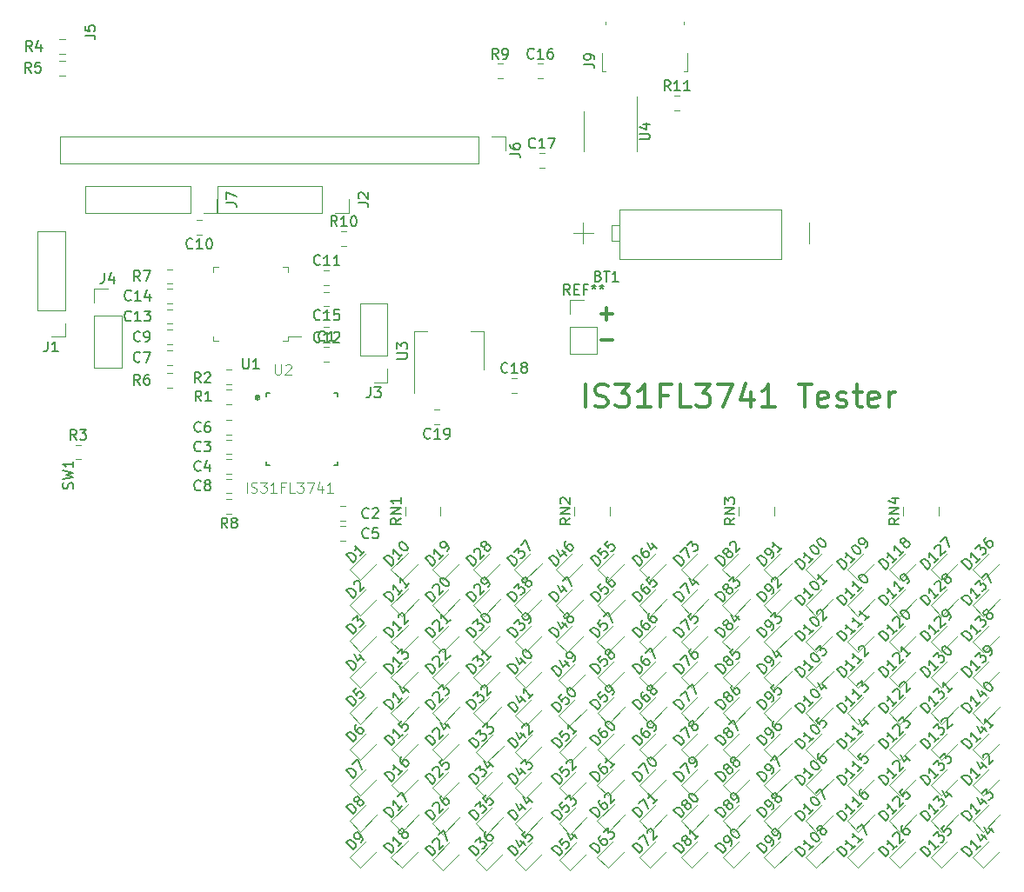
<source format=gbr>
G04 #@! TF.GenerationSoftware,KiCad,Pcbnew,5.1.2*
G04 #@! TF.CreationDate,2019-06-16T23:28:02-05:00*
G04 #@! TF.ProjectId,SM16106,534d3136-3130-4362-9e6b-696361645f70,rev?*
G04 #@! TF.SameCoordinates,Original*
G04 #@! TF.FileFunction,Legend,Top*
G04 #@! TF.FilePolarity,Positive*
%FSLAX46Y46*%
G04 Gerber Fmt 4.6, Leading zero omitted, Abs format (unit mm)*
G04 Created by KiCad (PCBNEW 5.1.2) date 2019-06-16 23:28:02*
%MOMM*%
%LPD*%
G04 APERTURE LIST*
%ADD10C,0.300000*%
%ADD11C,0.120000*%
%ADD12C,0.100000*%
%ADD13C,0.127000*%
%ADD14C,0.050000*%
%ADD15C,0.150000*%
G04 APERTURE END LIST*
D10*
X188071428Y-67145238D02*
X188071428Y-64945238D01*
X189014285Y-67040476D02*
X189328571Y-67145238D01*
X189852380Y-67145238D01*
X190061904Y-67040476D01*
X190166666Y-66935714D01*
X190271428Y-66726190D01*
X190271428Y-66516666D01*
X190166666Y-66307142D01*
X190061904Y-66202380D01*
X189852380Y-66097619D01*
X189433333Y-65992857D01*
X189223809Y-65888095D01*
X189119047Y-65783333D01*
X189014285Y-65573809D01*
X189014285Y-65364285D01*
X189119047Y-65154761D01*
X189223809Y-65050000D01*
X189433333Y-64945238D01*
X189957142Y-64945238D01*
X190271428Y-65050000D01*
X191004761Y-64945238D02*
X192366666Y-64945238D01*
X191633333Y-65783333D01*
X191947619Y-65783333D01*
X192157142Y-65888095D01*
X192261904Y-65992857D01*
X192366666Y-66202380D01*
X192366666Y-66726190D01*
X192261904Y-66935714D01*
X192157142Y-67040476D01*
X191947619Y-67145238D01*
X191319047Y-67145238D01*
X191109523Y-67040476D01*
X191004761Y-66935714D01*
X194461904Y-67145238D02*
X193204761Y-67145238D01*
X193833333Y-67145238D02*
X193833333Y-64945238D01*
X193623809Y-65259523D01*
X193414285Y-65469047D01*
X193204761Y-65573809D01*
X196138095Y-65992857D02*
X195404761Y-65992857D01*
X195404761Y-67145238D02*
X195404761Y-64945238D01*
X196452380Y-64945238D01*
X198338095Y-67145238D02*
X197290476Y-67145238D01*
X197290476Y-64945238D01*
X198861904Y-64945238D02*
X200223809Y-64945238D01*
X199490476Y-65783333D01*
X199804761Y-65783333D01*
X200014285Y-65888095D01*
X200119047Y-65992857D01*
X200223809Y-66202380D01*
X200223809Y-66726190D01*
X200119047Y-66935714D01*
X200014285Y-67040476D01*
X199804761Y-67145238D01*
X199176190Y-67145238D01*
X198966666Y-67040476D01*
X198861904Y-66935714D01*
X200957142Y-64945238D02*
X202423809Y-64945238D01*
X201480952Y-67145238D01*
X204204761Y-65678571D02*
X204204761Y-67145238D01*
X203680952Y-64840476D02*
X203157142Y-66411904D01*
X204519047Y-66411904D01*
X206509523Y-67145238D02*
X205252380Y-67145238D01*
X205880952Y-67145238D02*
X205880952Y-64945238D01*
X205671428Y-65259523D01*
X205461904Y-65469047D01*
X205252380Y-65573809D01*
X208814285Y-64945238D02*
X210071428Y-64945238D01*
X209442857Y-67145238D02*
X209442857Y-64945238D01*
X211642857Y-67040476D02*
X211433333Y-67145238D01*
X211014285Y-67145238D01*
X210804761Y-67040476D01*
X210700000Y-66830952D01*
X210700000Y-65992857D01*
X210804761Y-65783333D01*
X211014285Y-65678571D01*
X211433333Y-65678571D01*
X211642857Y-65783333D01*
X211747619Y-65992857D01*
X211747619Y-66202380D01*
X210700000Y-66411904D01*
X212585714Y-67040476D02*
X212795238Y-67145238D01*
X213214285Y-67145238D01*
X213423809Y-67040476D01*
X213528571Y-66830952D01*
X213528571Y-66726190D01*
X213423809Y-66516666D01*
X213214285Y-66411904D01*
X212900000Y-66411904D01*
X212690476Y-66307142D01*
X212585714Y-66097619D01*
X212585714Y-65992857D01*
X212690476Y-65783333D01*
X212900000Y-65678571D01*
X213214285Y-65678571D01*
X213423809Y-65783333D01*
X214157142Y-65678571D02*
X214995238Y-65678571D01*
X214471428Y-64945238D02*
X214471428Y-66830952D01*
X214576190Y-67040476D01*
X214785714Y-67145238D01*
X214995238Y-67145238D01*
X216566666Y-67040476D02*
X216357142Y-67145238D01*
X215938095Y-67145238D01*
X215728571Y-67040476D01*
X215623809Y-66830952D01*
X215623809Y-65992857D01*
X215728571Y-65783333D01*
X215938095Y-65678571D01*
X216357142Y-65678571D01*
X216566666Y-65783333D01*
X216671428Y-65992857D01*
X216671428Y-66202380D01*
X215623809Y-66411904D01*
X217614285Y-67145238D02*
X217614285Y-65678571D01*
X217614285Y-66097619D02*
X217719047Y-65888095D01*
X217823809Y-65783333D01*
X218033333Y-65678571D01*
X218242857Y-65678571D01*
X189578571Y-58032142D02*
X190721428Y-58032142D01*
X190150000Y-58603571D02*
X190150000Y-57460714D01*
X189578571Y-60582142D02*
X190721428Y-60582142D01*
D11*
X186570000Y-56720000D02*
X187900000Y-56720000D01*
X186570000Y-58050000D02*
X186570000Y-56720000D01*
X186570000Y-59320000D02*
X189230000Y-59320000D01*
X189230000Y-59320000D02*
X189230000Y-61920000D01*
X186570000Y-59320000D02*
X186570000Y-61920000D01*
X186570000Y-61920000D02*
X189230000Y-61920000D01*
X166758462Y-81314591D02*
X165142723Y-82930330D01*
X165142723Y-82930330D02*
X166182170Y-83969777D01*
X166182170Y-83969777D02*
X167797909Y-82354038D01*
X166182170Y-87454778D02*
X167797909Y-85839039D01*
X165142723Y-86415331D02*
X166182170Y-87454778D01*
X166758462Y-84799592D02*
X165142723Y-86415331D01*
X166758462Y-88299592D02*
X165142723Y-89915331D01*
X165142723Y-89915331D02*
X166182170Y-90954778D01*
X166182170Y-90954778D02*
X167797909Y-89339039D01*
X166182170Y-94469777D02*
X167797909Y-92854038D01*
X165142723Y-93430330D02*
X166182170Y-94469777D01*
X166758462Y-91814591D02*
X165142723Y-93430330D01*
X166758462Y-95314591D02*
X165142723Y-96930330D01*
X165142723Y-96930330D02*
X166182170Y-97969777D01*
X166182170Y-97969777D02*
X167797909Y-96354038D01*
X166182170Y-101469777D02*
X167797909Y-99854038D01*
X165142723Y-100430330D02*
X166182170Y-101469777D01*
X166758462Y-98814591D02*
X165142723Y-100430330D01*
X166758462Y-102314591D02*
X165142723Y-103930330D01*
X165142723Y-103930330D02*
X166182170Y-104969777D01*
X166182170Y-104969777D02*
X167797909Y-103354038D01*
X166182170Y-108469777D02*
X167797909Y-106854038D01*
X165142723Y-107430330D02*
X166182170Y-108469777D01*
X166758462Y-105814591D02*
X165142723Y-107430330D01*
X166758462Y-109314591D02*
X165142723Y-110930330D01*
X165142723Y-110930330D02*
X166182170Y-111969777D01*
X166182170Y-111969777D02*
X167797909Y-110354038D01*
X170207170Y-83969777D02*
X171822909Y-82354038D01*
X169167723Y-82930330D02*
X170207170Y-83969777D01*
X170783462Y-81314591D02*
X169167723Y-82930330D01*
X170783462Y-84814591D02*
X169167723Y-86430330D01*
X169167723Y-86430330D02*
X170207170Y-87469777D01*
X170207170Y-87469777D02*
X171822909Y-85854038D01*
X170207170Y-90969777D02*
X171822909Y-89354038D01*
X169167723Y-89930330D02*
X170207170Y-90969777D01*
X170783462Y-88314591D02*
X169167723Y-89930330D01*
X170207170Y-94469777D02*
X171822909Y-92854038D01*
X169167723Y-93430330D02*
X170207170Y-94469777D01*
X170783462Y-91814591D02*
X169167723Y-93430330D01*
X170783462Y-95314591D02*
X169167723Y-96930330D01*
X169167723Y-96930330D02*
X170207170Y-97969777D01*
X170207170Y-97969777D02*
X171822909Y-96354038D01*
X170808462Y-98814591D02*
X169192723Y-100430330D01*
X169192723Y-100430330D02*
X170232170Y-101469777D01*
X170232170Y-101469777D02*
X171847909Y-99854038D01*
X170257170Y-104969777D02*
X171872909Y-103354038D01*
X169217723Y-103930330D02*
X170257170Y-104969777D01*
X170833462Y-102314591D02*
X169217723Y-103930330D01*
X170207170Y-108469777D02*
X171822909Y-106854038D01*
X169167723Y-107430330D02*
X170207170Y-108469777D01*
X170783462Y-105814591D02*
X169167723Y-107430330D01*
X170207170Y-111969777D02*
X171822909Y-110354038D01*
X169167723Y-110930330D02*
X170207170Y-111969777D01*
X170783462Y-109314591D02*
X169167723Y-110930330D01*
X174783462Y-81314591D02*
X173167723Y-82930330D01*
X173167723Y-82930330D02*
X174207170Y-83969777D01*
X174207170Y-83969777D02*
X175822909Y-82354038D01*
X174207170Y-87469777D02*
X175822909Y-85854038D01*
X173167723Y-86430330D02*
X174207170Y-87469777D01*
X174783462Y-84814591D02*
X173167723Y-86430330D01*
X174783462Y-88314591D02*
X173167723Y-89930330D01*
X173167723Y-89930330D02*
X174207170Y-90969777D01*
X174207170Y-90969777D02*
X175822909Y-89354038D01*
X174207170Y-94469777D02*
X175822909Y-92854038D01*
X173167723Y-93430330D02*
X174207170Y-94469777D01*
X174783462Y-91814591D02*
X173167723Y-93430330D01*
X174783462Y-95314591D02*
X173167723Y-96930330D01*
X173167723Y-96930330D02*
X174207170Y-97969777D01*
X174207170Y-97969777D02*
X175822909Y-96354038D01*
X174207170Y-101469777D02*
X175822909Y-99854038D01*
X173167723Y-100430330D02*
X174207170Y-101469777D01*
X174783462Y-98814591D02*
X173167723Y-100430330D01*
X174783462Y-102564591D02*
X173167723Y-104180330D01*
X173167723Y-104180330D02*
X174207170Y-105219777D01*
X174207170Y-105219777D02*
X175822909Y-103604038D01*
X174207170Y-108719777D02*
X175822909Y-107104038D01*
X173167723Y-107680330D02*
X174207170Y-108719777D01*
X174783462Y-106064591D02*
X173167723Y-107680330D01*
X174783462Y-109564591D02*
X173167723Y-111180330D01*
X173167723Y-111180330D02*
X174207170Y-112219777D01*
X174207170Y-112219777D02*
X175822909Y-110604038D01*
X178207170Y-83969777D02*
X179822909Y-82354038D01*
X177167723Y-82930330D02*
X178207170Y-83969777D01*
X178783462Y-81314591D02*
X177167723Y-82930330D01*
X178783462Y-84814591D02*
X177167723Y-86430330D01*
X177167723Y-86430330D02*
X178207170Y-87469777D01*
X178207170Y-87469777D02*
X179822909Y-85854038D01*
X178207170Y-90969777D02*
X179822909Y-89354038D01*
X177167723Y-89930330D02*
X178207170Y-90969777D01*
X178783462Y-88314591D02*
X177167723Y-89930330D01*
X178783462Y-91814591D02*
X177167723Y-93430330D01*
X177167723Y-93430330D02*
X178207170Y-94469777D01*
X178207170Y-94469777D02*
X179822909Y-92854038D01*
X178232170Y-97969777D02*
X179847909Y-96354038D01*
X177192723Y-96930330D02*
X178232170Y-97969777D01*
X178808462Y-95314591D02*
X177192723Y-96930330D01*
X179058462Y-99064591D02*
X177442723Y-100680330D01*
X177442723Y-100680330D02*
X178482170Y-101719777D01*
X178482170Y-101719777D02*
X180097909Y-100104038D01*
X178457170Y-105219777D02*
X180072909Y-103604038D01*
X177417723Y-104180330D02*
X178457170Y-105219777D01*
X179033462Y-102564591D02*
X177417723Y-104180330D01*
X179033462Y-106064591D02*
X177417723Y-107680330D01*
X177417723Y-107680330D02*
X178457170Y-108719777D01*
X178457170Y-108719777D02*
X180072909Y-107104038D01*
X179033462Y-109564591D02*
X177417723Y-111180330D01*
X177417723Y-111180330D02*
X178457170Y-112219777D01*
X178457170Y-112219777D02*
X180072909Y-110604038D01*
X182207170Y-83969777D02*
X183822909Y-82354038D01*
X181167723Y-82930330D02*
X182207170Y-83969777D01*
X182783462Y-81314591D02*
X181167723Y-82930330D01*
X182783462Y-84814591D02*
X181167723Y-86430330D01*
X181167723Y-86430330D02*
X182207170Y-87469777D01*
X182207170Y-87469777D02*
X183822909Y-85854038D01*
X182232170Y-90969777D02*
X183847909Y-89354038D01*
X181192723Y-89930330D02*
X182232170Y-90969777D01*
X182808462Y-88314591D02*
X181192723Y-89930330D01*
X182808462Y-91814591D02*
X181192723Y-93430330D01*
X181192723Y-93430330D02*
X182232170Y-94469777D01*
X182232170Y-94469777D02*
X183847909Y-92854038D01*
X182833462Y-95564591D02*
X181217723Y-97180330D01*
X181217723Y-97180330D02*
X182257170Y-98219777D01*
X182257170Y-98219777D02*
X183872909Y-96604038D01*
X182257170Y-101719777D02*
X183872909Y-100104038D01*
X181217723Y-100680330D02*
X182257170Y-101719777D01*
X182833462Y-99064591D02*
X181217723Y-100680330D01*
X182833462Y-102564591D02*
X181217723Y-104180330D01*
X181217723Y-104180330D02*
X182257170Y-105219777D01*
X182257170Y-105219777D02*
X183872909Y-103604038D01*
X182257170Y-108719777D02*
X183872909Y-107104038D01*
X181217723Y-107680330D02*
X182257170Y-108719777D01*
X182833462Y-106064591D02*
X181217723Y-107680330D01*
X182833462Y-109564591D02*
X181217723Y-111180330D01*
X181217723Y-111180330D02*
X182257170Y-112219777D01*
X182257170Y-112219777D02*
X183872909Y-110604038D01*
X186257170Y-83969777D02*
X187872909Y-82354038D01*
X185217723Y-82930330D02*
X186257170Y-83969777D01*
X186833462Y-81314591D02*
X185217723Y-82930330D01*
X186845962Y-84814591D02*
X185230223Y-86430330D01*
X185230223Y-86430330D02*
X186269670Y-87469777D01*
X186269670Y-87469777D02*
X187885409Y-85854038D01*
X186282170Y-90969777D02*
X187897909Y-89354038D01*
X185242723Y-89930330D02*
X186282170Y-90969777D01*
X186858462Y-88314591D02*
X185242723Y-89930330D01*
X186507170Y-94719777D02*
X188122909Y-93104038D01*
X185467723Y-93680330D02*
X186507170Y-94719777D01*
X187083462Y-92064591D02*
X185467723Y-93680330D01*
X187095962Y-95564591D02*
X185480223Y-97180330D01*
X185480223Y-97180330D02*
X186519670Y-98219777D01*
X186519670Y-98219777D02*
X188135409Y-96604038D01*
X186557170Y-101719777D02*
X188172909Y-100104038D01*
X185517723Y-100680330D02*
X186557170Y-101719777D01*
X187133462Y-99064591D02*
X185517723Y-100680330D01*
X187133462Y-102564591D02*
X185517723Y-104180330D01*
X185517723Y-104180330D02*
X186557170Y-105219777D01*
X186557170Y-105219777D02*
X188172909Y-103604038D01*
X186557170Y-108719777D02*
X188172909Y-107104038D01*
X185517723Y-107680330D02*
X186557170Y-108719777D01*
X187133462Y-106064591D02*
X185517723Y-107680330D01*
X187133462Y-109564591D02*
X185517723Y-111180330D01*
X185517723Y-111180330D02*
X186557170Y-112219777D01*
X186557170Y-112219777D02*
X188172909Y-110604038D01*
X190307170Y-83969777D02*
X191922909Y-82354038D01*
X189267723Y-82930330D02*
X190307170Y-83969777D01*
X190883462Y-81314591D02*
X189267723Y-82930330D01*
X190908462Y-84814591D02*
X189292723Y-86430330D01*
X189292723Y-86430330D02*
X190332170Y-87469777D01*
X190332170Y-87469777D02*
X191947909Y-85854038D01*
X190257170Y-90969777D02*
X191872909Y-89354038D01*
X189217723Y-89930330D02*
X190257170Y-90969777D01*
X190833462Y-88314591D02*
X189217723Y-89930330D01*
X190858462Y-91814591D02*
X189242723Y-93430330D01*
X189242723Y-93430330D02*
X190282170Y-94469777D01*
X190282170Y-94469777D02*
X191897909Y-92854038D01*
X190282170Y-97969777D02*
X191897909Y-96354038D01*
X189242723Y-96930330D02*
X190282170Y-97969777D01*
X190858462Y-95314591D02*
X189242723Y-96930330D01*
X190858462Y-98814591D02*
X189242723Y-100430330D01*
X189242723Y-100430330D02*
X190282170Y-101469777D01*
X190282170Y-101469777D02*
X191897909Y-99854038D01*
X190257170Y-104969777D02*
X191872909Y-103354038D01*
X189217723Y-103930330D02*
X190257170Y-104969777D01*
X190833462Y-102314591D02*
X189217723Y-103930330D01*
X190845962Y-105814591D02*
X189230223Y-107430330D01*
X189230223Y-107430330D02*
X190269670Y-108469777D01*
X190269670Y-108469777D02*
X191885409Y-106854038D01*
X190257170Y-111969777D02*
X191872909Y-110354038D01*
X189217723Y-110930330D02*
X190257170Y-111969777D01*
X190833462Y-109314591D02*
X189217723Y-110930330D01*
X194933462Y-81314591D02*
X193317723Y-82930330D01*
X193317723Y-82930330D02*
X194357170Y-83969777D01*
X194357170Y-83969777D02*
X195972909Y-82354038D01*
X163158578Y-59310000D02*
X162641422Y-59310000D01*
X163158578Y-57890000D02*
X162641422Y-57890000D01*
X164241422Y-76790000D02*
X164758578Y-76790000D01*
X164241422Y-78210000D02*
X164758578Y-78210000D01*
X153608578Y-71710000D02*
X153091422Y-71710000D01*
X153608578Y-70290000D02*
X153091422Y-70290000D01*
X153658578Y-72190000D02*
X153141422Y-72190000D01*
X153658578Y-73610000D02*
X153141422Y-73610000D01*
X164241422Y-78740000D02*
X164758578Y-78740000D01*
X164241422Y-80160000D02*
X164758578Y-80160000D01*
X153608578Y-68390000D02*
X153091422Y-68390000D01*
X153608578Y-69810000D02*
X153091422Y-69810000D01*
X147858578Y-63010000D02*
X147341422Y-63010000D01*
X147858578Y-61590000D02*
X147341422Y-61590000D01*
X153658578Y-74090000D02*
X153141422Y-74090000D01*
X153658578Y-75510000D02*
X153141422Y-75510000D01*
X147858578Y-59590000D02*
X147341422Y-59590000D01*
X147858578Y-61010000D02*
X147341422Y-61010000D01*
X150758578Y-48890000D02*
X150241422Y-48890000D01*
X150758578Y-50310000D02*
X150241422Y-50310000D01*
X162641422Y-53790000D02*
X163158578Y-53790000D01*
X162641422Y-55210000D02*
X163158578Y-55210000D01*
X162641422Y-62710000D02*
X163158578Y-62710000D01*
X162641422Y-61290000D02*
X163158578Y-61290000D01*
X147858578Y-59010000D02*
X147341422Y-59010000D01*
X147858578Y-57590000D02*
X147341422Y-57590000D01*
X147858578Y-57010000D02*
X147341422Y-57010000D01*
X147858578Y-55590000D02*
X147341422Y-55590000D01*
X162641422Y-57310000D02*
X163158578Y-57310000D01*
X162641422Y-55890000D02*
X163158578Y-55890000D01*
X194382170Y-87469777D02*
X195997909Y-85854038D01*
X193342723Y-86430330D02*
X194382170Y-87469777D01*
X194958462Y-84814591D02*
X193342723Y-86430330D01*
X194382170Y-90969777D02*
X195997909Y-89354038D01*
X193342723Y-89930330D02*
X194382170Y-90969777D01*
X194958462Y-88314591D02*
X193342723Y-89930330D01*
X194958462Y-91814591D02*
X193342723Y-93430330D01*
X193342723Y-93430330D02*
X194382170Y-94469777D01*
X194382170Y-94469777D02*
X195997909Y-92854038D01*
X194958462Y-95314591D02*
X193342723Y-96930330D01*
X193342723Y-96930330D02*
X194382170Y-97969777D01*
X194382170Y-97969777D02*
X195997909Y-96354038D01*
X194382170Y-101469777D02*
X195997909Y-99854038D01*
X193342723Y-100430330D02*
X194382170Y-101469777D01*
X194958462Y-98814591D02*
X193342723Y-100430330D01*
X194382170Y-104969777D02*
X195997909Y-103354038D01*
X193342723Y-103930330D02*
X194382170Y-104969777D01*
X194958462Y-102314591D02*
X193342723Y-103930330D01*
X194958462Y-105814591D02*
X193342723Y-107430330D01*
X193342723Y-107430330D02*
X194382170Y-108469777D01*
X194382170Y-108469777D02*
X195997909Y-106854038D01*
X194958462Y-109314591D02*
X193342723Y-110930330D01*
X193342723Y-110930330D02*
X194382170Y-111969777D01*
X194382170Y-111969777D02*
X195997909Y-110354038D01*
X198983462Y-81314591D02*
X197367723Y-82930330D01*
X197367723Y-82930330D02*
X198407170Y-83969777D01*
X198407170Y-83969777D02*
X200022909Y-82354038D01*
X198983462Y-84814591D02*
X197367723Y-86430330D01*
X197367723Y-86430330D02*
X198407170Y-87469777D01*
X198407170Y-87469777D02*
X200022909Y-85854038D01*
X198407170Y-90969777D02*
X200022909Y-89354038D01*
X197367723Y-89930330D02*
X198407170Y-90969777D01*
X198983462Y-88314591D02*
X197367723Y-89930330D01*
X198407170Y-94469777D02*
X200022909Y-92854038D01*
X197367723Y-93430330D02*
X198407170Y-94469777D01*
X198983462Y-91814591D02*
X197367723Y-93430330D01*
X198983462Y-95314591D02*
X197367723Y-96930330D01*
X197367723Y-96930330D02*
X198407170Y-97969777D01*
X198407170Y-97969777D02*
X200022909Y-96354038D01*
X198983462Y-98814591D02*
X197367723Y-100430330D01*
X197367723Y-100430330D02*
X198407170Y-101469777D01*
X198407170Y-101469777D02*
X200022909Y-99854038D01*
X198983462Y-102314591D02*
X197367723Y-103930330D01*
X197367723Y-103930330D02*
X198407170Y-104969777D01*
X198407170Y-104969777D02*
X200022909Y-103354038D01*
X198407170Y-108469777D02*
X200022909Y-106854038D01*
X197367723Y-107430330D02*
X198407170Y-108469777D01*
X198983462Y-105814591D02*
X197367723Y-107430330D01*
X198407170Y-111969777D02*
X200022909Y-110354038D01*
X197367723Y-110930330D02*
X198407170Y-111969777D01*
X198983462Y-109314591D02*
X197367723Y-110930330D01*
X202457170Y-83969777D02*
X204072909Y-82354038D01*
X201417723Y-82930330D02*
X202457170Y-83969777D01*
X203033462Y-81314591D02*
X201417723Y-82930330D01*
X203033462Y-84814591D02*
X201417723Y-86430330D01*
X201417723Y-86430330D02*
X202457170Y-87469777D01*
X202457170Y-87469777D02*
X204072909Y-85854038D01*
X203033462Y-88314591D02*
X201417723Y-89930330D01*
X201417723Y-89930330D02*
X202457170Y-90969777D01*
X202457170Y-90969777D02*
X204072909Y-89354038D01*
X202469670Y-94469777D02*
X204085409Y-92854038D01*
X201430223Y-93430330D02*
X202469670Y-94469777D01*
X203045962Y-91814591D02*
X201430223Y-93430330D01*
X202469670Y-97969777D02*
X204085409Y-96354038D01*
X201430223Y-96930330D02*
X202469670Y-97969777D01*
X203045962Y-95314591D02*
X201430223Y-96930330D01*
X203045962Y-98814591D02*
X201430223Y-100430330D01*
X201430223Y-100430330D02*
X202469670Y-101469777D01*
X202469670Y-101469777D02*
X204085409Y-99854038D01*
X203045962Y-102314591D02*
X201430223Y-103930330D01*
X201430223Y-103930330D02*
X202469670Y-104969777D01*
X202469670Y-104969777D02*
X204085409Y-103354038D01*
X202469670Y-108469777D02*
X204085409Y-106854038D01*
X201430223Y-107430330D02*
X202469670Y-108469777D01*
X203045962Y-105814591D02*
X201430223Y-107430330D01*
X203045962Y-109314591D02*
X201430223Y-110930330D01*
X201430223Y-110930330D02*
X202469670Y-111969777D01*
X202469670Y-111969777D02*
X204085409Y-110354038D01*
X206507170Y-83969777D02*
X208122909Y-82354038D01*
X205467723Y-82930330D02*
X206507170Y-83969777D01*
X207083462Y-81314591D02*
X205467723Y-82930330D01*
X207083462Y-84814591D02*
X205467723Y-86430330D01*
X205467723Y-86430330D02*
X206507170Y-87469777D01*
X206507170Y-87469777D02*
X208122909Y-85854038D01*
X207083462Y-88314591D02*
X205467723Y-89930330D01*
X205467723Y-89930330D02*
X206507170Y-90969777D01*
X206507170Y-90969777D02*
X208122909Y-89354038D01*
X207083462Y-91814591D02*
X205467723Y-93430330D01*
X205467723Y-93430330D02*
X206507170Y-94469777D01*
X206507170Y-94469777D02*
X208122909Y-92854038D01*
X206507170Y-97969777D02*
X208122909Y-96354038D01*
X205467723Y-96930330D02*
X206507170Y-97969777D01*
X207083462Y-95314591D02*
X205467723Y-96930330D01*
X206507170Y-101469777D02*
X208122909Y-99854038D01*
X205467723Y-100430330D02*
X206507170Y-101469777D01*
X207083462Y-98814591D02*
X205467723Y-100430330D01*
X206507170Y-104969777D02*
X208122909Y-103354038D01*
X205467723Y-103930330D02*
X206507170Y-104969777D01*
X207083462Y-102314591D02*
X205467723Y-103930330D01*
X206507170Y-108469777D02*
X208122909Y-106854038D01*
X205467723Y-107430330D02*
X206507170Y-108469777D01*
X207083462Y-105814591D02*
X205467723Y-107430330D01*
X207083462Y-109314591D02*
X205467723Y-110930330D01*
X205467723Y-110930330D02*
X206507170Y-111969777D01*
X206507170Y-111969777D02*
X208122909Y-110354038D01*
X211133462Y-81314591D02*
X209517723Y-82930330D01*
X209517723Y-82930330D02*
X210557170Y-83969777D01*
X210557170Y-83969777D02*
X212172909Y-82354038D01*
X210557170Y-87469777D02*
X212172909Y-85854038D01*
X209517723Y-86430330D02*
X210557170Y-87469777D01*
X211133462Y-84814591D02*
X209517723Y-86430330D01*
X211133462Y-88314591D02*
X209517723Y-89930330D01*
X209517723Y-89930330D02*
X210557170Y-90969777D01*
X210557170Y-90969777D02*
X212172909Y-89354038D01*
X211145962Y-91814591D02*
X209530223Y-93430330D01*
X209530223Y-93430330D02*
X210569670Y-94469777D01*
X210569670Y-94469777D02*
X212185409Y-92854038D01*
X211145962Y-95314591D02*
X209530223Y-96930330D01*
X209530223Y-96930330D02*
X210569670Y-97969777D01*
X210569670Y-97969777D02*
X212185409Y-96354038D01*
X210569670Y-101469777D02*
X212185409Y-99854038D01*
X209530223Y-100430330D02*
X210569670Y-101469777D01*
X211145962Y-98814591D02*
X209530223Y-100430330D01*
X211145962Y-102314591D02*
X209530223Y-103930330D01*
X209530223Y-103930330D02*
X210569670Y-104969777D01*
X210569670Y-104969777D02*
X212185409Y-103354038D01*
X210569670Y-108469777D02*
X212185409Y-106854038D01*
X209530223Y-107430330D02*
X210569670Y-108469777D01*
X211145962Y-105814591D02*
X209530223Y-107430330D01*
X210569670Y-111969777D02*
X212185409Y-110354038D01*
X209530223Y-110930330D02*
X210569670Y-111969777D01*
X211145962Y-109314591D02*
X209530223Y-110930330D01*
X215195962Y-81314591D02*
X213580223Y-82930330D01*
X213580223Y-82930330D02*
X214619670Y-83969777D01*
X214619670Y-83969777D02*
X216235409Y-82354038D01*
X215195962Y-84814591D02*
X213580223Y-86430330D01*
X213580223Y-86430330D02*
X214619670Y-87469777D01*
X214619670Y-87469777D02*
X216235409Y-85854038D01*
X214619670Y-90969777D02*
X216235409Y-89354038D01*
X213580223Y-89930330D02*
X214619670Y-90969777D01*
X215195962Y-88314591D02*
X213580223Y-89930330D01*
X214619670Y-94469777D02*
X216235409Y-92854038D01*
X213580223Y-93430330D02*
X214619670Y-94469777D01*
X215195962Y-91814591D02*
X213580223Y-93430330D01*
X215195962Y-95314591D02*
X213580223Y-96930330D01*
X213580223Y-96930330D02*
X214619670Y-97969777D01*
X214619670Y-97969777D02*
X216235409Y-96354038D01*
X214619670Y-101469777D02*
X216235409Y-99854038D01*
X213580223Y-100430330D02*
X214619670Y-101469777D01*
X215195962Y-98814591D02*
X213580223Y-100430330D01*
X214619670Y-104969777D02*
X216235409Y-103354038D01*
X213580223Y-103930330D02*
X214619670Y-104969777D01*
X215195962Y-102314591D02*
X213580223Y-103930330D01*
X215195962Y-105814591D02*
X213580223Y-107430330D01*
X213580223Y-107430330D02*
X214619670Y-108469777D01*
X214619670Y-108469777D02*
X216235409Y-106854038D01*
X214619670Y-111969777D02*
X216235409Y-110354038D01*
X213580223Y-110930330D02*
X214619670Y-111969777D01*
X215195962Y-109314591D02*
X213580223Y-110930330D01*
X218669670Y-83969777D02*
X220285409Y-82354038D01*
X217630223Y-82930330D02*
X218669670Y-83969777D01*
X219245962Y-81314591D02*
X217630223Y-82930330D01*
X219245962Y-84814591D02*
X217630223Y-86430330D01*
X217630223Y-86430330D02*
X218669670Y-87469777D01*
X218669670Y-87469777D02*
X220285409Y-85854038D01*
X219245962Y-88314591D02*
X217630223Y-89930330D01*
X217630223Y-89930330D02*
X218669670Y-90969777D01*
X218669670Y-90969777D02*
X220285409Y-89354038D01*
X218669670Y-94469777D02*
X220285409Y-92854038D01*
X217630223Y-93430330D02*
X218669670Y-94469777D01*
X219245962Y-91814591D02*
X217630223Y-93430330D01*
X219245962Y-95314591D02*
X217630223Y-96930330D01*
X217630223Y-96930330D02*
X218669670Y-97969777D01*
X218669670Y-97969777D02*
X220285409Y-96354038D01*
X219245962Y-98814591D02*
X217630223Y-100430330D01*
X217630223Y-100430330D02*
X218669670Y-101469777D01*
X218669670Y-101469777D02*
X220285409Y-99854038D01*
X218669670Y-104969777D02*
X220285409Y-103354038D01*
X217630223Y-103930330D02*
X218669670Y-104969777D01*
X219245962Y-102314591D02*
X217630223Y-103930330D01*
X218669670Y-108469777D02*
X220285409Y-106854038D01*
X217630223Y-107430330D02*
X218669670Y-108469777D01*
X219245962Y-105814591D02*
X217630223Y-107430330D01*
X219245962Y-109314591D02*
X217630223Y-110930330D01*
X217630223Y-110930330D02*
X218669670Y-111969777D01*
X218669670Y-111969777D02*
X220285409Y-110354038D01*
X222719670Y-83969777D02*
X224335409Y-82354038D01*
X221680223Y-82930330D02*
X222719670Y-83969777D01*
X223295962Y-81314591D02*
X221680223Y-82930330D01*
X222719670Y-87469777D02*
X224335409Y-85854038D01*
X221680223Y-86430330D02*
X222719670Y-87469777D01*
X223295962Y-84814591D02*
X221680223Y-86430330D01*
X222719670Y-90969777D02*
X224335409Y-89354038D01*
X221680223Y-89930330D02*
X222719670Y-90969777D01*
X223295962Y-88314591D02*
X221680223Y-89930330D01*
X223295962Y-91814591D02*
X221680223Y-93430330D01*
X221680223Y-93430330D02*
X222719670Y-94469777D01*
X222719670Y-94469777D02*
X224335409Y-92854038D01*
X222719670Y-97969777D02*
X224335409Y-96354038D01*
X221680223Y-96930330D02*
X222719670Y-97969777D01*
X223295962Y-95314591D02*
X221680223Y-96930330D01*
X222719670Y-101469777D02*
X224335409Y-99854038D01*
X221680223Y-100430330D02*
X222719670Y-101469777D01*
X223295962Y-98814591D02*
X221680223Y-100430330D01*
X223295962Y-102314591D02*
X221680223Y-103930330D01*
X221680223Y-103930330D02*
X222719670Y-104969777D01*
X222719670Y-104969777D02*
X224335409Y-103354038D01*
X223295962Y-105814591D02*
X221680223Y-107430330D01*
X221680223Y-107430330D02*
X222719670Y-108469777D01*
X222719670Y-108469777D02*
X224335409Y-106854038D01*
X223295962Y-109314591D02*
X221680223Y-110930330D01*
X221680223Y-110930330D02*
X222719670Y-111969777D01*
X222719670Y-111969777D02*
X224335409Y-110354038D01*
X226769670Y-83969777D02*
X228385409Y-82354038D01*
X225730223Y-82930330D02*
X226769670Y-83969777D01*
X227345962Y-81314591D02*
X225730223Y-82930330D01*
X227345962Y-84814591D02*
X225730223Y-86430330D01*
X225730223Y-86430330D02*
X226769670Y-87469777D01*
X226769670Y-87469777D02*
X228385409Y-85854038D01*
X226769670Y-90969777D02*
X228385409Y-89354038D01*
X225730223Y-89930330D02*
X226769670Y-90969777D01*
X227345962Y-88314591D02*
X225730223Y-89930330D01*
X227345962Y-91814591D02*
X225730223Y-93430330D01*
X225730223Y-93430330D02*
X226769670Y-94469777D01*
X226769670Y-94469777D02*
X228385409Y-92854038D01*
X226769670Y-97969777D02*
X228385409Y-96354038D01*
X225730223Y-96930330D02*
X226769670Y-97969777D01*
X227345962Y-95314591D02*
X225730223Y-96930330D01*
X226769670Y-101469777D02*
X228385409Y-99854038D01*
X225730223Y-100430330D02*
X226769670Y-101469777D01*
X227345962Y-98814591D02*
X225730223Y-100430330D01*
X227345962Y-102314591D02*
X225730223Y-103930330D01*
X225730223Y-103930330D02*
X226769670Y-104969777D01*
X226769670Y-104969777D02*
X228385409Y-103354038D01*
X226769670Y-108469777D02*
X228385409Y-106854038D01*
X225730223Y-107430330D02*
X226769670Y-108469777D01*
X227345962Y-105814591D02*
X225730223Y-107430330D01*
X227345962Y-109314591D02*
X225730223Y-110930330D01*
X225730223Y-110930330D02*
X226769670Y-111969777D01*
X226769670Y-111969777D02*
X228385409Y-110354038D01*
X137430000Y-49990000D02*
X134770000Y-49990000D01*
X137430000Y-57670000D02*
X137430000Y-49990000D01*
X134770000Y-57670000D02*
X134770000Y-49990000D01*
X137430000Y-57670000D02*
X134770000Y-57670000D01*
X137430000Y-58940000D02*
X137430000Y-60270000D01*
X137430000Y-60270000D02*
X136100000Y-60270000D01*
X162470000Y-45570000D02*
X162470000Y-48230000D01*
X162470000Y-45570000D02*
X152250000Y-45570000D01*
X152250000Y-45570000D02*
X152250000Y-48230000D01*
X162470000Y-48230000D02*
X152250000Y-48230000D01*
X165070000Y-48230000D02*
X163740000Y-48230000D01*
X165070000Y-46900000D02*
X165070000Y-48230000D01*
X153103922Y-65390000D02*
X153621078Y-65390000D01*
X153103922Y-66810000D02*
X153621078Y-66810000D01*
X153103922Y-63490000D02*
X153621078Y-63490000D01*
X153103922Y-64910000D02*
X153621078Y-64910000D01*
X138441422Y-72210000D02*
X138958578Y-72210000D01*
X138441422Y-70790000D02*
X138958578Y-70790000D01*
X136903922Y-31290000D02*
X137421078Y-31290000D01*
X136903922Y-32710000D02*
X137421078Y-32710000D01*
X136903922Y-34810000D02*
X137421078Y-34810000D01*
X136903922Y-33390000D02*
X137421078Y-33390000D01*
X147341422Y-65210000D02*
X147858578Y-65210000D01*
X147341422Y-63790000D02*
X147858578Y-63790000D01*
X147858578Y-55110000D02*
X147341422Y-55110000D01*
X147858578Y-53690000D02*
X147341422Y-53690000D01*
X153658578Y-76090000D02*
X153141422Y-76090000D01*
X153658578Y-77510000D02*
X153141422Y-77510000D01*
X173970000Y-76850000D02*
X173970000Y-77650000D01*
X170530000Y-76850000D02*
X170530000Y-77650000D01*
X187030000Y-76850000D02*
X187030000Y-77650000D01*
X190470000Y-76850000D02*
X190470000Y-77650000D01*
X203030000Y-76850000D02*
X203030000Y-77650000D01*
X206470000Y-76850000D02*
X206470000Y-77650000D01*
X222470000Y-76850000D02*
X222470000Y-77650000D01*
X219030000Y-76850000D02*
X219030000Y-77650000D01*
X152340000Y-53490000D02*
X151890000Y-53490000D01*
X151890000Y-53490000D02*
X151890000Y-53940000D01*
X158660000Y-53490000D02*
X159110000Y-53490000D01*
X159110000Y-53490000D02*
X159110000Y-53940000D01*
X152340000Y-60710000D02*
X151890000Y-60710000D01*
X151890000Y-60710000D02*
X151890000Y-60260000D01*
X158660000Y-60710000D02*
X159110000Y-60710000D01*
X159110000Y-60710000D02*
X159110000Y-60260000D01*
X159110000Y-60260000D02*
X160400000Y-60260000D01*
D12*
X156415000Y-66230000D02*
G75*
G03X156415000Y-66230000I-200000J0D01*
G01*
D13*
X164000000Y-72750000D02*
X163650000Y-72750000D01*
X164000000Y-65750000D02*
X163650000Y-65750000D01*
X157000000Y-72750000D02*
X157350000Y-72750000D01*
X157000000Y-65750000D02*
X157350000Y-65750000D01*
X164000000Y-72750000D02*
X164000000Y-72400000D01*
X164000000Y-65750000D02*
X164000000Y-66100000D01*
X157000000Y-72750000D02*
X157000000Y-72400000D01*
X157000000Y-65750000D02*
X157000000Y-66100000D01*
D14*
X156351777Y-66200000D02*
G75*
G03X156351777Y-66200000I-176777J0D01*
G01*
X156327475Y-66200000D02*
G75*
G03X156327475Y-66200000I-127475J0D01*
G01*
X156277475Y-66200000D02*
G75*
G03X156277475Y-66200000I-127475J0D01*
G01*
X156225000Y-66225000D02*
G75*
G03X156225000Y-66225000I-50000J0D01*
G01*
X156225000Y-66150000D02*
G75*
G03X156225000Y-66150000I-50000J0D01*
G01*
X156125000Y-66200000D02*
G75*
G03X156125000Y-66200000I-25000J0D01*
G01*
X156250000Y-66200000D02*
G75*
G03X156250000Y-66200000I-25000J0D01*
G01*
X156200000Y-66175000D02*
G75*
G03X156200000Y-66175000I-25000J0D01*
G01*
X156200000Y-66225000D02*
G75*
G03X156200000Y-66225000I-25000J0D01*
G01*
X156200000Y-66200000D02*
G75*
G03X156200000Y-66200000I-25000J0D01*
G01*
X156387132Y-66200000D02*
G75*
G03X156387132Y-66200000I-212132J0D01*
G01*
X156429951Y-66200000D02*
G75*
G03X156429951Y-66200000I-254951J0D01*
G01*
D11*
X168830000Y-56990000D02*
X166170000Y-56990000D01*
X168830000Y-62130000D02*
X168830000Y-56990000D01*
X166170000Y-62130000D02*
X166170000Y-56990000D01*
X168830000Y-62130000D02*
X166170000Y-62130000D01*
X168830000Y-63400000D02*
X168830000Y-64730000D01*
X168830000Y-64730000D02*
X167500000Y-64730000D01*
X140270000Y-63330000D02*
X142930000Y-63330000D01*
X140270000Y-58190000D02*
X140270000Y-63330000D01*
X142930000Y-58190000D02*
X142930000Y-63330000D01*
X140270000Y-58190000D02*
X142930000Y-58190000D01*
X140270000Y-56920000D02*
X140270000Y-55590000D01*
X140270000Y-55590000D02*
X141600000Y-55590000D01*
X136970000Y-40770000D02*
X136970000Y-43430000D01*
X177670000Y-40770000D02*
X136970000Y-40770000D01*
X177670000Y-43430000D02*
X136970000Y-43430000D01*
X177670000Y-40770000D02*
X177670000Y-43430000D01*
X178940000Y-40770000D02*
X180270000Y-40770000D01*
X180270000Y-40770000D02*
X180270000Y-42100000D01*
X149630000Y-45570000D02*
X149630000Y-48230000D01*
X149630000Y-45570000D02*
X139410000Y-45570000D01*
X139410000Y-45570000D02*
X139410000Y-48230000D01*
X149630000Y-48230000D02*
X139410000Y-48230000D01*
X152230000Y-48230000D02*
X150900000Y-48230000D01*
X152230000Y-46900000D02*
X152230000Y-48230000D01*
X191375000Y-47925000D02*
X207125000Y-47925000D01*
X207125000Y-47925000D02*
X207125000Y-52675000D01*
X207125000Y-52675000D02*
X191375000Y-52675000D01*
X191375000Y-52675000D02*
X191375000Y-47925000D01*
X191375000Y-47925000D02*
X191375000Y-49425000D01*
X191375000Y-49425000D02*
X190625000Y-49425000D01*
X190625000Y-49425000D02*
X190625000Y-50925000D01*
X190625000Y-50925000D02*
X191375000Y-50925000D01*
X187875000Y-49175000D02*
X187875000Y-51175000D01*
X186875000Y-50175000D02*
X188875000Y-50175000D01*
X209875000Y-49175000D02*
X209875000Y-51175000D01*
X183441422Y-33690000D02*
X183958578Y-33690000D01*
X183441422Y-35110000D02*
X183958578Y-35110000D01*
X183578922Y-43810000D02*
X184096078Y-43810000D01*
X183578922Y-42390000D02*
X184096078Y-42390000D01*
X180878922Y-65710000D02*
X181396078Y-65710000D01*
X180878922Y-64290000D02*
X181396078Y-64290000D01*
X173896078Y-68810000D02*
X173378922Y-68810000D01*
X173896078Y-67390000D02*
X173378922Y-67390000D01*
X197660000Y-29600000D02*
X197660000Y-29860000D01*
X198010000Y-32640000D02*
X198010000Y-34410000D01*
X198010000Y-34410000D02*
X197630000Y-34410000D01*
X189690000Y-34410000D02*
X189690000Y-32640000D01*
X190040000Y-29860000D02*
X190040000Y-29600000D01*
X189690000Y-34410000D02*
X190070000Y-34410000D01*
X179503922Y-33690000D02*
X180021078Y-33690000D01*
X179503922Y-35110000D02*
X180021078Y-35110000D01*
X164303922Y-51410000D02*
X164821078Y-51410000D01*
X164303922Y-49990000D02*
X164821078Y-49990000D01*
X196741422Y-36790000D02*
X197258578Y-36790000D01*
X196741422Y-38210000D02*
X197258578Y-38210000D01*
X178210000Y-59740000D02*
X176950000Y-59740000D01*
X171390000Y-59740000D02*
X172650000Y-59740000D01*
X178210000Y-63500000D02*
X178210000Y-59740000D01*
X171390000Y-65750000D02*
X171390000Y-59740000D01*
X193060000Y-36850000D02*
X193060000Y-42250000D01*
X187940000Y-38350000D02*
X187940000Y-42250000D01*
D15*
X186566666Y-56172380D02*
X186233333Y-55696190D01*
X185995238Y-56172380D02*
X185995238Y-55172380D01*
X186376190Y-55172380D01*
X186471428Y-55220000D01*
X186519047Y-55267619D01*
X186566666Y-55362857D01*
X186566666Y-55505714D01*
X186519047Y-55600952D01*
X186471428Y-55648571D01*
X186376190Y-55696190D01*
X185995238Y-55696190D01*
X186995238Y-55648571D02*
X187328571Y-55648571D01*
X187471428Y-56172380D02*
X186995238Y-56172380D01*
X186995238Y-55172380D01*
X187471428Y-55172380D01*
X188233333Y-55648571D02*
X187900000Y-55648571D01*
X187900000Y-56172380D02*
X187900000Y-55172380D01*
X188376190Y-55172380D01*
X188900000Y-55172380D02*
X188900000Y-55410476D01*
X188661904Y-55315238D02*
X188900000Y-55410476D01*
X189138095Y-55315238D01*
X188757142Y-55600952D02*
X188900000Y-55410476D01*
X189042857Y-55600952D01*
X189661904Y-55172380D02*
X189661904Y-55410476D01*
X189423809Y-55315238D02*
X189661904Y-55410476D01*
X189900000Y-55315238D01*
X189519047Y-55600952D02*
X189661904Y-55410476D01*
X189804761Y-55600952D01*
X139377380Y-30933333D02*
X140091666Y-30933333D01*
X140234523Y-30980952D01*
X140329761Y-31076190D01*
X140377380Y-31219047D01*
X140377380Y-31314285D01*
X139377380Y-29980952D02*
X139377380Y-30457142D01*
X139853571Y-30504761D01*
X139805952Y-30457142D01*
X139758333Y-30361904D01*
X139758333Y-30123809D01*
X139805952Y-30028571D01*
X139853571Y-29980952D01*
X139948809Y-29933333D01*
X140186904Y-29933333D01*
X140282142Y-29980952D01*
X140329761Y-30028571D01*
X140377380Y-30123809D01*
X140377380Y-30361904D01*
X140329761Y-30457142D01*
X140282142Y-30504761D01*
X165499306Y-82230630D02*
X164792199Y-81523524D01*
X164960558Y-81355165D01*
X165095245Y-81287821D01*
X165229932Y-81287821D01*
X165330947Y-81321493D01*
X165499306Y-81422508D01*
X165600321Y-81523524D01*
X165701337Y-81691882D01*
X165735008Y-81792898D01*
X165735008Y-81927585D01*
X165667665Y-82062272D01*
X165499306Y-82230630D01*
X166576802Y-81153134D02*
X166172741Y-81557195D01*
X166374772Y-81355165D02*
X165667665Y-80648058D01*
X165701337Y-80816417D01*
X165701337Y-80951104D01*
X165667665Y-81052119D01*
X165499306Y-85715631D02*
X164792199Y-85008525D01*
X164960558Y-84840166D01*
X165095245Y-84772822D01*
X165229932Y-84772822D01*
X165330947Y-84806494D01*
X165499306Y-84907509D01*
X165600321Y-85008525D01*
X165701337Y-85176883D01*
X165735008Y-85277899D01*
X165735008Y-85412586D01*
X165667665Y-85547273D01*
X165499306Y-85715631D01*
X165532978Y-84402433D02*
X165532978Y-84335089D01*
X165566649Y-84234074D01*
X165735008Y-84065715D01*
X165836024Y-84032044D01*
X165903367Y-84032044D01*
X166004382Y-84065715D01*
X166071726Y-84133059D01*
X166139069Y-84267746D01*
X166139069Y-85075868D01*
X166576802Y-84638135D01*
X165499306Y-89215631D02*
X164792199Y-88508525D01*
X164960558Y-88340166D01*
X165095245Y-88272822D01*
X165229932Y-88272822D01*
X165330947Y-88306494D01*
X165499306Y-88407509D01*
X165600321Y-88508525D01*
X165701337Y-88676883D01*
X165735008Y-88777899D01*
X165735008Y-88912586D01*
X165667665Y-89047273D01*
X165499306Y-89215631D01*
X165431962Y-87868761D02*
X165869695Y-87431028D01*
X165903367Y-87936105D01*
X166004382Y-87835089D01*
X166105398Y-87801418D01*
X166172741Y-87801418D01*
X166273756Y-87835089D01*
X166442115Y-88003448D01*
X166475787Y-88104463D01*
X166475787Y-88171807D01*
X166442115Y-88272822D01*
X166240085Y-88474853D01*
X166139069Y-88508525D01*
X166071726Y-88508525D01*
X165499306Y-92730630D02*
X164792199Y-92023524D01*
X164960558Y-91855165D01*
X165095245Y-91787821D01*
X165229932Y-91787821D01*
X165330947Y-91821493D01*
X165499306Y-91922508D01*
X165600321Y-92023524D01*
X165701337Y-92191882D01*
X165735008Y-92292898D01*
X165735008Y-92427585D01*
X165667665Y-92562272D01*
X165499306Y-92730630D01*
X166038054Y-91249073D02*
X166509459Y-91720478D01*
X165600321Y-91148058D02*
X165937039Y-91821493D01*
X166374772Y-91383760D01*
X165499306Y-96230630D02*
X164792199Y-95523524D01*
X164960558Y-95355165D01*
X165095245Y-95287821D01*
X165229932Y-95287821D01*
X165330947Y-95321493D01*
X165499306Y-95422508D01*
X165600321Y-95523524D01*
X165701337Y-95691882D01*
X165735008Y-95792898D01*
X165735008Y-95927585D01*
X165667665Y-96062272D01*
X165499306Y-96230630D01*
X165836024Y-94479699D02*
X165499306Y-94816417D01*
X165802352Y-95186806D01*
X165802352Y-95119462D01*
X165836024Y-95018447D01*
X166004382Y-94850088D01*
X166105398Y-94816417D01*
X166172741Y-94816417D01*
X166273756Y-94850088D01*
X166442115Y-95018447D01*
X166475787Y-95119462D01*
X166475787Y-95186806D01*
X166442115Y-95287821D01*
X166273756Y-95456180D01*
X166172741Y-95489852D01*
X166105398Y-95489852D01*
X165499306Y-99730630D02*
X164792199Y-99023524D01*
X164960558Y-98855165D01*
X165095245Y-98787821D01*
X165229932Y-98787821D01*
X165330947Y-98821493D01*
X165499306Y-98922508D01*
X165600321Y-99023524D01*
X165701337Y-99191882D01*
X165735008Y-99292898D01*
X165735008Y-99427585D01*
X165667665Y-99562272D01*
X165499306Y-99730630D01*
X165802352Y-98013371D02*
X165667665Y-98148058D01*
X165633993Y-98249073D01*
X165633993Y-98316417D01*
X165667665Y-98484775D01*
X165768680Y-98653134D01*
X166038054Y-98922508D01*
X166139069Y-98956180D01*
X166206413Y-98956180D01*
X166307428Y-98922508D01*
X166442115Y-98787821D01*
X166475787Y-98686806D01*
X166475787Y-98619462D01*
X166442115Y-98518447D01*
X166273756Y-98350088D01*
X166172741Y-98316417D01*
X166105398Y-98316417D01*
X166004382Y-98350088D01*
X165869695Y-98484775D01*
X165836024Y-98585791D01*
X165836024Y-98653134D01*
X165869695Y-98754149D01*
X165499306Y-103230630D02*
X164792199Y-102523524D01*
X164960558Y-102355165D01*
X165095245Y-102287821D01*
X165229932Y-102287821D01*
X165330947Y-102321493D01*
X165499306Y-102422508D01*
X165600321Y-102523524D01*
X165701337Y-102691882D01*
X165735008Y-102792898D01*
X165735008Y-102927585D01*
X165667665Y-103062272D01*
X165499306Y-103230630D01*
X165431962Y-101883760D02*
X165903367Y-101412356D01*
X166307428Y-102422508D01*
X165499306Y-106730630D02*
X164792199Y-106023524D01*
X164960558Y-105855165D01*
X165095245Y-105787821D01*
X165229932Y-105787821D01*
X165330947Y-105821493D01*
X165499306Y-105922508D01*
X165600321Y-106023524D01*
X165701337Y-106191882D01*
X165735008Y-106292898D01*
X165735008Y-106427585D01*
X165667665Y-106562272D01*
X165499306Y-106730630D01*
X165903367Y-105518447D02*
X165802352Y-105552119D01*
X165735008Y-105552119D01*
X165633993Y-105518447D01*
X165600321Y-105484775D01*
X165566649Y-105383760D01*
X165566649Y-105316417D01*
X165600321Y-105215401D01*
X165735008Y-105080714D01*
X165836024Y-105047043D01*
X165903367Y-105047043D01*
X166004382Y-105080714D01*
X166038054Y-105114386D01*
X166071726Y-105215401D01*
X166071726Y-105282745D01*
X166038054Y-105383760D01*
X165903367Y-105518447D01*
X165869695Y-105619462D01*
X165869695Y-105686806D01*
X165903367Y-105787821D01*
X166038054Y-105922508D01*
X166139069Y-105956180D01*
X166206413Y-105956180D01*
X166307428Y-105922508D01*
X166442115Y-105787821D01*
X166475787Y-105686806D01*
X166475787Y-105619462D01*
X166442115Y-105518447D01*
X166307428Y-105383760D01*
X166206413Y-105350088D01*
X166139069Y-105350088D01*
X166038054Y-105383760D01*
X165499306Y-110230630D02*
X164792199Y-109523524D01*
X164960558Y-109355165D01*
X165095245Y-109287821D01*
X165229932Y-109287821D01*
X165330947Y-109321493D01*
X165499306Y-109422508D01*
X165600321Y-109523524D01*
X165701337Y-109691882D01*
X165735008Y-109792898D01*
X165735008Y-109927585D01*
X165667665Y-110062272D01*
X165499306Y-110230630D01*
X166240085Y-109489852D02*
X166374772Y-109355165D01*
X166408443Y-109254149D01*
X166408443Y-109186806D01*
X166374772Y-109018447D01*
X166273756Y-108850088D01*
X166004382Y-108580714D01*
X165903367Y-108547043D01*
X165836024Y-108547043D01*
X165735008Y-108580714D01*
X165600321Y-108715401D01*
X165566649Y-108816417D01*
X165566649Y-108883760D01*
X165600321Y-108984775D01*
X165768680Y-109153134D01*
X165869695Y-109186806D01*
X165937039Y-109186806D01*
X166038054Y-109153134D01*
X166172741Y-109018447D01*
X166206413Y-108917432D01*
X166206413Y-108850088D01*
X166172741Y-108749073D01*
X169187588Y-82567348D02*
X168480482Y-81860241D01*
X168648840Y-81691882D01*
X168783527Y-81624539D01*
X168918214Y-81624539D01*
X169019230Y-81658211D01*
X169187588Y-81759226D01*
X169288604Y-81860241D01*
X169389619Y-82028600D01*
X169423291Y-82129615D01*
X169423291Y-82264302D01*
X169355947Y-82398989D01*
X169187588Y-82567348D01*
X170265085Y-81489852D02*
X169861024Y-81893913D01*
X170063054Y-81691882D02*
X169355947Y-80984775D01*
X169389619Y-81153134D01*
X169389619Y-81287821D01*
X169355947Y-81388837D01*
X169995711Y-80345012D02*
X170063054Y-80277669D01*
X170164069Y-80243997D01*
X170231413Y-80243997D01*
X170332428Y-80277669D01*
X170500787Y-80378684D01*
X170669146Y-80547043D01*
X170770161Y-80715401D01*
X170803833Y-80816417D01*
X170803833Y-80883760D01*
X170770161Y-80984775D01*
X170702817Y-81052119D01*
X170601802Y-81085791D01*
X170534459Y-81085791D01*
X170433443Y-81052119D01*
X170265085Y-80951104D01*
X170096726Y-80782745D01*
X169995711Y-80614386D01*
X169962039Y-80513371D01*
X169962039Y-80446027D01*
X169995711Y-80345012D01*
X169187588Y-86067348D02*
X168480482Y-85360241D01*
X168648840Y-85191882D01*
X168783527Y-85124539D01*
X168918214Y-85124539D01*
X169019230Y-85158211D01*
X169187588Y-85259226D01*
X169288604Y-85360241D01*
X169389619Y-85528600D01*
X169423291Y-85629615D01*
X169423291Y-85764302D01*
X169355947Y-85898989D01*
X169187588Y-86067348D01*
X170265085Y-84989852D02*
X169861024Y-85393913D01*
X170063054Y-85191882D02*
X169355947Y-84484775D01*
X169389619Y-84653134D01*
X169389619Y-84787821D01*
X169355947Y-84888837D01*
X170938520Y-84316417D02*
X170534459Y-84720478D01*
X170736489Y-84518447D02*
X170029382Y-83811340D01*
X170063054Y-83979699D01*
X170063054Y-84114386D01*
X170029382Y-84215401D01*
X169187588Y-89567348D02*
X168480482Y-88860241D01*
X168648840Y-88691882D01*
X168783527Y-88624539D01*
X168918214Y-88624539D01*
X169019230Y-88658211D01*
X169187588Y-88759226D01*
X169288604Y-88860241D01*
X169389619Y-89028600D01*
X169423291Y-89129615D01*
X169423291Y-89264302D01*
X169355947Y-89398989D01*
X169187588Y-89567348D01*
X170265085Y-88489852D02*
X169861024Y-88893913D01*
X170063054Y-88691882D02*
X169355947Y-87984775D01*
X169389619Y-88153134D01*
X169389619Y-88287821D01*
X169355947Y-88388837D01*
X169894695Y-87580714D02*
X169894695Y-87513371D01*
X169928367Y-87412356D01*
X170096726Y-87243997D01*
X170197741Y-87210325D01*
X170265085Y-87210325D01*
X170366100Y-87243997D01*
X170433443Y-87311340D01*
X170500787Y-87446027D01*
X170500787Y-88254149D01*
X170938520Y-87816417D01*
X169187588Y-93067348D02*
X168480482Y-92360241D01*
X168648840Y-92191882D01*
X168783527Y-92124539D01*
X168918214Y-92124539D01*
X169019230Y-92158211D01*
X169187588Y-92259226D01*
X169288604Y-92360241D01*
X169389619Y-92528600D01*
X169423291Y-92629615D01*
X169423291Y-92764302D01*
X169355947Y-92898989D01*
X169187588Y-93067348D01*
X170265085Y-91989852D02*
X169861024Y-92393913D01*
X170063054Y-92191882D02*
X169355947Y-91484775D01*
X169389619Y-91653134D01*
X169389619Y-91787821D01*
X169355947Y-91888837D01*
X169793680Y-91047043D02*
X170231413Y-90609310D01*
X170265085Y-91114386D01*
X170366100Y-91013371D01*
X170467115Y-90979699D01*
X170534459Y-90979699D01*
X170635474Y-91013371D01*
X170803833Y-91181730D01*
X170837504Y-91282745D01*
X170837504Y-91350088D01*
X170803833Y-91451104D01*
X170601802Y-91653134D01*
X170500787Y-91686806D01*
X170433443Y-91686806D01*
X169187588Y-96567348D02*
X168480482Y-95860241D01*
X168648840Y-95691882D01*
X168783527Y-95624539D01*
X168918214Y-95624539D01*
X169019230Y-95658211D01*
X169187588Y-95759226D01*
X169288604Y-95860241D01*
X169389619Y-96028600D01*
X169423291Y-96129615D01*
X169423291Y-96264302D01*
X169355947Y-96398989D01*
X169187588Y-96567348D01*
X170265085Y-95489852D02*
X169861024Y-95893913D01*
X170063054Y-95691882D02*
X169355947Y-94984775D01*
X169389619Y-95153134D01*
X169389619Y-95287821D01*
X169355947Y-95388837D01*
X170399772Y-94412356D02*
X170871176Y-94883760D01*
X169962039Y-94311340D02*
X170298756Y-94984775D01*
X170736489Y-94547043D01*
X169212588Y-100067348D02*
X168505482Y-99360241D01*
X168673840Y-99191882D01*
X168808527Y-99124539D01*
X168943214Y-99124539D01*
X169044230Y-99158211D01*
X169212588Y-99259226D01*
X169313604Y-99360241D01*
X169414619Y-99528600D01*
X169448291Y-99629615D01*
X169448291Y-99764302D01*
X169380947Y-99898989D01*
X169212588Y-100067348D01*
X170290085Y-98989852D02*
X169886024Y-99393913D01*
X170088054Y-99191882D02*
X169380947Y-98484775D01*
X169414619Y-98653134D01*
X169414619Y-98787821D01*
X169380947Y-98888837D01*
X170222741Y-97642982D02*
X169886024Y-97979699D01*
X170189069Y-98350088D01*
X170189069Y-98282745D01*
X170222741Y-98181730D01*
X170391100Y-98013371D01*
X170492115Y-97979699D01*
X170559459Y-97979699D01*
X170660474Y-98013371D01*
X170828833Y-98181730D01*
X170862504Y-98282745D01*
X170862504Y-98350088D01*
X170828833Y-98451104D01*
X170660474Y-98619462D01*
X170559459Y-98653134D01*
X170492115Y-98653134D01*
X169237588Y-103567348D02*
X168530482Y-102860241D01*
X168698840Y-102691882D01*
X168833527Y-102624539D01*
X168968214Y-102624539D01*
X169069230Y-102658211D01*
X169237588Y-102759226D01*
X169338604Y-102860241D01*
X169439619Y-103028600D01*
X169473291Y-103129615D01*
X169473291Y-103264302D01*
X169405947Y-103398989D01*
X169237588Y-103567348D01*
X170315085Y-102489852D02*
X169911024Y-102893913D01*
X170113054Y-102691882D02*
X169405947Y-101984775D01*
X169439619Y-102153134D01*
X169439619Y-102287821D01*
X169405947Y-102388837D01*
X170214069Y-101176653D02*
X170079382Y-101311340D01*
X170045711Y-101412356D01*
X170045711Y-101479699D01*
X170079382Y-101648058D01*
X170180398Y-101816417D01*
X170449772Y-102085791D01*
X170550787Y-102119462D01*
X170618130Y-102119462D01*
X170719146Y-102085791D01*
X170853833Y-101951104D01*
X170887504Y-101850088D01*
X170887504Y-101782745D01*
X170853833Y-101681730D01*
X170685474Y-101513371D01*
X170584459Y-101479699D01*
X170517115Y-101479699D01*
X170416100Y-101513371D01*
X170281413Y-101648058D01*
X170247741Y-101749073D01*
X170247741Y-101816417D01*
X170281413Y-101917432D01*
X169187588Y-107067348D02*
X168480482Y-106360241D01*
X168648840Y-106191882D01*
X168783527Y-106124539D01*
X168918214Y-106124539D01*
X169019230Y-106158211D01*
X169187588Y-106259226D01*
X169288604Y-106360241D01*
X169389619Y-106528600D01*
X169423291Y-106629615D01*
X169423291Y-106764302D01*
X169355947Y-106898989D01*
X169187588Y-107067348D01*
X170265085Y-105989852D02*
X169861024Y-106393913D01*
X170063054Y-106191882D02*
X169355947Y-105484775D01*
X169389619Y-105653134D01*
X169389619Y-105787821D01*
X169355947Y-105888837D01*
X169793680Y-105047043D02*
X170265085Y-104575638D01*
X170669146Y-105585791D01*
X169187588Y-110567348D02*
X168480482Y-109860241D01*
X168648840Y-109691882D01*
X168783527Y-109624539D01*
X168918214Y-109624539D01*
X169019230Y-109658211D01*
X169187588Y-109759226D01*
X169288604Y-109860241D01*
X169389619Y-110028600D01*
X169423291Y-110129615D01*
X169423291Y-110264302D01*
X169355947Y-110398989D01*
X169187588Y-110567348D01*
X170265085Y-109489852D02*
X169861024Y-109893913D01*
X170063054Y-109691882D02*
X169355947Y-108984775D01*
X169389619Y-109153134D01*
X169389619Y-109287821D01*
X169355947Y-109388837D01*
X170265085Y-108681730D02*
X170164069Y-108715401D01*
X170096726Y-108715401D01*
X169995711Y-108681730D01*
X169962039Y-108648058D01*
X169928367Y-108547043D01*
X169928367Y-108479699D01*
X169962039Y-108378684D01*
X170096726Y-108243997D01*
X170197741Y-108210325D01*
X170265085Y-108210325D01*
X170366100Y-108243997D01*
X170399772Y-108277669D01*
X170433443Y-108378684D01*
X170433443Y-108446027D01*
X170399772Y-108547043D01*
X170265085Y-108681730D01*
X170231413Y-108782745D01*
X170231413Y-108850088D01*
X170265085Y-108951104D01*
X170399772Y-109085791D01*
X170500787Y-109119462D01*
X170568130Y-109119462D01*
X170669146Y-109085791D01*
X170803833Y-108951104D01*
X170837504Y-108850088D01*
X170837504Y-108782745D01*
X170803833Y-108681730D01*
X170669146Y-108547043D01*
X170568130Y-108513371D01*
X170500787Y-108513371D01*
X170399772Y-108547043D01*
X173187588Y-82567348D02*
X172480482Y-81860241D01*
X172648840Y-81691882D01*
X172783527Y-81624539D01*
X172918214Y-81624539D01*
X173019230Y-81658211D01*
X173187588Y-81759226D01*
X173288604Y-81860241D01*
X173389619Y-82028600D01*
X173423291Y-82129615D01*
X173423291Y-82264302D01*
X173355947Y-82398989D01*
X173187588Y-82567348D01*
X174265085Y-81489852D02*
X173861024Y-81893913D01*
X174063054Y-81691882D02*
X173355947Y-80984775D01*
X173389619Y-81153134D01*
X173389619Y-81287821D01*
X173355947Y-81388837D01*
X174601802Y-81153134D02*
X174736489Y-81018447D01*
X174770161Y-80917432D01*
X174770161Y-80850088D01*
X174736489Y-80681730D01*
X174635474Y-80513371D01*
X174366100Y-80243997D01*
X174265085Y-80210325D01*
X174197741Y-80210325D01*
X174096726Y-80243997D01*
X173962039Y-80378684D01*
X173928367Y-80479699D01*
X173928367Y-80547043D01*
X173962039Y-80648058D01*
X174130398Y-80816417D01*
X174231413Y-80850088D01*
X174298756Y-80850088D01*
X174399772Y-80816417D01*
X174534459Y-80681730D01*
X174568130Y-80580714D01*
X174568130Y-80513371D01*
X174534459Y-80412356D01*
X173187588Y-86067348D02*
X172480482Y-85360241D01*
X172648840Y-85191882D01*
X172783527Y-85124539D01*
X172918214Y-85124539D01*
X173019230Y-85158211D01*
X173187588Y-85259226D01*
X173288604Y-85360241D01*
X173389619Y-85528600D01*
X173423291Y-85629615D01*
X173423291Y-85764302D01*
X173355947Y-85898989D01*
X173187588Y-86067348D01*
X173221260Y-84754149D02*
X173221260Y-84686806D01*
X173254932Y-84585791D01*
X173423291Y-84417432D01*
X173524306Y-84383760D01*
X173591649Y-84383760D01*
X173692665Y-84417432D01*
X173760008Y-84484775D01*
X173827352Y-84619462D01*
X173827352Y-85427585D01*
X174265085Y-84989852D01*
X173995711Y-83845012D02*
X174063054Y-83777669D01*
X174164069Y-83743997D01*
X174231413Y-83743997D01*
X174332428Y-83777669D01*
X174500787Y-83878684D01*
X174669146Y-84047043D01*
X174770161Y-84215401D01*
X174803833Y-84316417D01*
X174803833Y-84383760D01*
X174770161Y-84484775D01*
X174702817Y-84552119D01*
X174601802Y-84585791D01*
X174534459Y-84585791D01*
X174433443Y-84552119D01*
X174265085Y-84451104D01*
X174096726Y-84282745D01*
X173995711Y-84114386D01*
X173962039Y-84013371D01*
X173962039Y-83946027D01*
X173995711Y-83845012D01*
X173187588Y-89567348D02*
X172480482Y-88860241D01*
X172648840Y-88691882D01*
X172783527Y-88624539D01*
X172918214Y-88624539D01*
X173019230Y-88658211D01*
X173187588Y-88759226D01*
X173288604Y-88860241D01*
X173389619Y-89028600D01*
X173423291Y-89129615D01*
X173423291Y-89264302D01*
X173355947Y-89398989D01*
X173187588Y-89567348D01*
X173221260Y-88254149D02*
X173221260Y-88186806D01*
X173254932Y-88085791D01*
X173423291Y-87917432D01*
X173524306Y-87883760D01*
X173591649Y-87883760D01*
X173692665Y-87917432D01*
X173760008Y-87984775D01*
X173827352Y-88119462D01*
X173827352Y-88927585D01*
X174265085Y-88489852D01*
X174938520Y-87816417D02*
X174534459Y-88220478D01*
X174736489Y-88018447D02*
X174029382Y-87311340D01*
X174063054Y-87479699D01*
X174063054Y-87614386D01*
X174029382Y-87715401D01*
X173187588Y-93067348D02*
X172480482Y-92360241D01*
X172648840Y-92191882D01*
X172783527Y-92124539D01*
X172918214Y-92124539D01*
X173019230Y-92158211D01*
X173187588Y-92259226D01*
X173288604Y-92360241D01*
X173389619Y-92528600D01*
X173423291Y-92629615D01*
X173423291Y-92764302D01*
X173355947Y-92898989D01*
X173187588Y-93067348D01*
X173221260Y-91754149D02*
X173221260Y-91686806D01*
X173254932Y-91585791D01*
X173423291Y-91417432D01*
X173524306Y-91383760D01*
X173591649Y-91383760D01*
X173692665Y-91417432D01*
X173760008Y-91484775D01*
X173827352Y-91619462D01*
X173827352Y-92427585D01*
X174265085Y-91989852D01*
X173894695Y-91080714D02*
X173894695Y-91013371D01*
X173928367Y-90912356D01*
X174096726Y-90743997D01*
X174197741Y-90710325D01*
X174265085Y-90710325D01*
X174366100Y-90743997D01*
X174433443Y-90811340D01*
X174500787Y-90946027D01*
X174500787Y-91754149D01*
X174938520Y-91316417D01*
X173187588Y-96567348D02*
X172480482Y-95860241D01*
X172648840Y-95691882D01*
X172783527Y-95624539D01*
X172918214Y-95624539D01*
X173019230Y-95658211D01*
X173187588Y-95759226D01*
X173288604Y-95860241D01*
X173389619Y-96028600D01*
X173423291Y-96129615D01*
X173423291Y-96264302D01*
X173355947Y-96398989D01*
X173187588Y-96567348D01*
X173221260Y-95254149D02*
X173221260Y-95186806D01*
X173254932Y-95085791D01*
X173423291Y-94917432D01*
X173524306Y-94883760D01*
X173591649Y-94883760D01*
X173692665Y-94917432D01*
X173760008Y-94984775D01*
X173827352Y-95119462D01*
X173827352Y-95927585D01*
X174265085Y-95489852D01*
X173793680Y-94547043D02*
X174231413Y-94109310D01*
X174265085Y-94614386D01*
X174366100Y-94513371D01*
X174467115Y-94479699D01*
X174534459Y-94479699D01*
X174635474Y-94513371D01*
X174803833Y-94681730D01*
X174837504Y-94782745D01*
X174837504Y-94850088D01*
X174803833Y-94951104D01*
X174601802Y-95153134D01*
X174500787Y-95186806D01*
X174433443Y-95186806D01*
X173187588Y-100067348D02*
X172480482Y-99360241D01*
X172648840Y-99191882D01*
X172783527Y-99124539D01*
X172918214Y-99124539D01*
X173019230Y-99158211D01*
X173187588Y-99259226D01*
X173288604Y-99360241D01*
X173389619Y-99528600D01*
X173423291Y-99629615D01*
X173423291Y-99764302D01*
X173355947Y-99898989D01*
X173187588Y-100067348D01*
X173221260Y-98754149D02*
X173221260Y-98686806D01*
X173254932Y-98585791D01*
X173423291Y-98417432D01*
X173524306Y-98383760D01*
X173591649Y-98383760D01*
X173692665Y-98417432D01*
X173760008Y-98484775D01*
X173827352Y-98619462D01*
X173827352Y-99427585D01*
X174265085Y-98989852D01*
X174399772Y-97912356D02*
X174871176Y-98383760D01*
X173962039Y-97811340D02*
X174298756Y-98484775D01*
X174736489Y-98047043D01*
X173187588Y-103817348D02*
X172480482Y-103110241D01*
X172648840Y-102941882D01*
X172783527Y-102874539D01*
X172918214Y-102874539D01*
X173019230Y-102908211D01*
X173187588Y-103009226D01*
X173288604Y-103110241D01*
X173389619Y-103278600D01*
X173423291Y-103379615D01*
X173423291Y-103514302D01*
X173355947Y-103648989D01*
X173187588Y-103817348D01*
X173221260Y-102504149D02*
X173221260Y-102436806D01*
X173254932Y-102335791D01*
X173423291Y-102167432D01*
X173524306Y-102133760D01*
X173591649Y-102133760D01*
X173692665Y-102167432D01*
X173760008Y-102234775D01*
X173827352Y-102369462D01*
X173827352Y-103177585D01*
X174265085Y-102739852D01*
X174197741Y-101392982D02*
X173861024Y-101729699D01*
X174164069Y-102100088D01*
X174164069Y-102032745D01*
X174197741Y-101931730D01*
X174366100Y-101763371D01*
X174467115Y-101729699D01*
X174534459Y-101729699D01*
X174635474Y-101763371D01*
X174803833Y-101931730D01*
X174837504Y-102032745D01*
X174837504Y-102100088D01*
X174803833Y-102201104D01*
X174635474Y-102369462D01*
X174534459Y-102403134D01*
X174467115Y-102403134D01*
X173187588Y-107317348D02*
X172480482Y-106610241D01*
X172648840Y-106441882D01*
X172783527Y-106374539D01*
X172918214Y-106374539D01*
X173019230Y-106408211D01*
X173187588Y-106509226D01*
X173288604Y-106610241D01*
X173389619Y-106778600D01*
X173423291Y-106879615D01*
X173423291Y-107014302D01*
X173355947Y-107148989D01*
X173187588Y-107317348D01*
X173221260Y-106004149D02*
X173221260Y-105936806D01*
X173254932Y-105835791D01*
X173423291Y-105667432D01*
X173524306Y-105633760D01*
X173591649Y-105633760D01*
X173692665Y-105667432D01*
X173760008Y-105734775D01*
X173827352Y-105869462D01*
X173827352Y-106677585D01*
X174265085Y-106239852D01*
X174164069Y-104926653D02*
X174029382Y-105061340D01*
X173995711Y-105162356D01*
X173995711Y-105229699D01*
X174029382Y-105398058D01*
X174130398Y-105566417D01*
X174399772Y-105835791D01*
X174500787Y-105869462D01*
X174568130Y-105869462D01*
X174669146Y-105835791D01*
X174803833Y-105701104D01*
X174837504Y-105600088D01*
X174837504Y-105532745D01*
X174803833Y-105431730D01*
X174635474Y-105263371D01*
X174534459Y-105229699D01*
X174467115Y-105229699D01*
X174366100Y-105263371D01*
X174231413Y-105398058D01*
X174197741Y-105499073D01*
X174197741Y-105566417D01*
X174231413Y-105667432D01*
X173187588Y-110817348D02*
X172480482Y-110110241D01*
X172648840Y-109941882D01*
X172783527Y-109874539D01*
X172918214Y-109874539D01*
X173019230Y-109908211D01*
X173187588Y-110009226D01*
X173288604Y-110110241D01*
X173389619Y-110278600D01*
X173423291Y-110379615D01*
X173423291Y-110514302D01*
X173355947Y-110648989D01*
X173187588Y-110817348D01*
X173221260Y-109504149D02*
X173221260Y-109436806D01*
X173254932Y-109335791D01*
X173423291Y-109167432D01*
X173524306Y-109133760D01*
X173591649Y-109133760D01*
X173692665Y-109167432D01*
X173760008Y-109234775D01*
X173827352Y-109369462D01*
X173827352Y-110177585D01*
X174265085Y-109739852D01*
X173793680Y-108797043D02*
X174265085Y-108325638D01*
X174669146Y-109335791D01*
X177187588Y-82567348D02*
X176480482Y-81860241D01*
X176648840Y-81691882D01*
X176783527Y-81624539D01*
X176918214Y-81624539D01*
X177019230Y-81658211D01*
X177187588Y-81759226D01*
X177288604Y-81860241D01*
X177389619Y-82028600D01*
X177423291Y-82129615D01*
X177423291Y-82264302D01*
X177355947Y-82398989D01*
X177187588Y-82567348D01*
X177221260Y-81254149D02*
X177221260Y-81186806D01*
X177254932Y-81085791D01*
X177423291Y-80917432D01*
X177524306Y-80883760D01*
X177591649Y-80883760D01*
X177692665Y-80917432D01*
X177760008Y-80984775D01*
X177827352Y-81119462D01*
X177827352Y-81927585D01*
X178265085Y-81489852D01*
X178265085Y-80681730D02*
X178164069Y-80715401D01*
X178096726Y-80715401D01*
X177995711Y-80681730D01*
X177962039Y-80648058D01*
X177928367Y-80547043D01*
X177928367Y-80479699D01*
X177962039Y-80378684D01*
X178096726Y-80243997D01*
X178197741Y-80210325D01*
X178265085Y-80210325D01*
X178366100Y-80243997D01*
X178399772Y-80277669D01*
X178433443Y-80378684D01*
X178433443Y-80446027D01*
X178399772Y-80547043D01*
X178265085Y-80681730D01*
X178231413Y-80782745D01*
X178231413Y-80850088D01*
X178265085Y-80951104D01*
X178399772Y-81085791D01*
X178500787Y-81119462D01*
X178568130Y-81119462D01*
X178669146Y-81085791D01*
X178803833Y-80951104D01*
X178837504Y-80850088D01*
X178837504Y-80782745D01*
X178803833Y-80681730D01*
X178669146Y-80547043D01*
X178568130Y-80513371D01*
X178500787Y-80513371D01*
X178399772Y-80547043D01*
X177187588Y-86067348D02*
X176480482Y-85360241D01*
X176648840Y-85191882D01*
X176783527Y-85124539D01*
X176918214Y-85124539D01*
X177019230Y-85158211D01*
X177187588Y-85259226D01*
X177288604Y-85360241D01*
X177389619Y-85528600D01*
X177423291Y-85629615D01*
X177423291Y-85764302D01*
X177355947Y-85898989D01*
X177187588Y-86067348D01*
X177221260Y-84754149D02*
X177221260Y-84686806D01*
X177254932Y-84585791D01*
X177423291Y-84417432D01*
X177524306Y-84383760D01*
X177591649Y-84383760D01*
X177692665Y-84417432D01*
X177760008Y-84484775D01*
X177827352Y-84619462D01*
X177827352Y-85427585D01*
X178265085Y-84989852D01*
X178601802Y-84653134D02*
X178736489Y-84518447D01*
X178770161Y-84417432D01*
X178770161Y-84350088D01*
X178736489Y-84181730D01*
X178635474Y-84013371D01*
X178366100Y-83743997D01*
X178265085Y-83710325D01*
X178197741Y-83710325D01*
X178096726Y-83743997D01*
X177962039Y-83878684D01*
X177928367Y-83979699D01*
X177928367Y-84047043D01*
X177962039Y-84148058D01*
X178130398Y-84316417D01*
X178231413Y-84350088D01*
X178298756Y-84350088D01*
X178399772Y-84316417D01*
X178534459Y-84181730D01*
X178568130Y-84080714D01*
X178568130Y-84013371D01*
X178534459Y-83912356D01*
X177187588Y-89567348D02*
X176480482Y-88860241D01*
X176648840Y-88691882D01*
X176783527Y-88624539D01*
X176918214Y-88624539D01*
X177019230Y-88658211D01*
X177187588Y-88759226D01*
X177288604Y-88860241D01*
X177389619Y-89028600D01*
X177423291Y-89129615D01*
X177423291Y-89264302D01*
X177355947Y-89398989D01*
X177187588Y-89567348D01*
X177120245Y-88220478D02*
X177557978Y-87782745D01*
X177591649Y-88287821D01*
X177692665Y-88186806D01*
X177793680Y-88153134D01*
X177861024Y-88153134D01*
X177962039Y-88186806D01*
X178130398Y-88355165D01*
X178164069Y-88456180D01*
X178164069Y-88523524D01*
X178130398Y-88624539D01*
X177928367Y-88826569D01*
X177827352Y-88860241D01*
X177760008Y-88860241D01*
X177995711Y-87345012D02*
X178063054Y-87277669D01*
X178164069Y-87243997D01*
X178231413Y-87243997D01*
X178332428Y-87277669D01*
X178500787Y-87378684D01*
X178669146Y-87547043D01*
X178770161Y-87715401D01*
X178803833Y-87816417D01*
X178803833Y-87883760D01*
X178770161Y-87984775D01*
X178702817Y-88052119D01*
X178601802Y-88085791D01*
X178534459Y-88085791D01*
X178433443Y-88052119D01*
X178265085Y-87951104D01*
X178096726Y-87782745D01*
X177995711Y-87614386D01*
X177962039Y-87513371D01*
X177962039Y-87446027D01*
X177995711Y-87345012D01*
X177187588Y-93067348D02*
X176480482Y-92360241D01*
X176648840Y-92191882D01*
X176783527Y-92124539D01*
X176918214Y-92124539D01*
X177019230Y-92158211D01*
X177187588Y-92259226D01*
X177288604Y-92360241D01*
X177389619Y-92528600D01*
X177423291Y-92629615D01*
X177423291Y-92764302D01*
X177355947Y-92898989D01*
X177187588Y-93067348D01*
X177120245Y-91720478D02*
X177557978Y-91282745D01*
X177591649Y-91787821D01*
X177692665Y-91686806D01*
X177793680Y-91653134D01*
X177861024Y-91653134D01*
X177962039Y-91686806D01*
X178130398Y-91855165D01*
X178164069Y-91956180D01*
X178164069Y-92023524D01*
X178130398Y-92124539D01*
X177928367Y-92326569D01*
X177827352Y-92360241D01*
X177760008Y-92360241D01*
X178938520Y-91316417D02*
X178534459Y-91720478D01*
X178736489Y-91518447D02*
X178029382Y-90811340D01*
X178063054Y-90979699D01*
X178063054Y-91114386D01*
X178029382Y-91215401D01*
X177212588Y-96567348D02*
X176505482Y-95860241D01*
X176673840Y-95691882D01*
X176808527Y-95624539D01*
X176943214Y-95624539D01*
X177044230Y-95658211D01*
X177212588Y-95759226D01*
X177313604Y-95860241D01*
X177414619Y-96028600D01*
X177448291Y-96129615D01*
X177448291Y-96264302D01*
X177380947Y-96398989D01*
X177212588Y-96567348D01*
X177145245Y-95220478D02*
X177582978Y-94782745D01*
X177616649Y-95287821D01*
X177717665Y-95186806D01*
X177818680Y-95153134D01*
X177886024Y-95153134D01*
X177987039Y-95186806D01*
X178155398Y-95355165D01*
X178189069Y-95456180D01*
X178189069Y-95523524D01*
X178155398Y-95624539D01*
X177953367Y-95826569D01*
X177852352Y-95860241D01*
X177785008Y-95860241D01*
X177919695Y-94580714D02*
X177919695Y-94513371D01*
X177953367Y-94412356D01*
X178121726Y-94243997D01*
X178222741Y-94210325D01*
X178290085Y-94210325D01*
X178391100Y-94243997D01*
X178458443Y-94311340D01*
X178525787Y-94446027D01*
X178525787Y-95254149D01*
X178963520Y-94816417D01*
X177462588Y-100317348D02*
X176755482Y-99610241D01*
X176923840Y-99441882D01*
X177058527Y-99374539D01*
X177193214Y-99374539D01*
X177294230Y-99408211D01*
X177462588Y-99509226D01*
X177563604Y-99610241D01*
X177664619Y-99778600D01*
X177698291Y-99879615D01*
X177698291Y-100014302D01*
X177630947Y-100148989D01*
X177462588Y-100317348D01*
X177395245Y-98970478D02*
X177832978Y-98532745D01*
X177866649Y-99037821D01*
X177967665Y-98936806D01*
X178068680Y-98903134D01*
X178136024Y-98903134D01*
X178237039Y-98936806D01*
X178405398Y-99105165D01*
X178439069Y-99206180D01*
X178439069Y-99273524D01*
X178405398Y-99374539D01*
X178203367Y-99576569D01*
X178102352Y-99610241D01*
X178035008Y-99610241D01*
X178068680Y-98297043D02*
X178506413Y-97859310D01*
X178540085Y-98364386D01*
X178641100Y-98263371D01*
X178742115Y-98229699D01*
X178809459Y-98229699D01*
X178910474Y-98263371D01*
X179078833Y-98431730D01*
X179112504Y-98532745D01*
X179112504Y-98600088D01*
X179078833Y-98701104D01*
X178876802Y-98903134D01*
X178775787Y-98936806D01*
X178708443Y-98936806D01*
X177437588Y-103817348D02*
X176730482Y-103110241D01*
X176898840Y-102941882D01*
X177033527Y-102874539D01*
X177168214Y-102874539D01*
X177269230Y-102908211D01*
X177437588Y-103009226D01*
X177538604Y-103110241D01*
X177639619Y-103278600D01*
X177673291Y-103379615D01*
X177673291Y-103514302D01*
X177605947Y-103648989D01*
X177437588Y-103817348D01*
X177370245Y-102470478D02*
X177807978Y-102032745D01*
X177841649Y-102537821D01*
X177942665Y-102436806D01*
X178043680Y-102403134D01*
X178111024Y-102403134D01*
X178212039Y-102436806D01*
X178380398Y-102605165D01*
X178414069Y-102706180D01*
X178414069Y-102773524D01*
X178380398Y-102874539D01*
X178178367Y-103076569D01*
X178077352Y-103110241D01*
X178010008Y-103110241D01*
X178649772Y-101662356D02*
X179121176Y-102133760D01*
X178212039Y-101561340D02*
X178548756Y-102234775D01*
X178986489Y-101797043D01*
X177437588Y-107317348D02*
X176730482Y-106610241D01*
X176898840Y-106441882D01*
X177033527Y-106374539D01*
X177168214Y-106374539D01*
X177269230Y-106408211D01*
X177437588Y-106509226D01*
X177538604Y-106610241D01*
X177639619Y-106778600D01*
X177673291Y-106879615D01*
X177673291Y-107014302D01*
X177605947Y-107148989D01*
X177437588Y-107317348D01*
X177370245Y-105970478D02*
X177807978Y-105532745D01*
X177841649Y-106037821D01*
X177942665Y-105936806D01*
X178043680Y-105903134D01*
X178111024Y-105903134D01*
X178212039Y-105936806D01*
X178380398Y-106105165D01*
X178414069Y-106206180D01*
X178414069Y-106273524D01*
X178380398Y-106374539D01*
X178178367Y-106576569D01*
X178077352Y-106610241D01*
X178010008Y-106610241D01*
X178447741Y-104892982D02*
X178111024Y-105229699D01*
X178414069Y-105600088D01*
X178414069Y-105532745D01*
X178447741Y-105431730D01*
X178616100Y-105263371D01*
X178717115Y-105229699D01*
X178784459Y-105229699D01*
X178885474Y-105263371D01*
X179053833Y-105431730D01*
X179087504Y-105532745D01*
X179087504Y-105600088D01*
X179053833Y-105701104D01*
X178885474Y-105869462D01*
X178784459Y-105903134D01*
X178717115Y-105903134D01*
X177437588Y-110817348D02*
X176730482Y-110110241D01*
X176898840Y-109941882D01*
X177033527Y-109874539D01*
X177168214Y-109874539D01*
X177269230Y-109908211D01*
X177437588Y-110009226D01*
X177538604Y-110110241D01*
X177639619Y-110278600D01*
X177673291Y-110379615D01*
X177673291Y-110514302D01*
X177605947Y-110648989D01*
X177437588Y-110817348D01*
X177370245Y-109470478D02*
X177807978Y-109032745D01*
X177841649Y-109537821D01*
X177942665Y-109436806D01*
X178043680Y-109403134D01*
X178111024Y-109403134D01*
X178212039Y-109436806D01*
X178380398Y-109605165D01*
X178414069Y-109706180D01*
X178414069Y-109773524D01*
X178380398Y-109874539D01*
X178178367Y-110076569D01*
X178077352Y-110110241D01*
X178010008Y-110110241D01*
X178414069Y-108426653D02*
X178279382Y-108561340D01*
X178245711Y-108662356D01*
X178245711Y-108729699D01*
X178279382Y-108898058D01*
X178380398Y-109066417D01*
X178649772Y-109335791D01*
X178750787Y-109369462D01*
X178818130Y-109369462D01*
X178919146Y-109335791D01*
X179053833Y-109201104D01*
X179087504Y-109100088D01*
X179087504Y-109032745D01*
X179053833Y-108931730D01*
X178885474Y-108763371D01*
X178784459Y-108729699D01*
X178717115Y-108729699D01*
X178616100Y-108763371D01*
X178481413Y-108898058D01*
X178447741Y-108999073D01*
X178447741Y-109066417D01*
X178481413Y-109167432D01*
X181187588Y-82567348D02*
X180480482Y-81860241D01*
X180648840Y-81691882D01*
X180783527Y-81624539D01*
X180918214Y-81624539D01*
X181019230Y-81658211D01*
X181187588Y-81759226D01*
X181288604Y-81860241D01*
X181389619Y-82028600D01*
X181423291Y-82129615D01*
X181423291Y-82264302D01*
X181355947Y-82398989D01*
X181187588Y-82567348D01*
X181120245Y-81220478D02*
X181557978Y-80782745D01*
X181591649Y-81287821D01*
X181692665Y-81186806D01*
X181793680Y-81153134D01*
X181861024Y-81153134D01*
X181962039Y-81186806D01*
X182130398Y-81355165D01*
X182164069Y-81456180D01*
X182164069Y-81523524D01*
X182130398Y-81624539D01*
X181928367Y-81826569D01*
X181827352Y-81860241D01*
X181760008Y-81860241D01*
X181793680Y-80547043D02*
X182265085Y-80075638D01*
X182669146Y-81085791D01*
X181187588Y-86067348D02*
X180480482Y-85360241D01*
X180648840Y-85191882D01*
X180783527Y-85124539D01*
X180918214Y-85124539D01*
X181019230Y-85158211D01*
X181187588Y-85259226D01*
X181288604Y-85360241D01*
X181389619Y-85528600D01*
X181423291Y-85629615D01*
X181423291Y-85764302D01*
X181355947Y-85898989D01*
X181187588Y-86067348D01*
X181120245Y-84720478D02*
X181557978Y-84282745D01*
X181591649Y-84787821D01*
X181692665Y-84686806D01*
X181793680Y-84653134D01*
X181861024Y-84653134D01*
X181962039Y-84686806D01*
X182130398Y-84855165D01*
X182164069Y-84956180D01*
X182164069Y-85023524D01*
X182130398Y-85124539D01*
X181928367Y-85326569D01*
X181827352Y-85360241D01*
X181760008Y-85360241D01*
X182265085Y-84181730D02*
X182164069Y-84215401D01*
X182096726Y-84215401D01*
X181995711Y-84181730D01*
X181962039Y-84148058D01*
X181928367Y-84047043D01*
X181928367Y-83979699D01*
X181962039Y-83878684D01*
X182096726Y-83743997D01*
X182197741Y-83710325D01*
X182265085Y-83710325D01*
X182366100Y-83743997D01*
X182399772Y-83777669D01*
X182433443Y-83878684D01*
X182433443Y-83946027D01*
X182399772Y-84047043D01*
X182265085Y-84181730D01*
X182231413Y-84282745D01*
X182231413Y-84350088D01*
X182265085Y-84451104D01*
X182399772Y-84585791D01*
X182500787Y-84619462D01*
X182568130Y-84619462D01*
X182669146Y-84585791D01*
X182803833Y-84451104D01*
X182837504Y-84350088D01*
X182837504Y-84282745D01*
X182803833Y-84181730D01*
X182669146Y-84047043D01*
X182568130Y-84013371D01*
X182500787Y-84013371D01*
X182399772Y-84047043D01*
X181212588Y-89567348D02*
X180505482Y-88860241D01*
X180673840Y-88691882D01*
X180808527Y-88624539D01*
X180943214Y-88624539D01*
X181044230Y-88658211D01*
X181212588Y-88759226D01*
X181313604Y-88860241D01*
X181414619Y-89028600D01*
X181448291Y-89129615D01*
X181448291Y-89264302D01*
X181380947Y-89398989D01*
X181212588Y-89567348D01*
X181145245Y-88220478D02*
X181582978Y-87782745D01*
X181616649Y-88287821D01*
X181717665Y-88186806D01*
X181818680Y-88153134D01*
X181886024Y-88153134D01*
X181987039Y-88186806D01*
X182155398Y-88355165D01*
X182189069Y-88456180D01*
X182189069Y-88523524D01*
X182155398Y-88624539D01*
X181953367Y-88826569D01*
X181852352Y-88860241D01*
X181785008Y-88860241D01*
X182626802Y-88153134D02*
X182761489Y-88018447D01*
X182795161Y-87917432D01*
X182795161Y-87850088D01*
X182761489Y-87681730D01*
X182660474Y-87513371D01*
X182391100Y-87243997D01*
X182290085Y-87210325D01*
X182222741Y-87210325D01*
X182121726Y-87243997D01*
X181987039Y-87378684D01*
X181953367Y-87479699D01*
X181953367Y-87547043D01*
X181987039Y-87648058D01*
X182155398Y-87816417D01*
X182256413Y-87850088D01*
X182323756Y-87850088D01*
X182424772Y-87816417D01*
X182559459Y-87681730D01*
X182593130Y-87580714D01*
X182593130Y-87513371D01*
X182559459Y-87412356D01*
X181212588Y-93067348D02*
X180505482Y-92360241D01*
X180673840Y-92191882D01*
X180808527Y-92124539D01*
X180943214Y-92124539D01*
X181044230Y-92158211D01*
X181212588Y-92259226D01*
X181313604Y-92360241D01*
X181414619Y-92528600D01*
X181448291Y-92629615D01*
X181448291Y-92764302D01*
X181380947Y-92898989D01*
X181212588Y-93067348D01*
X181751337Y-91585791D02*
X182222741Y-92057195D01*
X181313604Y-91484775D02*
X181650321Y-92158211D01*
X182088054Y-91720478D01*
X182020711Y-90845012D02*
X182088054Y-90777669D01*
X182189069Y-90743997D01*
X182256413Y-90743997D01*
X182357428Y-90777669D01*
X182525787Y-90878684D01*
X182694146Y-91047043D01*
X182795161Y-91215401D01*
X182828833Y-91316417D01*
X182828833Y-91383760D01*
X182795161Y-91484775D01*
X182727817Y-91552119D01*
X182626802Y-91585791D01*
X182559459Y-91585791D01*
X182458443Y-91552119D01*
X182290085Y-91451104D01*
X182121726Y-91282745D01*
X182020711Y-91114386D01*
X181987039Y-91013371D01*
X181987039Y-90946027D01*
X182020711Y-90845012D01*
X181237588Y-96817348D02*
X180530482Y-96110241D01*
X180698840Y-95941882D01*
X180833527Y-95874539D01*
X180968214Y-95874539D01*
X181069230Y-95908211D01*
X181237588Y-96009226D01*
X181338604Y-96110241D01*
X181439619Y-96278600D01*
X181473291Y-96379615D01*
X181473291Y-96514302D01*
X181405947Y-96648989D01*
X181237588Y-96817348D01*
X181776337Y-95335791D02*
X182247741Y-95807195D01*
X181338604Y-95234775D02*
X181675321Y-95908211D01*
X182113054Y-95470478D01*
X182988520Y-95066417D02*
X182584459Y-95470478D01*
X182786489Y-95268447D02*
X182079382Y-94561340D01*
X182113054Y-94729699D01*
X182113054Y-94864386D01*
X182079382Y-94965401D01*
X181237588Y-100317348D02*
X180530482Y-99610241D01*
X180698840Y-99441882D01*
X180833527Y-99374539D01*
X180968214Y-99374539D01*
X181069230Y-99408211D01*
X181237588Y-99509226D01*
X181338604Y-99610241D01*
X181439619Y-99778600D01*
X181473291Y-99879615D01*
X181473291Y-100014302D01*
X181405947Y-100148989D01*
X181237588Y-100317348D01*
X181776337Y-98835791D02*
X182247741Y-99307195D01*
X181338604Y-98734775D02*
X181675321Y-99408211D01*
X182113054Y-98970478D01*
X181944695Y-98330714D02*
X181944695Y-98263371D01*
X181978367Y-98162356D01*
X182146726Y-97993997D01*
X182247741Y-97960325D01*
X182315085Y-97960325D01*
X182416100Y-97993997D01*
X182483443Y-98061340D01*
X182550787Y-98196027D01*
X182550787Y-99004149D01*
X182988520Y-98566417D01*
X181237588Y-103817348D02*
X180530482Y-103110241D01*
X180698840Y-102941882D01*
X180833527Y-102874539D01*
X180968214Y-102874539D01*
X181069230Y-102908211D01*
X181237588Y-103009226D01*
X181338604Y-103110241D01*
X181439619Y-103278600D01*
X181473291Y-103379615D01*
X181473291Y-103514302D01*
X181405947Y-103648989D01*
X181237588Y-103817348D01*
X181776337Y-102335791D02*
X182247741Y-102807195D01*
X181338604Y-102234775D02*
X181675321Y-102908211D01*
X182113054Y-102470478D01*
X181843680Y-101797043D02*
X182281413Y-101359310D01*
X182315085Y-101864386D01*
X182416100Y-101763371D01*
X182517115Y-101729699D01*
X182584459Y-101729699D01*
X182685474Y-101763371D01*
X182853833Y-101931730D01*
X182887504Y-102032745D01*
X182887504Y-102100088D01*
X182853833Y-102201104D01*
X182651802Y-102403134D01*
X182550787Y-102436806D01*
X182483443Y-102436806D01*
X181237588Y-107317348D02*
X180530482Y-106610241D01*
X180698840Y-106441882D01*
X180833527Y-106374539D01*
X180968214Y-106374539D01*
X181069230Y-106408211D01*
X181237588Y-106509226D01*
X181338604Y-106610241D01*
X181439619Y-106778600D01*
X181473291Y-106879615D01*
X181473291Y-107014302D01*
X181405947Y-107148989D01*
X181237588Y-107317348D01*
X181776337Y-105835791D02*
X182247741Y-106307195D01*
X181338604Y-105734775D02*
X181675321Y-106408211D01*
X182113054Y-105970478D01*
X182449772Y-105162356D02*
X182921176Y-105633760D01*
X182012039Y-105061340D02*
X182348756Y-105734775D01*
X182786489Y-105297043D01*
X181237588Y-110817348D02*
X180530482Y-110110241D01*
X180698840Y-109941882D01*
X180833527Y-109874539D01*
X180968214Y-109874539D01*
X181069230Y-109908211D01*
X181237588Y-110009226D01*
X181338604Y-110110241D01*
X181439619Y-110278600D01*
X181473291Y-110379615D01*
X181473291Y-110514302D01*
X181405947Y-110648989D01*
X181237588Y-110817348D01*
X181776337Y-109335791D02*
X182247741Y-109807195D01*
X181338604Y-109234775D02*
X181675321Y-109908211D01*
X182113054Y-109470478D01*
X182247741Y-108392982D02*
X181911024Y-108729699D01*
X182214069Y-109100088D01*
X182214069Y-109032745D01*
X182247741Y-108931730D01*
X182416100Y-108763371D01*
X182517115Y-108729699D01*
X182584459Y-108729699D01*
X182685474Y-108763371D01*
X182853833Y-108931730D01*
X182887504Y-109032745D01*
X182887504Y-109100088D01*
X182853833Y-109201104D01*
X182685474Y-109369462D01*
X182584459Y-109403134D01*
X182517115Y-109403134D01*
X185237588Y-82567348D02*
X184530482Y-81860241D01*
X184698840Y-81691882D01*
X184833527Y-81624539D01*
X184968214Y-81624539D01*
X185069230Y-81658211D01*
X185237588Y-81759226D01*
X185338604Y-81860241D01*
X185439619Y-82028600D01*
X185473291Y-82129615D01*
X185473291Y-82264302D01*
X185405947Y-82398989D01*
X185237588Y-82567348D01*
X185776337Y-81085791D02*
X186247741Y-81557195D01*
X185338604Y-80984775D02*
X185675321Y-81658211D01*
X186113054Y-81220478D01*
X186214069Y-80176653D02*
X186079382Y-80311340D01*
X186045711Y-80412356D01*
X186045711Y-80479699D01*
X186079382Y-80648058D01*
X186180398Y-80816417D01*
X186449772Y-81085791D01*
X186550787Y-81119462D01*
X186618130Y-81119462D01*
X186719146Y-81085791D01*
X186853833Y-80951104D01*
X186887504Y-80850088D01*
X186887504Y-80782745D01*
X186853833Y-80681730D01*
X186685474Y-80513371D01*
X186584459Y-80479699D01*
X186517115Y-80479699D01*
X186416100Y-80513371D01*
X186281413Y-80648058D01*
X186247741Y-80749073D01*
X186247741Y-80816417D01*
X186281413Y-80917432D01*
X185250088Y-86067348D02*
X184542982Y-85360241D01*
X184711340Y-85191882D01*
X184846027Y-85124539D01*
X184980714Y-85124539D01*
X185081730Y-85158211D01*
X185250088Y-85259226D01*
X185351104Y-85360241D01*
X185452119Y-85528600D01*
X185485791Y-85629615D01*
X185485791Y-85764302D01*
X185418447Y-85898989D01*
X185250088Y-86067348D01*
X185788837Y-84585791D02*
X186260241Y-85057195D01*
X185351104Y-84484775D02*
X185687821Y-85158211D01*
X186125554Y-84720478D01*
X185856180Y-84047043D02*
X186327585Y-83575638D01*
X186731646Y-84585791D01*
X185262588Y-89567348D02*
X184555482Y-88860241D01*
X184723840Y-88691882D01*
X184858527Y-88624539D01*
X184993214Y-88624539D01*
X185094230Y-88658211D01*
X185262588Y-88759226D01*
X185363604Y-88860241D01*
X185464619Y-89028600D01*
X185498291Y-89129615D01*
X185498291Y-89264302D01*
X185430947Y-89398989D01*
X185262588Y-89567348D01*
X185801337Y-88085791D02*
X186272741Y-88557195D01*
X185363604Y-87984775D02*
X185700321Y-88658211D01*
X186138054Y-88220478D01*
X186340085Y-87681730D02*
X186239069Y-87715401D01*
X186171726Y-87715401D01*
X186070711Y-87681730D01*
X186037039Y-87648058D01*
X186003367Y-87547043D01*
X186003367Y-87479699D01*
X186037039Y-87378684D01*
X186171726Y-87243997D01*
X186272741Y-87210325D01*
X186340085Y-87210325D01*
X186441100Y-87243997D01*
X186474772Y-87277669D01*
X186508443Y-87378684D01*
X186508443Y-87446027D01*
X186474772Y-87547043D01*
X186340085Y-87681730D01*
X186306413Y-87782745D01*
X186306413Y-87850088D01*
X186340085Y-87951104D01*
X186474772Y-88085791D01*
X186575787Y-88119462D01*
X186643130Y-88119462D01*
X186744146Y-88085791D01*
X186878833Y-87951104D01*
X186912504Y-87850088D01*
X186912504Y-87782745D01*
X186878833Y-87681730D01*
X186744146Y-87547043D01*
X186643130Y-87513371D01*
X186575787Y-87513371D01*
X186474772Y-87547043D01*
X185487588Y-93317348D02*
X184780482Y-92610241D01*
X184948840Y-92441882D01*
X185083527Y-92374539D01*
X185218214Y-92374539D01*
X185319230Y-92408211D01*
X185487588Y-92509226D01*
X185588604Y-92610241D01*
X185689619Y-92778600D01*
X185723291Y-92879615D01*
X185723291Y-93014302D01*
X185655947Y-93148989D01*
X185487588Y-93317348D01*
X186026337Y-91835791D02*
X186497741Y-92307195D01*
X185588604Y-91734775D02*
X185925321Y-92408211D01*
X186363054Y-91970478D01*
X186901802Y-91903134D02*
X187036489Y-91768447D01*
X187070161Y-91667432D01*
X187070161Y-91600088D01*
X187036489Y-91431730D01*
X186935474Y-91263371D01*
X186666100Y-90993997D01*
X186565085Y-90960325D01*
X186497741Y-90960325D01*
X186396726Y-90993997D01*
X186262039Y-91128684D01*
X186228367Y-91229699D01*
X186228367Y-91297043D01*
X186262039Y-91398058D01*
X186430398Y-91566417D01*
X186531413Y-91600088D01*
X186598756Y-91600088D01*
X186699772Y-91566417D01*
X186834459Y-91431730D01*
X186868130Y-91330714D01*
X186868130Y-91263371D01*
X186834459Y-91162356D01*
X185500088Y-96817348D02*
X184792982Y-96110241D01*
X184961340Y-95941882D01*
X185096027Y-95874539D01*
X185230714Y-95874539D01*
X185331730Y-95908211D01*
X185500088Y-96009226D01*
X185601104Y-96110241D01*
X185702119Y-96278600D01*
X185735791Y-96379615D01*
X185735791Y-96514302D01*
X185668447Y-96648989D01*
X185500088Y-96817348D01*
X185836806Y-95066417D02*
X185500088Y-95403134D01*
X185803134Y-95773524D01*
X185803134Y-95706180D01*
X185836806Y-95605165D01*
X186005165Y-95436806D01*
X186106180Y-95403134D01*
X186173524Y-95403134D01*
X186274539Y-95436806D01*
X186442898Y-95605165D01*
X186476569Y-95706180D01*
X186476569Y-95773524D01*
X186442898Y-95874539D01*
X186274539Y-96042898D01*
X186173524Y-96076569D01*
X186106180Y-96076569D01*
X186308211Y-94595012D02*
X186375554Y-94527669D01*
X186476569Y-94493997D01*
X186543913Y-94493997D01*
X186644928Y-94527669D01*
X186813287Y-94628684D01*
X186981646Y-94797043D01*
X187082661Y-94965401D01*
X187116333Y-95066417D01*
X187116333Y-95133760D01*
X187082661Y-95234775D01*
X187015317Y-95302119D01*
X186914302Y-95335791D01*
X186846959Y-95335791D01*
X186745943Y-95302119D01*
X186577585Y-95201104D01*
X186409226Y-95032745D01*
X186308211Y-94864386D01*
X186274539Y-94763371D01*
X186274539Y-94696027D01*
X186308211Y-94595012D01*
X185537588Y-100317348D02*
X184830482Y-99610241D01*
X184998840Y-99441882D01*
X185133527Y-99374539D01*
X185268214Y-99374539D01*
X185369230Y-99408211D01*
X185537588Y-99509226D01*
X185638604Y-99610241D01*
X185739619Y-99778600D01*
X185773291Y-99879615D01*
X185773291Y-100014302D01*
X185705947Y-100148989D01*
X185537588Y-100317348D01*
X185874306Y-98566417D02*
X185537588Y-98903134D01*
X185840634Y-99273524D01*
X185840634Y-99206180D01*
X185874306Y-99105165D01*
X186042665Y-98936806D01*
X186143680Y-98903134D01*
X186211024Y-98903134D01*
X186312039Y-98936806D01*
X186480398Y-99105165D01*
X186514069Y-99206180D01*
X186514069Y-99273524D01*
X186480398Y-99374539D01*
X186312039Y-99542898D01*
X186211024Y-99576569D01*
X186143680Y-99576569D01*
X187288520Y-98566417D02*
X186884459Y-98970478D01*
X187086489Y-98768447D02*
X186379382Y-98061340D01*
X186413054Y-98229699D01*
X186413054Y-98364386D01*
X186379382Y-98465401D01*
X185537588Y-103817348D02*
X184830482Y-103110241D01*
X184998840Y-102941882D01*
X185133527Y-102874539D01*
X185268214Y-102874539D01*
X185369230Y-102908211D01*
X185537588Y-103009226D01*
X185638604Y-103110241D01*
X185739619Y-103278600D01*
X185773291Y-103379615D01*
X185773291Y-103514302D01*
X185705947Y-103648989D01*
X185537588Y-103817348D01*
X185874306Y-102066417D02*
X185537588Y-102403134D01*
X185840634Y-102773524D01*
X185840634Y-102706180D01*
X185874306Y-102605165D01*
X186042665Y-102436806D01*
X186143680Y-102403134D01*
X186211024Y-102403134D01*
X186312039Y-102436806D01*
X186480398Y-102605165D01*
X186514069Y-102706180D01*
X186514069Y-102773524D01*
X186480398Y-102874539D01*
X186312039Y-103042898D01*
X186211024Y-103076569D01*
X186143680Y-103076569D01*
X186244695Y-101830714D02*
X186244695Y-101763371D01*
X186278367Y-101662356D01*
X186446726Y-101493997D01*
X186547741Y-101460325D01*
X186615085Y-101460325D01*
X186716100Y-101493997D01*
X186783443Y-101561340D01*
X186850787Y-101696027D01*
X186850787Y-102504149D01*
X187288520Y-102066417D01*
X185537588Y-107317348D02*
X184830482Y-106610241D01*
X184998840Y-106441882D01*
X185133527Y-106374539D01*
X185268214Y-106374539D01*
X185369230Y-106408211D01*
X185537588Y-106509226D01*
X185638604Y-106610241D01*
X185739619Y-106778600D01*
X185773291Y-106879615D01*
X185773291Y-107014302D01*
X185705947Y-107148989D01*
X185537588Y-107317348D01*
X185874306Y-105566417D02*
X185537588Y-105903134D01*
X185840634Y-106273524D01*
X185840634Y-106206180D01*
X185874306Y-106105165D01*
X186042665Y-105936806D01*
X186143680Y-105903134D01*
X186211024Y-105903134D01*
X186312039Y-105936806D01*
X186480398Y-106105165D01*
X186514069Y-106206180D01*
X186514069Y-106273524D01*
X186480398Y-106374539D01*
X186312039Y-106542898D01*
X186211024Y-106576569D01*
X186143680Y-106576569D01*
X186143680Y-105297043D02*
X186581413Y-104859310D01*
X186615085Y-105364386D01*
X186716100Y-105263371D01*
X186817115Y-105229699D01*
X186884459Y-105229699D01*
X186985474Y-105263371D01*
X187153833Y-105431730D01*
X187187504Y-105532745D01*
X187187504Y-105600088D01*
X187153833Y-105701104D01*
X186951802Y-105903134D01*
X186850787Y-105936806D01*
X186783443Y-105936806D01*
X185537588Y-110817348D02*
X184830482Y-110110241D01*
X184998840Y-109941882D01*
X185133527Y-109874539D01*
X185268214Y-109874539D01*
X185369230Y-109908211D01*
X185537588Y-110009226D01*
X185638604Y-110110241D01*
X185739619Y-110278600D01*
X185773291Y-110379615D01*
X185773291Y-110514302D01*
X185705947Y-110648989D01*
X185537588Y-110817348D01*
X185874306Y-109066417D02*
X185537588Y-109403134D01*
X185840634Y-109773524D01*
X185840634Y-109706180D01*
X185874306Y-109605165D01*
X186042665Y-109436806D01*
X186143680Y-109403134D01*
X186211024Y-109403134D01*
X186312039Y-109436806D01*
X186480398Y-109605165D01*
X186514069Y-109706180D01*
X186514069Y-109773524D01*
X186480398Y-109874539D01*
X186312039Y-110042898D01*
X186211024Y-110076569D01*
X186143680Y-110076569D01*
X186749772Y-108662356D02*
X187221176Y-109133760D01*
X186312039Y-108561340D02*
X186648756Y-109234775D01*
X187086489Y-108797043D01*
X189287588Y-82567348D02*
X188580482Y-81860241D01*
X188748840Y-81691882D01*
X188883527Y-81624539D01*
X189018214Y-81624539D01*
X189119230Y-81658211D01*
X189287588Y-81759226D01*
X189388604Y-81860241D01*
X189489619Y-82028600D01*
X189523291Y-82129615D01*
X189523291Y-82264302D01*
X189455947Y-82398989D01*
X189287588Y-82567348D01*
X189624306Y-80816417D02*
X189287588Y-81153134D01*
X189590634Y-81523524D01*
X189590634Y-81456180D01*
X189624306Y-81355165D01*
X189792665Y-81186806D01*
X189893680Y-81153134D01*
X189961024Y-81153134D01*
X190062039Y-81186806D01*
X190230398Y-81355165D01*
X190264069Y-81456180D01*
X190264069Y-81523524D01*
X190230398Y-81624539D01*
X190062039Y-81792898D01*
X189961024Y-81826569D01*
X189893680Y-81826569D01*
X190297741Y-80142982D02*
X189961024Y-80479699D01*
X190264069Y-80850088D01*
X190264069Y-80782745D01*
X190297741Y-80681730D01*
X190466100Y-80513371D01*
X190567115Y-80479699D01*
X190634459Y-80479699D01*
X190735474Y-80513371D01*
X190903833Y-80681730D01*
X190937504Y-80782745D01*
X190937504Y-80850088D01*
X190903833Y-80951104D01*
X190735474Y-81119462D01*
X190634459Y-81153134D01*
X190567115Y-81153134D01*
X189312588Y-86067348D02*
X188605482Y-85360241D01*
X188773840Y-85191882D01*
X188908527Y-85124539D01*
X189043214Y-85124539D01*
X189144230Y-85158211D01*
X189312588Y-85259226D01*
X189413604Y-85360241D01*
X189514619Y-85528600D01*
X189548291Y-85629615D01*
X189548291Y-85764302D01*
X189480947Y-85898989D01*
X189312588Y-86067348D01*
X189649306Y-84316417D02*
X189312588Y-84653134D01*
X189615634Y-85023524D01*
X189615634Y-84956180D01*
X189649306Y-84855165D01*
X189817665Y-84686806D01*
X189918680Y-84653134D01*
X189986024Y-84653134D01*
X190087039Y-84686806D01*
X190255398Y-84855165D01*
X190289069Y-84956180D01*
X190289069Y-85023524D01*
X190255398Y-85124539D01*
X190087039Y-85292898D01*
X189986024Y-85326569D01*
X189918680Y-85326569D01*
X190289069Y-83676653D02*
X190154382Y-83811340D01*
X190120711Y-83912356D01*
X190120711Y-83979699D01*
X190154382Y-84148058D01*
X190255398Y-84316417D01*
X190524772Y-84585791D01*
X190625787Y-84619462D01*
X190693130Y-84619462D01*
X190794146Y-84585791D01*
X190928833Y-84451104D01*
X190962504Y-84350088D01*
X190962504Y-84282745D01*
X190928833Y-84181730D01*
X190760474Y-84013371D01*
X190659459Y-83979699D01*
X190592115Y-83979699D01*
X190491100Y-84013371D01*
X190356413Y-84148058D01*
X190322741Y-84249073D01*
X190322741Y-84316417D01*
X190356413Y-84417432D01*
X189237588Y-89567348D02*
X188530482Y-88860241D01*
X188698840Y-88691882D01*
X188833527Y-88624539D01*
X188968214Y-88624539D01*
X189069230Y-88658211D01*
X189237588Y-88759226D01*
X189338604Y-88860241D01*
X189439619Y-89028600D01*
X189473291Y-89129615D01*
X189473291Y-89264302D01*
X189405947Y-89398989D01*
X189237588Y-89567348D01*
X189574306Y-87816417D02*
X189237588Y-88153134D01*
X189540634Y-88523524D01*
X189540634Y-88456180D01*
X189574306Y-88355165D01*
X189742665Y-88186806D01*
X189843680Y-88153134D01*
X189911024Y-88153134D01*
X190012039Y-88186806D01*
X190180398Y-88355165D01*
X190214069Y-88456180D01*
X190214069Y-88523524D01*
X190180398Y-88624539D01*
X190012039Y-88792898D01*
X189911024Y-88826569D01*
X189843680Y-88826569D01*
X189843680Y-87547043D02*
X190315085Y-87075638D01*
X190719146Y-88085791D01*
X189262588Y-93067348D02*
X188555482Y-92360241D01*
X188723840Y-92191882D01*
X188858527Y-92124539D01*
X188993214Y-92124539D01*
X189094230Y-92158211D01*
X189262588Y-92259226D01*
X189363604Y-92360241D01*
X189464619Y-92528600D01*
X189498291Y-92629615D01*
X189498291Y-92764302D01*
X189430947Y-92898989D01*
X189262588Y-93067348D01*
X189599306Y-91316417D02*
X189262588Y-91653134D01*
X189565634Y-92023524D01*
X189565634Y-91956180D01*
X189599306Y-91855165D01*
X189767665Y-91686806D01*
X189868680Y-91653134D01*
X189936024Y-91653134D01*
X190037039Y-91686806D01*
X190205398Y-91855165D01*
X190239069Y-91956180D01*
X190239069Y-92023524D01*
X190205398Y-92124539D01*
X190037039Y-92292898D01*
X189936024Y-92326569D01*
X189868680Y-92326569D01*
X190340085Y-91181730D02*
X190239069Y-91215401D01*
X190171726Y-91215401D01*
X190070711Y-91181730D01*
X190037039Y-91148058D01*
X190003367Y-91047043D01*
X190003367Y-90979699D01*
X190037039Y-90878684D01*
X190171726Y-90743997D01*
X190272741Y-90710325D01*
X190340085Y-90710325D01*
X190441100Y-90743997D01*
X190474772Y-90777669D01*
X190508443Y-90878684D01*
X190508443Y-90946027D01*
X190474772Y-91047043D01*
X190340085Y-91181730D01*
X190306413Y-91282745D01*
X190306413Y-91350088D01*
X190340085Y-91451104D01*
X190474772Y-91585791D01*
X190575787Y-91619462D01*
X190643130Y-91619462D01*
X190744146Y-91585791D01*
X190878833Y-91451104D01*
X190912504Y-91350088D01*
X190912504Y-91282745D01*
X190878833Y-91181730D01*
X190744146Y-91047043D01*
X190643130Y-91013371D01*
X190575787Y-91013371D01*
X190474772Y-91047043D01*
X189262588Y-96567348D02*
X188555482Y-95860241D01*
X188723840Y-95691882D01*
X188858527Y-95624539D01*
X188993214Y-95624539D01*
X189094230Y-95658211D01*
X189262588Y-95759226D01*
X189363604Y-95860241D01*
X189464619Y-96028600D01*
X189498291Y-96129615D01*
X189498291Y-96264302D01*
X189430947Y-96398989D01*
X189262588Y-96567348D01*
X189599306Y-94816417D02*
X189262588Y-95153134D01*
X189565634Y-95523524D01*
X189565634Y-95456180D01*
X189599306Y-95355165D01*
X189767665Y-95186806D01*
X189868680Y-95153134D01*
X189936024Y-95153134D01*
X190037039Y-95186806D01*
X190205398Y-95355165D01*
X190239069Y-95456180D01*
X190239069Y-95523524D01*
X190205398Y-95624539D01*
X190037039Y-95792898D01*
X189936024Y-95826569D01*
X189868680Y-95826569D01*
X190676802Y-95153134D02*
X190811489Y-95018447D01*
X190845161Y-94917432D01*
X190845161Y-94850088D01*
X190811489Y-94681730D01*
X190710474Y-94513371D01*
X190441100Y-94243997D01*
X190340085Y-94210325D01*
X190272741Y-94210325D01*
X190171726Y-94243997D01*
X190037039Y-94378684D01*
X190003367Y-94479699D01*
X190003367Y-94547043D01*
X190037039Y-94648058D01*
X190205398Y-94816417D01*
X190306413Y-94850088D01*
X190373756Y-94850088D01*
X190474772Y-94816417D01*
X190609459Y-94681730D01*
X190643130Y-94580714D01*
X190643130Y-94513371D01*
X190609459Y-94412356D01*
X189262588Y-100067348D02*
X188555482Y-99360241D01*
X188723840Y-99191882D01*
X188858527Y-99124539D01*
X188993214Y-99124539D01*
X189094230Y-99158211D01*
X189262588Y-99259226D01*
X189363604Y-99360241D01*
X189464619Y-99528600D01*
X189498291Y-99629615D01*
X189498291Y-99764302D01*
X189430947Y-99898989D01*
X189262588Y-100067348D01*
X189565634Y-98350088D02*
X189430947Y-98484775D01*
X189397275Y-98585791D01*
X189397275Y-98653134D01*
X189430947Y-98821493D01*
X189531962Y-98989852D01*
X189801337Y-99259226D01*
X189902352Y-99292898D01*
X189969695Y-99292898D01*
X190070711Y-99259226D01*
X190205398Y-99124539D01*
X190239069Y-99023524D01*
X190239069Y-98956180D01*
X190205398Y-98855165D01*
X190037039Y-98686806D01*
X189936024Y-98653134D01*
X189868680Y-98653134D01*
X189767665Y-98686806D01*
X189632978Y-98821493D01*
X189599306Y-98922508D01*
X189599306Y-98989852D01*
X189632978Y-99090867D01*
X190070711Y-97845012D02*
X190138054Y-97777669D01*
X190239069Y-97743997D01*
X190306413Y-97743997D01*
X190407428Y-97777669D01*
X190575787Y-97878684D01*
X190744146Y-98047043D01*
X190845161Y-98215401D01*
X190878833Y-98316417D01*
X190878833Y-98383760D01*
X190845161Y-98484775D01*
X190777817Y-98552119D01*
X190676802Y-98585791D01*
X190609459Y-98585791D01*
X190508443Y-98552119D01*
X190340085Y-98451104D01*
X190171726Y-98282745D01*
X190070711Y-98114386D01*
X190037039Y-98013371D01*
X190037039Y-97946027D01*
X190070711Y-97845012D01*
X189237588Y-103567348D02*
X188530482Y-102860241D01*
X188698840Y-102691882D01*
X188833527Y-102624539D01*
X188968214Y-102624539D01*
X189069230Y-102658211D01*
X189237588Y-102759226D01*
X189338604Y-102860241D01*
X189439619Y-103028600D01*
X189473291Y-103129615D01*
X189473291Y-103264302D01*
X189405947Y-103398989D01*
X189237588Y-103567348D01*
X189540634Y-101850088D02*
X189405947Y-101984775D01*
X189372275Y-102085791D01*
X189372275Y-102153134D01*
X189405947Y-102321493D01*
X189506962Y-102489852D01*
X189776337Y-102759226D01*
X189877352Y-102792898D01*
X189944695Y-102792898D01*
X190045711Y-102759226D01*
X190180398Y-102624539D01*
X190214069Y-102523524D01*
X190214069Y-102456180D01*
X190180398Y-102355165D01*
X190012039Y-102186806D01*
X189911024Y-102153134D01*
X189843680Y-102153134D01*
X189742665Y-102186806D01*
X189607978Y-102321493D01*
X189574306Y-102422508D01*
X189574306Y-102489852D01*
X189607978Y-102590867D01*
X190988520Y-101816417D02*
X190584459Y-102220478D01*
X190786489Y-102018447D02*
X190079382Y-101311340D01*
X190113054Y-101479699D01*
X190113054Y-101614386D01*
X190079382Y-101715401D01*
X189250088Y-107067348D02*
X188542982Y-106360241D01*
X188711340Y-106191882D01*
X188846027Y-106124539D01*
X188980714Y-106124539D01*
X189081730Y-106158211D01*
X189250088Y-106259226D01*
X189351104Y-106360241D01*
X189452119Y-106528600D01*
X189485791Y-106629615D01*
X189485791Y-106764302D01*
X189418447Y-106898989D01*
X189250088Y-107067348D01*
X189553134Y-105350088D02*
X189418447Y-105484775D01*
X189384775Y-105585791D01*
X189384775Y-105653134D01*
X189418447Y-105821493D01*
X189519462Y-105989852D01*
X189788837Y-106259226D01*
X189889852Y-106292898D01*
X189957195Y-106292898D01*
X190058211Y-106259226D01*
X190192898Y-106124539D01*
X190226569Y-106023524D01*
X190226569Y-105956180D01*
X190192898Y-105855165D01*
X190024539Y-105686806D01*
X189923524Y-105653134D01*
X189856180Y-105653134D01*
X189755165Y-105686806D01*
X189620478Y-105821493D01*
X189586806Y-105922508D01*
X189586806Y-105989852D01*
X189620478Y-106090867D01*
X189957195Y-105080714D02*
X189957195Y-105013371D01*
X189990867Y-104912356D01*
X190159226Y-104743997D01*
X190260241Y-104710325D01*
X190327585Y-104710325D01*
X190428600Y-104743997D01*
X190495943Y-104811340D01*
X190563287Y-104946027D01*
X190563287Y-105754149D01*
X191001020Y-105316417D01*
X189237588Y-110567348D02*
X188530482Y-109860241D01*
X188698840Y-109691882D01*
X188833527Y-109624539D01*
X188968214Y-109624539D01*
X189069230Y-109658211D01*
X189237588Y-109759226D01*
X189338604Y-109860241D01*
X189439619Y-110028600D01*
X189473291Y-110129615D01*
X189473291Y-110264302D01*
X189405947Y-110398989D01*
X189237588Y-110567348D01*
X189540634Y-108850088D02*
X189405947Y-108984775D01*
X189372275Y-109085791D01*
X189372275Y-109153134D01*
X189405947Y-109321493D01*
X189506962Y-109489852D01*
X189776337Y-109759226D01*
X189877352Y-109792898D01*
X189944695Y-109792898D01*
X190045711Y-109759226D01*
X190180398Y-109624539D01*
X190214069Y-109523524D01*
X190214069Y-109456180D01*
X190180398Y-109355165D01*
X190012039Y-109186806D01*
X189911024Y-109153134D01*
X189843680Y-109153134D01*
X189742665Y-109186806D01*
X189607978Y-109321493D01*
X189574306Y-109422508D01*
X189574306Y-109489852D01*
X189607978Y-109590867D01*
X189843680Y-108547043D02*
X190281413Y-108109310D01*
X190315085Y-108614386D01*
X190416100Y-108513371D01*
X190517115Y-108479699D01*
X190584459Y-108479699D01*
X190685474Y-108513371D01*
X190853833Y-108681730D01*
X190887504Y-108782745D01*
X190887504Y-108850088D01*
X190853833Y-108951104D01*
X190651802Y-109153134D01*
X190550787Y-109186806D01*
X190483443Y-109186806D01*
X193337588Y-82567348D02*
X192630482Y-81860241D01*
X192798840Y-81691882D01*
X192933527Y-81624539D01*
X193068214Y-81624539D01*
X193169230Y-81658211D01*
X193337588Y-81759226D01*
X193438604Y-81860241D01*
X193539619Y-82028600D01*
X193573291Y-82129615D01*
X193573291Y-82264302D01*
X193505947Y-82398989D01*
X193337588Y-82567348D01*
X193640634Y-80850088D02*
X193505947Y-80984775D01*
X193472275Y-81085791D01*
X193472275Y-81153134D01*
X193505947Y-81321493D01*
X193606962Y-81489852D01*
X193876337Y-81759226D01*
X193977352Y-81792898D01*
X194044695Y-81792898D01*
X194145711Y-81759226D01*
X194280398Y-81624539D01*
X194314069Y-81523524D01*
X194314069Y-81456180D01*
X194280398Y-81355165D01*
X194112039Y-81186806D01*
X194011024Y-81153134D01*
X193943680Y-81153134D01*
X193842665Y-81186806D01*
X193707978Y-81321493D01*
X193674306Y-81422508D01*
X193674306Y-81489852D01*
X193707978Y-81590867D01*
X194549772Y-80412356D02*
X195021176Y-80883760D01*
X194112039Y-80311340D02*
X194448756Y-80984775D01*
X194886489Y-80547043D01*
X162733333Y-60607142D02*
X162685714Y-60654761D01*
X162542857Y-60702380D01*
X162447619Y-60702380D01*
X162304761Y-60654761D01*
X162209523Y-60559523D01*
X162161904Y-60464285D01*
X162114285Y-60273809D01*
X162114285Y-60130952D01*
X162161904Y-59940476D01*
X162209523Y-59845238D01*
X162304761Y-59750000D01*
X162447619Y-59702380D01*
X162542857Y-59702380D01*
X162685714Y-59750000D01*
X162733333Y-59797619D01*
X163685714Y-60702380D02*
X163114285Y-60702380D01*
X163400000Y-60702380D02*
X163400000Y-59702380D01*
X163304761Y-59845238D01*
X163209523Y-59940476D01*
X163114285Y-59988095D01*
X166983333Y-77857142D02*
X166935714Y-77904761D01*
X166792857Y-77952380D01*
X166697619Y-77952380D01*
X166554761Y-77904761D01*
X166459523Y-77809523D01*
X166411904Y-77714285D01*
X166364285Y-77523809D01*
X166364285Y-77380952D01*
X166411904Y-77190476D01*
X166459523Y-77095238D01*
X166554761Y-77000000D01*
X166697619Y-76952380D01*
X166792857Y-76952380D01*
X166935714Y-77000000D01*
X166983333Y-77047619D01*
X167364285Y-77047619D02*
X167411904Y-77000000D01*
X167507142Y-76952380D01*
X167745238Y-76952380D01*
X167840476Y-77000000D01*
X167888095Y-77047619D01*
X167935714Y-77142857D01*
X167935714Y-77238095D01*
X167888095Y-77380952D01*
X167316666Y-77952380D01*
X167935714Y-77952380D01*
X150633333Y-71357142D02*
X150585714Y-71404761D01*
X150442857Y-71452380D01*
X150347619Y-71452380D01*
X150204761Y-71404761D01*
X150109523Y-71309523D01*
X150061904Y-71214285D01*
X150014285Y-71023809D01*
X150014285Y-70880952D01*
X150061904Y-70690476D01*
X150109523Y-70595238D01*
X150204761Y-70500000D01*
X150347619Y-70452380D01*
X150442857Y-70452380D01*
X150585714Y-70500000D01*
X150633333Y-70547619D01*
X150966666Y-70452380D02*
X151585714Y-70452380D01*
X151252380Y-70833333D01*
X151395238Y-70833333D01*
X151490476Y-70880952D01*
X151538095Y-70928571D01*
X151585714Y-71023809D01*
X151585714Y-71261904D01*
X151538095Y-71357142D01*
X151490476Y-71404761D01*
X151395238Y-71452380D01*
X151109523Y-71452380D01*
X151014285Y-71404761D01*
X150966666Y-71357142D01*
X150633333Y-73257142D02*
X150585714Y-73304761D01*
X150442857Y-73352380D01*
X150347619Y-73352380D01*
X150204761Y-73304761D01*
X150109523Y-73209523D01*
X150061904Y-73114285D01*
X150014285Y-72923809D01*
X150014285Y-72780952D01*
X150061904Y-72590476D01*
X150109523Y-72495238D01*
X150204761Y-72400000D01*
X150347619Y-72352380D01*
X150442857Y-72352380D01*
X150585714Y-72400000D01*
X150633333Y-72447619D01*
X151490476Y-72685714D02*
X151490476Y-73352380D01*
X151252380Y-72304761D02*
X151014285Y-73019047D01*
X151633333Y-73019047D01*
X166983333Y-79807142D02*
X166935714Y-79854761D01*
X166792857Y-79902380D01*
X166697619Y-79902380D01*
X166554761Y-79854761D01*
X166459523Y-79759523D01*
X166411904Y-79664285D01*
X166364285Y-79473809D01*
X166364285Y-79330952D01*
X166411904Y-79140476D01*
X166459523Y-79045238D01*
X166554761Y-78950000D01*
X166697619Y-78902380D01*
X166792857Y-78902380D01*
X166935714Y-78950000D01*
X166983333Y-78997619D01*
X167888095Y-78902380D02*
X167411904Y-78902380D01*
X167364285Y-79378571D01*
X167411904Y-79330952D01*
X167507142Y-79283333D01*
X167745238Y-79283333D01*
X167840476Y-79330952D01*
X167888095Y-79378571D01*
X167935714Y-79473809D01*
X167935714Y-79711904D01*
X167888095Y-79807142D01*
X167840476Y-79854761D01*
X167745238Y-79902380D01*
X167507142Y-79902380D01*
X167411904Y-79854761D01*
X167364285Y-79807142D01*
X150633333Y-69457142D02*
X150585714Y-69504761D01*
X150442857Y-69552380D01*
X150347619Y-69552380D01*
X150204761Y-69504761D01*
X150109523Y-69409523D01*
X150061904Y-69314285D01*
X150014285Y-69123809D01*
X150014285Y-68980952D01*
X150061904Y-68790476D01*
X150109523Y-68695238D01*
X150204761Y-68600000D01*
X150347619Y-68552380D01*
X150442857Y-68552380D01*
X150585714Y-68600000D01*
X150633333Y-68647619D01*
X151490476Y-68552380D02*
X151300000Y-68552380D01*
X151204761Y-68600000D01*
X151157142Y-68647619D01*
X151061904Y-68790476D01*
X151014285Y-68980952D01*
X151014285Y-69361904D01*
X151061904Y-69457142D01*
X151109523Y-69504761D01*
X151204761Y-69552380D01*
X151395238Y-69552380D01*
X151490476Y-69504761D01*
X151538095Y-69457142D01*
X151585714Y-69361904D01*
X151585714Y-69123809D01*
X151538095Y-69028571D01*
X151490476Y-68980952D01*
X151395238Y-68933333D01*
X151204761Y-68933333D01*
X151109523Y-68980952D01*
X151061904Y-69028571D01*
X151014285Y-69123809D01*
X144733333Y-62657142D02*
X144685714Y-62704761D01*
X144542857Y-62752380D01*
X144447619Y-62752380D01*
X144304761Y-62704761D01*
X144209523Y-62609523D01*
X144161904Y-62514285D01*
X144114285Y-62323809D01*
X144114285Y-62180952D01*
X144161904Y-61990476D01*
X144209523Y-61895238D01*
X144304761Y-61800000D01*
X144447619Y-61752380D01*
X144542857Y-61752380D01*
X144685714Y-61800000D01*
X144733333Y-61847619D01*
X145066666Y-61752380D02*
X145733333Y-61752380D01*
X145304761Y-62752380D01*
X150633333Y-75157142D02*
X150585714Y-75204761D01*
X150442857Y-75252380D01*
X150347619Y-75252380D01*
X150204761Y-75204761D01*
X150109523Y-75109523D01*
X150061904Y-75014285D01*
X150014285Y-74823809D01*
X150014285Y-74680952D01*
X150061904Y-74490476D01*
X150109523Y-74395238D01*
X150204761Y-74300000D01*
X150347619Y-74252380D01*
X150442857Y-74252380D01*
X150585714Y-74300000D01*
X150633333Y-74347619D01*
X151204761Y-74680952D02*
X151109523Y-74633333D01*
X151061904Y-74585714D01*
X151014285Y-74490476D01*
X151014285Y-74442857D01*
X151061904Y-74347619D01*
X151109523Y-74300000D01*
X151204761Y-74252380D01*
X151395238Y-74252380D01*
X151490476Y-74300000D01*
X151538095Y-74347619D01*
X151585714Y-74442857D01*
X151585714Y-74490476D01*
X151538095Y-74585714D01*
X151490476Y-74633333D01*
X151395238Y-74680952D01*
X151204761Y-74680952D01*
X151109523Y-74728571D01*
X151061904Y-74776190D01*
X151014285Y-74871428D01*
X151014285Y-75061904D01*
X151061904Y-75157142D01*
X151109523Y-75204761D01*
X151204761Y-75252380D01*
X151395238Y-75252380D01*
X151490476Y-75204761D01*
X151538095Y-75157142D01*
X151585714Y-75061904D01*
X151585714Y-74871428D01*
X151538095Y-74776190D01*
X151490476Y-74728571D01*
X151395238Y-74680952D01*
X144733333Y-60657142D02*
X144685714Y-60704761D01*
X144542857Y-60752380D01*
X144447619Y-60752380D01*
X144304761Y-60704761D01*
X144209523Y-60609523D01*
X144161904Y-60514285D01*
X144114285Y-60323809D01*
X144114285Y-60180952D01*
X144161904Y-59990476D01*
X144209523Y-59895238D01*
X144304761Y-59800000D01*
X144447619Y-59752380D01*
X144542857Y-59752380D01*
X144685714Y-59800000D01*
X144733333Y-59847619D01*
X145209523Y-60752380D02*
X145400000Y-60752380D01*
X145495238Y-60704761D01*
X145542857Y-60657142D01*
X145638095Y-60514285D01*
X145685714Y-60323809D01*
X145685714Y-59942857D01*
X145638095Y-59847619D01*
X145590476Y-59800000D01*
X145495238Y-59752380D01*
X145304761Y-59752380D01*
X145209523Y-59800000D01*
X145161904Y-59847619D01*
X145114285Y-59942857D01*
X145114285Y-60180952D01*
X145161904Y-60276190D01*
X145209523Y-60323809D01*
X145304761Y-60371428D01*
X145495238Y-60371428D01*
X145590476Y-60323809D01*
X145638095Y-60276190D01*
X145685714Y-60180952D01*
X149857142Y-51607142D02*
X149809523Y-51654761D01*
X149666666Y-51702380D01*
X149571428Y-51702380D01*
X149428571Y-51654761D01*
X149333333Y-51559523D01*
X149285714Y-51464285D01*
X149238095Y-51273809D01*
X149238095Y-51130952D01*
X149285714Y-50940476D01*
X149333333Y-50845238D01*
X149428571Y-50750000D01*
X149571428Y-50702380D01*
X149666666Y-50702380D01*
X149809523Y-50750000D01*
X149857142Y-50797619D01*
X150809523Y-51702380D02*
X150238095Y-51702380D01*
X150523809Y-51702380D02*
X150523809Y-50702380D01*
X150428571Y-50845238D01*
X150333333Y-50940476D01*
X150238095Y-50988095D01*
X151428571Y-50702380D02*
X151523809Y-50702380D01*
X151619047Y-50750000D01*
X151666666Y-50797619D01*
X151714285Y-50892857D01*
X151761904Y-51083333D01*
X151761904Y-51321428D01*
X151714285Y-51511904D01*
X151666666Y-51607142D01*
X151619047Y-51654761D01*
X151523809Y-51702380D01*
X151428571Y-51702380D01*
X151333333Y-51654761D01*
X151285714Y-51607142D01*
X151238095Y-51511904D01*
X151190476Y-51321428D01*
X151190476Y-51083333D01*
X151238095Y-50892857D01*
X151285714Y-50797619D01*
X151333333Y-50750000D01*
X151428571Y-50702380D01*
X162257142Y-53207142D02*
X162209523Y-53254761D01*
X162066666Y-53302380D01*
X161971428Y-53302380D01*
X161828571Y-53254761D01*
X161733333Y-53159523D01*
X161685714Y-53064285D01*
X161638095Y-52873809D01*
X161638095Y-52730952D01*
X161685714Y-52540476D01*
X161733333Y-52445238D01*
X161828571Y-52350000D01*
X161971428Y-52302380D01*
X162066666Y-52302380D01*
X162209523Y-52350000D01*
X162257142Y-52397619D01*
X163209523Y-53302380D02*
X162638095Y-53302380D01*
X162923809Y-53302380D02*
X162923809Y-52302380D01*
X162828571Y-52445238D01*
X162733333Y-52540476D01*
X162638095Y-52588095D01*
X164161904Y-53302380D02*
X163590476Y-53302380D01*
X163876190Y-53302380D02*
X163876190Y-52302380D01*
X163780952Y-52445238D01*
X163685714Y-52540476D01*
X163590476Y-52588095D01*
X162257142Y-60707142D02*
X162209523Y-60754761D01*
X162066666Y-60802380D01*
X161971428Y-60802380D01*
X161828571Y-60754761D01*
X161733333Y-60659523D01*
X161685714Y-60564285D01*
X161638095Y-60373809D01*
X161638095Y-60230952D01*
X161685714Y-60040476D01*
X161733333Y-59945238D01*
X161828571Y-59850000D01*
X161971428Y-59802380D01*
X162066666Y-59802380D01*
X162209523Y-59850000D01*
X162257142Y-59897619D01*
X163209523Y-60802380D02*
X162638095Y-60802380D01*
X162923809Y-60802380D02*
X162923809Y-59802380D01*
X162828571Y-59945238D01*
X162733333Y-60040476D01*
X162638095Y-60088095D01*
X163590476Y-59897619D02*
X163638095Y-59850000D01*
X163733333Y-59802380D01*
X163971428Y-59802380D01*
X164066666Y-59850000D01*
X164114285Y-59897619D01*
X164161904Y-59992857D01*
X164161904Y-60088095D01*
X164114285Y-60230952D01*
X163542857Y-60802380D01*
X164161904Y-60802380D01*
X143857142Y-58657142D02*
X143809523Y-58704761D01*
X143666666Y-58752380D01*
X143571428Y-58752380D01*
X143428571Y-58704761D01*
X143333333Y-58609523D01*
X143285714Y-58514285D01*
X143238095Y-58323809D01*
X143238095Y-58180952D01*
X143285714Y-57990476D01*
X143333333Y-57895238D01*
X143428571Y-57800000D01*
X143571428Y-57752380D01*
X143666666Y-57752380D01*
X143809523Y-57800000D01*
X143857142Y-57847619D01*
X144809523Y-58752380D02*
X144238095Y-58752380D01*
X144523809Y-58752380D02*
X144523809Y-57752380D01*
X144428571Y-57895238D01*
X144333333Y-57990476D01*
X144238095Y-58038095D01*
X145142857Y-57752380D02*
X145761904Y-57752380D01*
X145428571Y-58133333D01*
X145571428Y-58133333D01*
X145666666Y-58180952D01*
X145714285Y-58228571D01*
X145761904Y-58323809D01*
X145761904Y-58561904D01*
X145714285Y-58657142D01*
X145666666Y-58704761D01*
X145571428Y-58752380D01*
X145285714Y-58752380D01*
X145190476Y-58704761D01*
X145142857Y-58657142D01*
X143857142Y-56657142D02*
X143809523Y-56704761D01*
X143666666Y-56752380D01*
X143571428Y-56752380D01*
X143428571Y-56704761D01*
X143333333Y-56609523D01*
X143285714Y-56514285D01*
X143238095Y-56323809D01*
X143238095Y-56180952D01*
X143285714Y-55990476D01*
X143333333Y-55895238D01*
X143428571Y-55800000D01*
X143571428Y-55752380D01*
X143666666Y-55752380D01*
X143809523Y-55800000D01*
X143857142Y-55847619D01*
X144809523Y-56752380D02*
X144238095Y-56752380D01*
X144523809Y-56752380D02*
X144523809Y-55752380D01*
X144428571Y-55895238D01*
X144333333Y-55990476D01*
X144238095Y-56038095D01*
X145666666Y-56085714D02*
X145666666Y-56752380D01*
X145428571Y-55704761D02*
X145190476Y-56419047D01*
X145809523Y-56419047D01*
X162257142Y-58557142D02*
X162209523Y-58604761D01*
X162066666Y-58652380D01*
X161971428Y-58652380D01*
X161828571Y-58604761D01*
X161733333Y-58509523D01*
X161685714Y-58414285D01*
X161638095Y-58223809D01*
X161638095Y-58080952D01*
X161685714Y-57890476D01*
X161733333Y-57795238D01*
X161828571Y-57700000D01*
X161971428Y-57652380D01*
X162066666Y-57652380D01*
X162209523Y-57700000D01*
X162257142Y-57747619D01*
X163209523Y-58652380D02*
X162638095Y-58652380D01*
X162923809Y-58652380D02*
X162923809Y-57652380D01*
X162828571Y-57795238D01*
X162733333Y-57890476D01*
X162638095Y-57938095D01*
X164114285Y-57652380D02*
X163638095Y-57652380D01*
X163590476Y-58128571D01*
X163638095Y-58080952D01*
X163733333Y-58033333D01*
X163971428Y-58033333D01*
X164066666Y-58080952D01*
X164114285Y-58128571D01*
X164161904Y-58223809D01*
X164161904Y-58461904D01*
X164114285Y-58557142D01*
X164066666Y-58604761D01*
X163971428Y-58652380D01*
X163733333Y-58652380D01*
X163638095Y-58604761D01*
X163590476Y-58557142D01*
X193362588Y-86067348D02*
X192655482Y-85360241D01*
X192823840Y-85191882D01*
X192958527Y-85124539D01*
X193093214Y-85124539D01*
X193194230Y-85158211D01*
X193362588Y-85259226D01*
X193463604Y-85360241D01*
X193564619Y-85528600D01*
X193598291Y-85629615D01*
X193598291Y-85764302D01*
X193530947Y-85898989D01*
X193362588Y-86067348D01*
X193665634Y-84350088D02*
X193530947Y-84484775D01*
X193497275Y-84585791D01*
X193497275Y-84653134D01*
X193530947Y-84821493D01*
X193631962Y-84989852D01*
X193901337Y-85259226D01*
X194002352Y-85292898D01*
X194069695Y-85292898D01*
X194170711Y-85259226D01*
X194305398Y-85124539D01*
X194339069Y-85023524D01*
X194339069Y-84956180D01*
X194305398Y-84855165D01*
X194137039Y-84686806D01*
X194036024Y-84653134D01*
X193968680Y-84653134D01*
X193867665Y-84686806D01*
X193732978Y-84821493D01*
X193699306Y-84922508D01*
X193699306Y-84989852D01*
X193732978Y-85090867D01*
X194372741Y-83642982D02*
X194036024Y-83979699D01*
X194339069Y-84350088D01*
X194339069Y-84282745D01*
X194372741Y-84181730D01*
X194541100Y-84013371D01*
X194642115Y-83979699D01*
X194709459Y-83979699D01*
X194810474Y-84013371D01*
X194978833Y-84181730D01*
X195012504Y-84282745D01*
X195012504Y-84350088D01*
X194978833Y-84451104D01*
X194810474Y-84619462D01*
X194709459Y-84653134D01*
X194642115Y-84653134D01*
X193362588Y-89567348D02*
X192655482Y-88860241D01*
X192823840Y-88691882D01*
X192958527Y-88624539D01*
X193093214Y-88624539D01*
X193194230Y-88658211D01*
X193362588Y-88759226D01*
X193463604Y-88860241D01*
X193564619Y-89028600D01*
X193598291Y-89129615D01*
X193598291Y-89264302D01*
X193530947Y-89398989D01*
X193362588Y-89567348D01*
X193665634Y-87850088D02*
X193530947Y-87984775D01*
X193497275Y-88085791D01*
X193497275Y-88153134D01*
X193530947Y-88321493D01*
X193631962Y-88489852D01*
X193901337Y-88759226D01*
X194002352Y-88792898D01*
X194069695Y-88792898D01*
X194170711Y-88759226D01*
X194305398Y-88624539D01*
X194339069Y-88523524D01*
X194339069Y-88456180D01*
X194305398Y-88355165D01*
X194137039Y-88186806D01*
X194036024Y-88153134D01*
X193968680Y-88153134D01*
X193867665Y-88186806D01*
X193732978Y-88321493D01*
X193699306Y-88422508D01*
X193699306Y-88489852D01*
X193732978Y-88590867D01*
X194339069Y-87176653D02*
X194204382Y-87311340D01*
X194170711Y-87412356D01*
X194170711Y-87479699D01*
X194204382Y-87648058D01*
X194305398Y-87816417D01*
X194574772Y-88085791D01*
X194675787Y-88119462D01*
X194743130Y-88119462D01*
X194844146Y-88085791D01*
X194978833Y-87951104D01*
X195012504Y-87850088D01*
X195012504Y-87782745D01*
X194978833Y-87681730D01*
X194810474Y-87513371D01*
X194709459Y-87479699D01*
X194642115Y-87479699D01*
X194541100Y-87513371D01*
X194406413Y-87648058D01*
X194372741Y-87749073D01*
X194372741Y-87816417D01*
X194406413Y-87917432D01*
X193362588Y-93067348D02*
X192655482Y-92360241D01*
X192823840Y-92191882D01*
X192958527Y-92124539D01*
X193093214Y-92124539D01*
X193194230Y-92158211D01*
X193362588Y-92259226D01*
X193463604Y-92360241D01*
X193564619Y-92528600D01*
X193598291Y-92629615D01*
X193598291Y-92764302D01*
X193530947Y-92898989D01*
X193362588Y-93067348D01*
X193665634Y-91350088D02*
X193530947Y-91484775D01*
X193497275Y-91585791D01*
X193497275Y-91653134D01*
X193530947Y-91821493D01*
X193631962Y-91989852D01*
X193901337Y-92259226D01*
X194002352Y-92292898D01*
X194069695Y-92292898D01*
X194170711Y-92259226D01*
X194305398Y-92124539D01*
X194339069Y-92023524D01*
X194339069Y-91956180D01*
X194305398Y-91855165D01*
X194137039Y-91686806D01*
X194036024Y-91653134D01*
X193968680Y-91653134D01*
X193867665Y-91686806D01*
X193732978Y-91821493D01*
X193699306Y-91922508D01*
X193699306Y-91989852D01*
X193732978Y-92090867D01*
X193968680Y-91047043D02*
X194440085Y-90575638D01*
X194844146Y-91585791D01*
X193362588Y-96567348D02*
X192655482Y-95860241D01*
X192823840Y-95691882D01*
X192958527Y-95624539D01*
X193093214Y-95624539D01*
X193194230Y-95658211D01*
X193362588Y-95759226D01*
X193463604Y-95860241D01*
X193564619Y-96028600D01*
X193598291Y-96129615D01*
X193598291Y-96264302D01*
X193530947Y-96398989D01*
X193362588Y-96567348D01*
X193665634Y-94850088D02*
X193530947Y-94984775D01*
X193497275Y-95085791D01*
X193497275Y-95153134D01*
X193530947Y-95321493D01*
X193631962Y-95489852D01*
X193901337Y-95759226D01*
X194002352Y-95792898D01*
X194069695Y-95792898D01*
X194170711Y-95759226D01*
X194305398Y-95624539D01*
X194339069Y-95523524D01*
X194339069Y-95456180D01*
X194305398Y-95355165D01*
X194137039Y-95186806D01*
X194036024Y-95153134D01*
X193968680Y-95153134D01*
X193867665Y-95186806D01*
X193732978Y-95321493D01*
X193699306Y-95422508D01*
X193699306Y-95489852D01*
X193732978Y-95590867D01*
X194440085Y-94681730D02*
X194339069Y-94715401D01*
X194271726Y-94715401D01*
X194170711Y-94681730D01*
X194137039Y-94648058D01*
X194103367Y-94547043D01*
X194103367Y-94479699D01*
X194137039Y-94378684D01*
X194271726Y-94243997D01*
X194372741Y-94210325D01*
X194440085Y-94210325D01*
X194541100Y-94243997D01*
X194574772Y-94277669D01*
X194608443Y-94378684D01*
X194608443Y-94446027D01*
X194574772Y-94547043D01*
X194440085Y-94681730D01*
X194406413Y-94782745D01*
X194406413Y-94850088D01*
X194440085Y-94951104D01*
X194574772Y-95085791D01*
X194675787Y-95119462D01*
X194743130Y-95119462D01*
X194844146Y-95085791D01*
X194978833Y-94951104D01*
X195012504Y-94850088D01*
X195012504Y-94782745D01*
X194978833Y-94681730D01*
X194844146Y-94547043D01*
X194743130Y-94513371D01*
X194675787Y-94513371D01*
X194574772Y-94547043D01*
X193362588Y-100067348D02*
X192655482Y-99360241D01*
X192823840Y-99191882D01*
X192958527Y-99124539D01*
X193093214Y-99124539D01*
X193194230Y-99158211D01*
X193362588Y-99259226D01*
X193463604Y-99360241D01*
X193564619Y-99528600D01*
X193598291Y-99629615D01*
X193598291Y-99764302D01*
X193530947Y-99898989D01*
X193362588Y-100067348D01*
X193665634Y-98350088D02*
X193530947Y-98484775D01*
X193497275Y-98585791D01*
X193497275Y-98653134D01*
X193530947Y-98821493D01*
X193631962Y-98989852D01*
X193901337Y-99259226D01*
X194002352Y-99292898D01*
X194069695Y-99292898D01*
X194170711Y-99259226D01*
X194305398Y-99124539D01*
X194339069Y-99023524D01*
X194339069Y-98956180D01*
X194305398Y-98855165D01*
X194137039Y-98686806D01*
X194036024Y-98653134D01*
X193968680Y-98653134D01*
X193867665Y-98686806D01*
X193732978Y-98821493D01*
X193699306Y-98922508D01*
X193699306Y-98989852D01*
X193732978Y-99090867D01*
X194776802Y-98653134D02*
X194911489Y-98518447D01*
X194945161Y-98417432D01*
X194945161Y-98350088D01*
X194911489Y-98181730D01*
X194810474Y-98013371D01*
X194541100Y-97743997D01*
X194440085Y-97710325D01*
X194372741Y-97710325D01*
X194271726Y-97743997D01*
X194137039Y-97878684D01*
X194103367Y-97979699D01*
X194103367Y-98047043D01*
X194137039Y-98148058D01*
X194305398Y-98316417D01*
X194406413Y-98350088D01*
X194473756Y-98350088D01*
X194574772Y-98316417D01*
X194709459Y-98181730D01*
X194743130Y-98080714D01*
X194743130Y-98013371D01*
X194709459Y-97912356D01*
X193362588Y-103567348D02*
X192655482Y-102860241D01*
X192823840Y-102691882D01*
X192958527Y-102624539D01*
X193093214Y-102624539D01*
X193194230Y-102658211D01*
X193362588Y-102759226D01*
X193463604Y-102860241D01*
X193564619Y-103028600D01*
X193598291Y-103129615D01*
X193598291Y-103264302D01*
X193530947Y-103398989D01*
X193362588Y-103567348D01*
X193295245Y-102220478D02*
X193766649Y-101749073D01*
X194170711Y-102759226D01*
X194170711Y-101345012D02*
X194238054Y-101277669D01*
X194339069Y-101243997D01*
X194406413Y-101243997D01*
X194507428Y-101277669D01*
X194675787Y-101378684D01*
X194844146Y-101547043D01*
X194945161Y-101715401D01*
X194978833Y-101816417D01*
X194978833Y-101883760D01*
X194945161Y-101984775D01*
X194877817Y-102052119D01*
X194776802Y-102085791D01*
X194709459Y-102085791D01*
X194608443Y-102052119D01*
X194440085Y-101951104D01*
X194271726Y-101782745D01*
X194170711Y-101614386D01*
X194137039Y-101513371D01*
X194137039Y-101446027D01*
X194170711Y-101345012D01*
X193362588Y-107067348D02*
X192655482Y-106360241D01*
X192823840Y-106191882D01*
X192958527Y-106124539D01*
X193093214Y-106124539D01*
X193194230Y-106158211D01*
X193362588Y-106259226D01*
X193463604Y-106360241D01*
X193564619Y-106528600D01*
X193598291Y-106629615D01*
X193598291Y-106764302D01*
X193530947Y-106898989D01*
X193362588Y-107067348D01*
X193295245Y-105720478D02*
X193766649Y-105249073D01*
X194170711Y-106259226D01*
X195113520Y-105316417D02*
X194709459Y-105720478D01*
X194911489Y-105518447D02*
X194204382Y-104811340D01*
X194238054Y-104979699D01*
X194238054Y-105114386D01*
X194204382Y-105215401D01*
X193362588Y-110567348D02*
X192655482Y-109860241D01*
X192823840Y-109691882D01*
X192958527Y-109624539D01*
X193093214Y-109624539D01*
X193194230Y-109658211D01*
X193362588Y-109759226D01*
X193463604Y-109860241D01*
X193564619Y-110028600D01*
X193598291Y-110129615D01*
X193598291Y-110264302D01*
X193530947Y-110398989D01*
X193362588Y-110567348D01*
X193295245Y-109220478D02*
X193766649Y-108749073D01*
X194170711Y-109759226D01*
X194069695Y-108580714D02*
X194069695Y-108513371D01*
X194103367Y-108412356D01*
X194271726Y-108243997D01*
X194372741Y-108210325D01*
X194440085Y-108210325D01*
X194541100Y-108243997D01*
X194608443Y-108311340D01*
X194675787Y-108446027D01*
X194675787Y-109254149D01*
X195113520Y-108816417D01*
X197387588Y-82567348D02*
X196680482Y-81860241D01*
X196848840Y-81691882D01*
X196983527Y-81624539D01*
X197118214Y-81624539D01*
X197219230Y-81658211D01*
X197387588Y-81759226D01*
X197488604Y-81860241D01*
X197589619Y-82028600D01*
X197623291Y-82129615D01*
X197623291Y-82264302D01*
X197555947Y-82398989D01*
X197387588Y-82567348D01*
X197320245Y-81220478D02*
X197791649Y-80749073D01*
X198195711Y-81759226D01*
X197993680Y-80547043D02*
X198431413Y-80109310D01*
X198465085Y-80614386D01*
X198566100Y-80513371D01*
X198667115Y-80479699D01*
X198734459Y-80479699D01*
X198835474Y-80513371D01*
X199003833Y-80681730D01*
X199037504Y-80782745D01*
X199037504Y-80850088D01*
X199003833Y-80951104D01*
X198801802Y-81153134D01*
X198700787Y-81186806D01*
X198633443Y-81186806D01*
X197387588Y-86067348D02*
X196680482Y-85360241D01*
X196848840Y-85191882D01*
X196983527Y-85124539D01*
X197118214Y-85124539D01*
X197219230Y-85158211D01*
X197387588Y-85259226D01*
X197488604Y-85360241D01*
X197589619Y-85528600D01*
X197623291Y-85629615D01*
X197623291Y-85764302D01*
X197555947Y-85898989D01*
X197387588Y-86067348D01*
X197320245Y-84720478D02*
X197791649Y-84249073D01*
X198195711Y-85259226D01*
X198599772Y-83912356D02*
X199071176Y-84383760D01*
X198162039Y-83811340D02*
X198498756Y-84484775D01*
X198936489Y-84047043D01*
X197387588Y-89567348D02*
X196680482Y-88860241D01*
X196848840Y-88691882D01*
X196983527Y-88624539D01*
X197118214Y-88624539D01*
X197219230Y-88658211D01*
X197387588Y-88759226D01*
X197488604Y-88860241D01*
X197589619Y-89028600D01*
X197623291Y-89129615D01*
X197623291Y-89264302D01*
X197555947Y-89398989D01*
X197387588Y-89567348D01*
X197320245Y-88220478D02*
X197791649Y-87749073D01*
X198195711Y-88759226D01*
X198397741Y-87142982D02*
X198061024Y-87479699D01*
X198364069Y-87850088D01*
X198364069Y-87782745D01*
X198397741Y-87681730D01*
X198566100Y-87513371D01*
X198667115Y-87479699D01*
X198734459Y-87479699D01*
X198835474Y-87513371D01*
X199003833Y-87681730D01*
X199037504Y-87782745D01*
X199037504Y-87850088D01*
X199003833Y-87951104D01*
X198835474Y-88119462D01*
X198734459Y-88153134D01*
X198667115Y-88153134D01*
X197387588Y-93067348D02*
X196680482Y-92360241D01*
X196848840Y-92191882D01*
X196983527Y-92124539D01*
X197118214Y-92124539D01*
X197219230Y-92158211D01*
X197387588Y-92259226D01*
X197488604Y-92360241D01*
X197589619Y-92528600D01*
X197623291Y-92629615D01*
X197623291Y-92764302D01*
X197555947Y-92898989D01*
X197387588Y-93067348D01*
X197320245Y-91720478D02*
X197791649Y-91249073D01*
X198195711Y-92259226D01*
X198364069Y-90676653D02*
X198229382Y-90811340D01*
X198195711Y-90912356D01*
X198195711Y-90979699D01*
X198229382Y-91148058D01*
X198330398Y-91316417D01*
X198599772Y-91585791D01*
X198700787Y-91619462D01*
X198768130Y-91619462D01*
X198869146Y-91585791D01*
X199003833Y-91451104D01*
X199037504Y-91350088D01*
X199037504Y-91282745D01*
X199003833Y-91181730D01*
X198835474Y-91013371D01*
X198734459Y-90979699D01*
X198667115Y-90979699D01*
X198566100Y-91013371D01*
X198431413Y-91148058D01*
X198397741Y-91249073D01*
X198397741Y-91316417D01*
X198431413Y-91417432D01*
X197387588Y-96567348D02*
X196680482Y-95860241D01*
X196848840Y-95691882D01*
X196983527Y-95624539D01*
X197118214Y-95624539D01*
X197219230Y-95658211D01*
X197387588Y-95759226D01*
X197488604Y-95860241D01*
X197589619Y-96028600D01*
X197623291Y-96129615D01*
X197623291Y-96264302D01*
X197555947Y-96398989D01*
X197387588Y-96567348D01*
X197320245Y-95220478D02*
X197791649Y-94749073D01*
X198195711Y-95759226D01*
X197993680Y-94547043D02*
X198465085Y-94075638D01*
X198869146Y-95085791D01*
X197387588Y-100067348D02*
X196680482Y-99360241D01*
X196848840Y-99191882D01*
X196983527Y-99124539D01*
X197118214Y-99124539D01*
X197219230Y-99158211D01*
X197387588Y-99259226D01*
X197488604Y-99360241D01*
X197589619Y-99528600D01*
X197623291Y-99629615D01*
X197623291Y-99764302D01*
X197555947Y-99898989D01*
X197387588Y-100067348D01*
X197320245Y-98720478D02*
X197791649Y-98249073D01*
X198195711Y-99259226D01*
X198465085Y-98181730D02*
X198364069Y-98215401D01*
X198296726Y-98215401D01*
X198195711Y-98181730D01*
X198162039Y-98148058D01*
X198128367Y-98047043D01*
X198128367Y-97979699D01*
X198162039Y-97878684D01*
X198296726Y-97743997D01*
X198397741Y-97710325D01*
X198465085Y-97710325D01*
X198566100Y-97743997D01*
X198599772Y-97777669D01*
X198633443Y-97878684D01*
X198633443Y-97946027D01*
X198599772Y-98047043D01*
X198465085Y-98181730D01*
X198431413Y-98282745D01*
X198431413Y-98350088D01*
X198465085Y-98451104D01*
X198599772Y-98585791D01*
X198700787Y-98619462D01*
X198768130Y-98619462D01*
X198869146Y-98585791D01*
X199003833Y-98451104D01*
X199037504Y-98350088D01*
X199037504Y-98282745D01*
X199003833Y-98181730D01*
X198869146Y-98047043D01*
X198768130Y-98013371D01*
X198700787Y-98013371D01*
X198599772Y-98047043D01*
X197387588Y-103567348D02*
X196680482Y-102860241D01*
X196848840Y-102691882D01*
X196983527Y-102624539D01*
X197118214Y-102624539D01*
X197219230Y-102658211D01*
X197387588Y-102759226D01*
X197488604Y-102860241D01*
X197589619Y-103028600D01*
X197623291Y-103129615D01*
X197623291Y-103264302D01*
X197555947Y-103398989D01*
X197387588Y-103567348D01*
X197320245Y-102220478D02*
X197791649Y-101749073D01*
X198195711Y-102759226D01*
X198801802Y-102153134D02*
X198936489Y-102018447D01*
X198970161Y-101917432D01*
X198970161Y-101850088D01*
X198936489Y-101681730D01*
X198835474Y-101513371D01*
X198566100Y-101243997D01*
X198465085Y-101210325D01*
X198397741Y-101210325D01*
X198296726Y-101243997D01*
X198162039Y-101378684D01*
X198128367Y-101479699D01*
X198128367Y-101547043D01*
X198162039Y-101648058D01*
X198330398Y-101816417D01*
X198431413Y-101850088D01*
X198498756Y-101850088D01*
X198599772Y-101816417D01*
X198734459Y-101681730D01*
X198768130Y-101580714D01*
X198768130Y-101513371D01*
X198734459Y-101412356D01*
X197387588Y-107067348D02*
X196680482Y-106360241D01*
X196848840Y-106191882D01*
X196983527Y-106124539D01*
X197118214Y-106124539D01*
X197219230Y-106158211D01*
X197387588Y-106259226D01*
X197488604Y-106360241D01*
X197589619Y-106528600D01*
X197623291Y-106629615D01*
X197623291Y-106764302D01*
X197555947Y-106898989D01*
X197387588Y-107067348D01*
X197791649Y-105855165D02*
X197690634Y-105888836D01*
X197623291Y-105888837D01*
X197522275Y-105855165D01*
X197488604Y-105821493D01*
X197454932Y-105720478D01*
X197454932Y-105653134D01*
X197488604Y-105552119D01*
X197623291Y-105417432D01*
X197724306Y-105383760D01*
X197791649Y-105383760D01*
X197892665Y-105417432D01*
X197926337Y-105451104D01*
X197960008Y-105552119D01*
X197960008Y-105619462D01*
X197926337Y-105720478D01*
X197791649Y-105855165D01*
X197757978Y-105956180D01*
X197757978Y-106023524D01*
X197791649Y-106124539D01*
X197926337Y-106259226D01*
X198027352Y-106292898D01*
X198094695Y-106292898D01*
X198195711Y-106259226D01*
X198330398Y-106124539D01*
X198364069Y-106023524D01*
X198364069Y-105956180D01*
X198330398Y-105855165D01*
X198195711Y-105720478D01*
X198094695Y-105686806D01*
X198027352Y-105686806D01*
X197926337Y-105720478D01*
X198195711Y-104845012D02*
X198263054Y-104777669D01*
X198364069Y-104743997D01*
X198431413Y-104743997D01*
X198532428Y-104777669D01*
X198700787Y-104878684D01*
X198869146Y-105047043D01*
X198970161Y-105215401D01*
X199003833Y-105316417D01*
X199003833Y-105383760D01*
X198970161Y-105484775D01*
X198902817Y-105552119D01*
X198801802Y-105585791D01*
X198734459Y-105585791D01*
X198633443Y-105552119D01*
X198465085Y-105451104D01*
X198296726Y-105282745D01*
X198195711Y-105114386D01*
X198162039Y-105013371D01*
X198162039Y-104946027D01*
X198195711Y-104845012D01*
X197387588Y-110567348D02*
X196680482Y-109860241D01*
X196848840Y-109691882D01*
X196983527Y-109624539D01*
X197118214Y-109624539D01*
X197219230Y-109658211D01*
X197387588Y-109759226D01*
X197488604Y-109860241D01*
X197589619Y-110028600D01*
X197623291Y-110129615D01*
X197623291Y-110264302D01*
X197555947Y-110398989D01*
X197387588Y-110567348D01*
X197791649Y-109355165D02*
X197690634Y-109388836D01*
X197623291Y-109388837D01*
X197522275Y-109355165D01*
X197488604Y-109321493D01*
X197454932Y-109220478D01*
X197454932Y-109153134D01*
X197488604Y-109052119D01*
X197623291Y-108917432D01*
X197724306Y-108883760D01*
X197791649Y-108883760D01*
X197892665Y-108917432D01*
X197926337Y-108951104D01*
X197960008Y-109052119D01*
X197960008Y-109119462D01*
X197926337Y-109220478D01*
X197791649Y-109355165D01*
X197757978Y-109456180D01*
X197757978Y-109523524D01*
X197791649Y-109624539D01*
X197926337Y-109759226D01*
X198027352Y-109792898D01*
X198094695Y-109792898D01*
X198195711Y-109759226D01*
X198330398Y-109624539D01*
X198364069Y-109523524D01*
X198364069Y-109456180D01*
X198330398Y-109355165D01*
X198195711Y-109220478D01*
X198094695Y-109186806D01*
X198027352Y-109186806D01*
X197926337Y-109220478D01*
X199138520Y-108816417D02*
X198734459Y-109220478D01*
X198936489Y-109018447D02*
X198229382Y-108311340D01*
X198263054Y-108479699D01*
X198263054Y-108614386D01*
X198229382Y-108715401D01*
X201437588Y-82567348D02*
X200730482Y-81860241D01*
X200898840Y-81691882D01*
X201033527Y-81624539D01*
X201168214Y-81624539D01*
X201269230Y-81658211D01*
X201437588Y-81759226D01*
X201538604Y-81860241D01*
X201639619Y-82028600D01*
X201673291Y-82129615D01*
X201673291Y-82264302D01*
X201605947Y-82398989D01*
X201437588Y-82567348D01*
X201841649Y-81355165D02*
X201740634Y-81388836D01*
X201673291Y-81388837D01*
X201572275Y-81355165D01*
X201538604Y-81321493D01*
X201504932Y-81220478D01*
X201504932Y-81153134D01*
X201538604Y-81052119D01*
X201673291Y-80917432D01*
X201774306Y-80883760D01*
X201841649Y-80883760D01*
X201942665Y-80917432D01*
X201976337Y-80951104D01*
X202010008Y-81052119D01*
X202010008Y-81119462D01*
X201976337Y-81220478D01*
X201841649Y-81355165D01*
X201807978Y-81456180D01*
X201807978Y-81523524D01*
X201841649Y-81624539D01*
X201976337Y-81759226D01*
X202077352Y-81792898D01*
X202144695Y-81792898D01*
X202245711Y-81759226D01*
X202380398Y-81624539D01*
X202414069Y-81523524D01*
X202414069Y-81456180D01*
X202380398Y-81355165D01*
X202245711Y-81220478D01*
X202144695Y-81186806D01*
X202077352Y-81186806D01*
X201976337Y-81220478D01*
X202144695Y-80580714D02*
X202144695Y-80513371D01*
X202178367Y-80412356D01*
X202346726Y-80243997D01*
X202447741Y-80210325D01*
X202515085Y-80210325D01*
X202616100Y-80243997D01*
X202683443Y-80311340D01*
X202750787Y-80446027D01*
X202750787Y-81254149D01*
X203188520Y-80816417D01*
X201437588Y-86067348D02*
X200730482Y-85360241D01*
X200898840Y-85191882D01*
X201033527Y-85124539D01*
X201168214Y-85124539D01*
X201269230Y-85158211D01*
X201437588Y-85259226D01*
X201538604Y-85360241D01*
X201639619Y-85528600D01*
X201673291Y-85629615D01*
X201673291Y-85764302D01*
X201605947Y-85898989D01*
X201437588Y-86067348D01*
X201841649Y-84855165D02*
X201740634Y-84888836D01*
X201673291Y-84888837D01*
X201572275Y-84855165D01*
X201538604Y-84821493D01*
X201504932Y-84720478D01*
X201504932Y-84653134D01*
X201538604Y-84552119D01*
X201673291Y-84417432D01*
X201774306Y-84383760D01*
X201841649Y-84383760D01*
X201942665Y-84417432D01*
X201976337Y-84451104D01*
X202010008Y-84552119D01*
X202010008Y-84619462D01*
X201976337Y-84720478D01*
X201841649Y-84855165D01*
X201807978Y-84956180D01*
X201807978Y-85023524D01*
X201841649Y-85124539D01*
X201976337Y-85259226D01*
X202077352Y-85292898D01*
X202144695Y-85292898D01*
X202245711Y-85259226D01*
X202380398Y-85124539D01*
X202414069Y-85023524D01*
X202414069Y-84956180D01*
X202380398Y-84855165D01*
X202245711Y-84720478D01*
X202144695Y-84686806D01*
X202077352Y-84686806D01*
X201976337Y-84720478D01*
X202043680Y-84047043D02*
X202481413Y-83609310D01*
X202515085Y-84114386D01*
X202616100Y-84013371D01*
X202717115Y-83979699D01*
X202784459Y-83979699D01*
X202885474Y-84013371D01*
X203053833Y-84181730D01*
X203087504Y-84282745D01*
X203087504Y-84350088D01*
X203053833Y-84451104D01*
X202851802Y-84653134D01*
X202750787Y-84686806D01*
X202683443Y-84686806D01*
X201437588Y-89567348D02*
X200730482Y-88860241D01*
X200898840Y-88691882D01*
X201033527Y-88624539D01*
X201168214Y-88624539D01*
X201269230Y-88658211D01*
X201437588Y-88759226D01*
X201538604Y-88860241D01*
X201639619Y-89028600D01*
X201673291Y-89129615D01*
X201673291Y-89264302D01*
X201605947Y-89398989D01*
X201437588Y-89567348D01*
X201841649Y-88355165D02*
X201740634Y-88388836D01*
X201673291Y-88388837D01*
X201572275Y-88355165D01*
X201538604Y-88321493D01*
X201504932Y-88220478D01*
X201504932Y-88153134D01*
X201538604Y-88052119D01*
X201673291Y-87917432D01*
X201774306Y-87883760D01*
X201841649Y-87883760D01*
X201942665Y-87917432D01*
X201976337Y-87951104D01*
X202010008Y-88052119D01*
X202010008Y-88119462D01*
X201976337Y-88220478D01*
X201841649Y-88355165D01*
X201807978Y-88456180D01*
X201807978Y-88523524D01*
X201841649Y-88624539D01*
X201976337Y-88759226D01*
X202077352Y-88792898D01*
X202144695Y-88792898D01*
X202245711Y-88759226D01*
X202380398Y-88624539D01*
X202414069Y-88523524D01*
X202414069Y-88456180D01*
X202380398Y-88355165D01*
X202245711Y-88220478D01*
X202144695Y-88186806D01*
X202077352Y-88186806D01*
X201976337Y-88220478D01*
X202649772Y-87412356D02*
X203121176Y-87883760D01*
X202212039Y-87311340D02*
X202548756Y-87984775D01*
X202986489Y-87547043D01*
X201450088Y-93067348D02*
X200742982Y-92360241D01*
X200911340Y-92191882D01*
X201046027Y-92124539D01*
X201180714Y-92124539D01*
X201281730Y-92158211D01*
X201450088Y-92259226D01*
X201551104Y-92360241D01*
X201652119Y-92528600D01*
X201685791Y-92629615D01*
X201685791Y-92764302D01*
X201618447Y-92898989D01*
X201450088Y-93067348D01*
X201854149Y-91855165D02*
X201753134Y-91888836D01*
X201685791Y-91888837D01*
X201584775Y-91855165D01*
X201551104Y-91821493D01*
X201517432Y-91720478D01*
X201517432Y-91653134D01*
X201551104Y-91552119D01*
X201685791Y-91417432D01*
X201786806Y-91383760D01*
X201854149Y-91383760D01*
X201955165Y-91417432D01*
X201988837Y-91451104D01*
X202022508Y-91552119D01*
X202022508Y-91619462D01*
X201988837Y-91720478D01*
X201854149Y-91855165D01*
X201820478Y-91956180D01*
X201820478Y-92023524D01*
X201854149Y-92124539D01*
X201988837Y-92259226D01*
X202089852Y-92292898D01*
X202157195Y-92292898D01*
X202258211Y-92259226D01*
X202392898Y-92124539D01*
X202426569Y-92023524D01*
X202426569Y-91956180D01*
X202392898Y-91855165D01*
X202258211Y-91720478D01*
X202157195Y-91686806D01*
X202089852Y-91686806D01*
X201988837Y-91720478D01*
X202460241Y-90642982D02*
X202123524Y-90979699D01*
X202426569Y-91350088D01*
X202426569Y-91282745D01*
X202460241Y-91181730D01*
X202628600Y-91013371D01*
X202729615Y-90979699D01*
X202796959Y-90979699D01*
X202897974Y-91013371D01*
X203066333Y-91181730D01*
X203100004Y-91282745D01*
X203100004Y-91350088D01*
X203066333Y-91451104D01*
X202897974Y-91619462D01*
X202796959Y-91653134D01*
X202729615Y-91653134D01*
X201450088Y-96567348D02*
X200742982Y-95860241D01*
X200911340Y-95691882D01*
X201046027Y-95624539D01*
X201180714Y-95624539D01*
X201281730Y-95658211D01*
X201450088Y-95759226D01*
X201551104Y-95860241D01*
X201652119Y-96028600D01*
X201685791Y-96129615D01*
X201685791Y-96264302D01*
X201618447Y-96398989D01*
X201450088Y-96567348D01*
X201854149Y-95355165D02*
X201753134Y-95388836D01*
X201685791Y-95388837D01*
X201584775Y-95355165D01*
X201551104Y-95321493D01*
X201517432Y-95220478D01*
X201517432Y-95153134D01*
X201551104Y-95052119D01*
X201685791Y-94917432D01*
X201786806Y-94883760D01*
X201854149Y-94883760D01*
X201955165Y-94917432D01*
X201988837Y-94951104D01*
X202022508Y-95052119D01*
X202022508Y-95119462D01*
X201988837Y-95220478D01*
X201854149Y-95355165D01*
X201820478Y-95456180D01*
X201820478Y-95523524D01*
X201854149Y-95624539D01*
X201988837Y-95759226D01*
X202089852Y-95792898D01*
X202157195Y-95792898D01*
X202258211Y-95759226D01*
X202392898Y-95624539D01*
X202426569Y-95523524D01*
X202426569Y-95456180D01*
X202392898Y-95355165D01*
X202258211Y-95220478D01*
X202157195Y-95186806D01*
X202089852Y-95186806D01*
X201988837Y-95220478D01*
X202426569Y-94176653D02*
X202291882Y-94311340D01*
X202258211Y-94412356D01*
X202258211Y-94479699D01*
X202291882Y-94648058D01*
X202392898Y-94816417D01*
X202662272Y-95085791D01*
X202763287Y-95119462D01*
X202830630Y-95119462D01*
X202931646Y-95085791D01*
X203066333Y-94951104D01*
X203100004Y-94850088D01*
X203100004Y-94782745D01*
X203066333Y-94681730D01*
X202897974Y-94513371D01*
X202796959Y-94479699D01*
X202729615Y-94479699D01*
X202628600Y-94513371D01*
X202493913Y-94648058D01*
X202460241Y-94749073D01*
X202460241Y-94816417D01*
X202493913Y-94917432D01*
X201450088Y-100067348D02*
X200742982Y-99360241D01*
X200911340Y-99191882D01*
X201046027Y-99124539D01*
X201180714Y-99124539D01*
X201281730Y-99158211D01*
X201450088Y-99259226D01*
X201551104Y-99360241D01*
X201652119Y-99528600D01*
X201685791Y-99629615D01*
X201685791Y-99764302D01*
X201618447Y-99898989D01*
X201450088Y-100067348D01*
X201854149Y-98855165D02*
X201753134Y-98888836D01*
X201685791Y-98888837D01*
X201584775Y-98855165D01*
X201551104Y-98821493D01*
X201517432Y-98720478D01*
X201517432Y-98653134D01*
X201551104Y-98552119D01*
X201685791Y-98417432D01*
X201786806Y-98383760D01*
X201854149Y-98383760D01*
X201955165Y-98417432D01*
X201988837Y-98451104D01*
X202022508Y-98552119D01*
X202022508Y-98619462D01*
X201988837Y-98720478D01*
X201854149Y-98855165D01*
X201820478Y-98956180D01*
X201820478Y-99023524D01*
X201854149Y-99124539D01*
X201988837Y-99259226D01*
X202089852Y-99292898D01*
X202157195Y-99292898D01*
X202258211Y-99259226D01*
X202392898Y-99124539D01*
X202426569Y-99023524D01*
X202426569Y-98956180D01*
X202392898Y-98855165D01*
X202258211Y-98720478D01*
X202157195Y-98686806D01*
X202089852Y-98686806D01*
X201988837Y-98720478D01*
X202056180Y-98047043D02*
X202527585Y-97575638D01*
X202931646Y-98585791D01*
X201450088Y-103567348D02*
X200742982Y-102860241D01*
X200911340Y-102691882D01*
X201046027Y-102624539D01*
X201180714Y-102624539D01*
X201281730Y-102658211D01*
X201450088Y-102759226D01*
X201551104Y-102860241D01*
X201652119Y-103028600D01*
X201685791Y-103129615D01*
X201685791Y-103264302D01*
X201618447Y-103398989D01*
X201450088Y-103567348D01*
X201854149Y-102355165D02*
X201753134Y-102388836D01*
X201685791Y-102388837D01*
X201584775Y-102355165D01*
X201551104Y-102321493D01*
X201517432Y-102220478D01*
X201517432Y-102153134D01*
X201551104Y-102052119D01*
X201685791Y-101917432D01*
X201786806Y-101883760D01*
X201854149Y-101883760D01*
X201955165Y-101917432D01*
X201988837Y-101951104D01*
X202022508Y-102052119D01*
X202022508Y-102119462D01*
X201988837Y-102220478D01*
X201854149Y-102355165D01*
X201820478Y-102456180D01*
X201820478Y-102523524D01*
X201854149Y-102624539D01*
X201988837Y-102759226D01*
X202089852Y-102792898D01*
X202157195Y-102792898D01*
X202258211Y-102759226D01*
X202392898Y-102624539D01*
X202426569Y-102523524D01*
X202426569Y-102456180D01*
X202392898Y-102355165D01*
X202258211Y-102220478D01*
X202157195Y-102186806D01*
X202089852Y-102186806D01*
X201988837Y-102220478D01*
X202527585Y-101681730D02*
X202426569Y-101715401D01*
X202359226Y-101715401D01*
X202258211Y-101681730D01*
X202224539Y-101648058D01*
X202190867Y-101547043D01*
X202190867Y-101479699D01*
X202224539Y-101378684D01*
X202359226Y-101243997D01*
X202460241Y-101210325D01*
X202527585Y-101210325D01*
X202628600Y-101243997D01*
X202662272Y-101277669D01*
X202695943Y-101378684D01*
X202695943Y-101446027D01*
X202662272Y-101547043D01*
X202527585Y-101681730D01*
X202493913Y-101782745D01*
X202493913Y-101850088D01*
X202527585Y-101951104D01*
X202662272Y-102085791D01*
X202763287Y-102119462D01*
X202830630Y-102119462D01*
X202931646Y-102085791D01*
X203066333Y-101951104D01*
X203100004Y-101850088D01*
X203100004Y-101782745D01*
X203066333Y-101681730D01*
X202931646Y-101547043D01*
X202830630Y-101513371D01*
X202763287Y-101513371D01*
X202662272Y-101547043D01*
X201450088Y-107067348D02*
X200742982Y-106360241D01*
X200911340Y-106191882D01*
X201046027Y-106124539D01*
X201180714Y-106124539D01*
X201281730Y-106158211D01*
X201450088Y-106259226D01*
X201551104Y-106360241D01*
X201652119Y-106528600D01*
X201685791Y-106629615D01*
X201685791Y-106764302D01*
X201618447Y-106898989D01*
X201450088Y-107067348D01*
X201854149Y-105855165D02*
X201753134Y-105888836D01*
X201685791Y-105888837D01*
X201584775Y-105855165D01*
X201551104Y-105821493D01*
X201517432Y-105720478D01*
X201517432Y-105653134D01*
X201551104Y-105552119D01*
X201685791Y-105417432D01*
X201786806Y-105383760D01*
X201854149Y-105383760D01*
X201955165Y-105417432D01*
X201988837Y-105451104D01*
X202022508Y-105552119D01*
X202022508Y-105619462D01*
X201988837Y-105720478D01*
X201854149Y-105855165D01*
X201820478Y-105956180D01*
X201820478Y-106023524D01*
X201854149Y-106124539D01*
X201988837Y-106259226D01*
X202089852Y-106292898D01*
X202157195Y-106292898D01*
X202258211Y-106259226D01*
X202392898Y-106124539D01*
X202426569Y-106023524D01*
X202426569Y-105956180D01*
X202392898Y-105855165D01*
X202258211Y-105720478D01*
X202157195Y-105686806D01*
X202089852Y-105686806D01*
X201988837Y-105720478D01*
X202864302Y-105653134D02*
X202998989Y-105518447D01*
X203032661Y-105417432D01*
X203032661Y-105350088D01*
X202998989Y-105181730D01*
X202897974Y-105013371D01*
X202628600Y-104743997D01*
X202527585Y-104710325D01*
X202460241Y-104710325D01*
X202359226Y-104743997D01*
X202224539Y-104878684D01*
X202190867Y-104979699D01*
X202190867Y-105047043D01*
X202224539Y-105148058D01*
X202392898Y-105316417D01*
X202493913Y-105350088D01*
X202561256Y-105350088D01*
X202662272Y-105316417D01*
X202796959Y-105181730D01*
X202830630Y-105080714D01*
X202830630Y-105013371D01*
X202796959Y-104912356D01*
X201450088Y-110567348D02*
X200742982Y-109860241D01*
X200911340Y-109691882D01*
X201046027Y-109624539D01*
X201180714Y-109624539D01*
X201281730Y-109658211D01*
X201450088Y-109759226D01*
X201551104Y-109860241D01*
X201652119Y-110028600D01*
X201685791Y-110129615D01*
X201685791Y-110264302D01*
X201618447Y-110398989D01*
X201450088Y-110567348D01*
X202190867Y-109826569D02*
X202325554Y-109691882D01*
X202359226Y-109590867D01*
X202359226Y-109523524D01*
X202325554Y-109355165D01*
X202224539Y-109186806D01*
X201955165Y-108917432D01*
X201854149Y-108883760D01*
X201786806Y-108883760D01*
X201685791Y-108917432D01*
X201551104Y-109052119D01*
X201517432Y-109153134D01*
X201517432Y-109220478D01*
X201551104Y-109321493D01*
X201719462Y-109489852D01*
X201820478Y-109523524D01*
X201887821Y-109523524D01*
X201988837Y-109489852D01*
X202123524Y-109355165D01*
X202157195Y-109254149D01*
X202157195Y-109186806D01*
X202123524Y-109085791D01*
X202258211Y-108345012D02*
X202325554Y-108277669D01*
X202426569Y-108243997D01*
X202493913Y-108243997D01*
X202594928Y-108277669D01*
X202763287Y-108378684D01*
X202931646Y-108547043D01*
X203032661Y-108715401D01*
X203066333Y-108816417D01*
X203066333Y-108883760D01*
X203032661Y-108984775D01*
X202965317Y-109052119D01*
X202864302Y-109085791D01*
X202796959Y-109085791D01*
X202695943Y-109052119D01*
X202527585Y-108951104D01*
X202359226Y-108782745D01*
X202258211Y-108614386D01*
X202224539Y-108513371D01*
X202224539Y-108446027D01*
X202258211Y-108345012D01*
X205487588Y-82567348D02*
X204780482Y-81860241D01*
X204948840Y-81691882D01*
X205083527Y-81624539D01*
X205218214Y-81624539D01*
X205319230Y-81658211D01*
X205487588Y-81759226D01*
X205588604Y-81860241D01*
X205689619Y-82028600D01*
X205723291Y-82129615D01*
X205723291Y-82264302D01*
X205655947Y-82398989D01*
X205487588Y-82567348D01*
X206228367Y-81826569D02*
X206363054Y-81691882D01*
X206396726Y-81590867D01*
X206396726Y-81523524D01*
X206363054Y-81355165D01*
X206262039Y-81186806D01*
X205992665Y-80917432D01*
X205891649Y-80883760D01*
X205824306Y-80883760D01*
X205723291Y-80917432D01*
X205588604Y-81052119D01*
X205554932Y-81153134D01*
X205554932Y-81220478D01*
X205588604Y-81321493D01*
X205756962Y-81489852D01*
X205857978Y-81523524D01*
X205925321Y-81523524D01*
X206026337Y-81489852D01*
X206161024Y-81355165D01*
X206194695Y-81254149D01*
X206194695Y-81186806D01*
X206161024Y-81085791D01*
X207238520Y-80816417D02*
X206834459Y-81220478D01*
X207036489Y-81018447D02*
X206329382Y-80311340D01*
X206363054Y-80479699D01*
X206363054Y-80614386D01*
X206329382Y-80715401D01*
X205487588Y-86067348D02*
X204780482Y-85360241D01*
X204948840Y-85191882D01*
X205083527Y-85124539D01*
X205218214Y-85124539D01*
X205319230Y-85158211D01*
X205487588Y-85259226D01*
X205588604Y-85360241D01*
X205689619Y-85528600D01*
X205723291Y-85629615D01*
X205723291Y-85764302D01*
X205655947Y-85898989D01*
X205487588Y-86067348D01*
X206228367Y-85326569D02*
X206363054Y-85191882D01*
X206396726Y-85090867D01*
X206396726Y-85023524D01*
X206363054Y-84855165D01*
X206262039Y-84686806D01*
X205992665Y-84417432D01*
X205891649Y-84383760D01*
X205824306Y-84383760D01*
X205723291Y-84417432D01*
X205588604Y-84552119D01*
X205554932Y-84653134D01*
X205554932Y-84720478D01*
X205588604Y-84821493D01*
X205756962Y-84989852D01*
X205857978Y-85023524D01*
X205925321Y-85023524D01*
X206026337Y-84989852D01*
X206161024Y-84855165D01*
X206194695Y-84754149D01*
X206194695Y-84686806D01*
X206161024Y-84585791D01*
X206194695Y-84080714D02*
X206194695Y-84013371D01*
X206228367Y-83912356D01*
X206396726Y-83743997D01*
X206497741Y-83710325D01*
X206565085Y-83710325D01*
X206666100Y-83743997D01*
X206733443Y-83811340D01*
X206800787Y-83946027D01*
X206800787Y-84754149D01*
X207238520Y-84316417D01*
X205487588Y-89567348D02*
X204780482Y-88860241D01*
X204948840Y-88691882D01*
X205083527Y-88624539D01*
X205218214Y-88624539D01*
X205319230Y-88658211D01*
X205487588Y-88759226D01*
X205588604Y-88860241D01*
X205689619Y-89028600D01*
X205723291Y-89129615D01*
X205723291Y-89264302D01*
X205655947Y-89398989D01*
X205487588Y-89567348D01*
X206228367Y-88826569D02*
X206363054Y-88691882D01*
X206396726Y-88590867D01*
X206396726Y-88523524D01*
X206363054Y-88355165D01*
X206262039Y-88186806D01*
X205992665Y-87917432D01*
X205891649Y-87883760D01*
X205824306Y-87883760D01*
X205723291Y-87917432D01*
X205588604Y-88052119D01*
X205554932Y-88153134D01*
X205554932Y-88220478D01*
X205588604Y-88321493D01*
X205756962Y-88489852D01*
X205857978Y-88523524D01*
X205925321Y-88523524D01*
X206026337Y-88489852D01*
X206161024Y-88355165D01*
X206194695Y-88254149D01*
X206194695Y-88186806D01*
X206161024Y-88085791D01*
X206093680Y-87547043D02*
X206531413Y-87109310D01*
X206565085Y-87614386D01*
X206666100Y-87513371D01*
X206767115Y-87479699D01*
X206834459Y-87479699D01*
X206935474Y-87513371D01*
X207103833Y-87681730D01*
X207137504Y-87782745D01*
X207137504Y-87850088D01*
X207103833Y-87951104D01*
X206901802Y-88153134D01*
X206800787Y-88186806D01*
X206733443Y-88186806D01*
X205487588Y-93067348D02*
X204780482Y-92360241D01*
X204948840Y-92191882D01*
X205083527Y-92124539D01*
X205218214Y-92124539D01*
X205319230Y-92158211D01*
X205487588Y-92259226D01*
X205588604Y-92360241D01*
X205689619Y-92528600D01*
X205723291Y-92629615D01*
X205723291Y-92764302D01*
X205655947Y-92898989D01*
X205487588Y-93067348D01*
X206228367Y-92326569D02*
X206363054Y-92191882D01*
X206396726Y-92090867D01*
X206396726Y-92023524D01*
X206363054Y-91855165D01*
X206262039Y-91686806D01*
X205992665Y-91417432D01*
X205891649Y-91383760D01*
X205824306Y-91383760D01*
X205723291Y-91417432D01*
X205588604Y-91552119D01*
X205554932Y-91653134D01*
X205554932Y-91720478D01*
X205588604Y-91821493D01*
X205756962Y-91989852D01*
X205857978Y-92023524D01*
X205925321Y-92023524D01*
X206026337Y-91989852D01*
X206161024Y-91855165D01*
X206194695Y-91754149D01*
X206194695Y-91686806D01*
X206161024Y-91585791D01*
X206699772Y-90912356D02*
X207171176Y-91383760D01*
X206262039Y-90811340D02*
X206598756Y-91484775D01*
X207036489Y-91047043D01*
X205487588Y-96567348D02*
X204780482Y-95860241D01*
X204948840Y-95691882D01*
X205083527Y-95624539D01*
X205218214Y-95624539D01*
X205319230Y-95658211D01*
X205487588Y-95759226D01*
X205588604Y-95860241D01*
X205689619Y-96028600D01*
X205723291Y-96129615D01*
X205723291Y-96264302D01*
X205655947Y-96398989D01*
X205487588Y-96567348D01*
X206228367Y-95826569D02*
X206363054Y-95691882D01*
X206396726Y-95590867D01*
X206396726Y-95523524D01*
X206363054Y-95355165D01*
X206262039Y-95186806D01*
X205992665Y-94917432D01*
X205891649Y-94883760D01*
X205824306Y-94883760D01*
X205723291Y-94917432D01*
X205588604Y-95052119D01*
X205554932Y-95153134D01*
X205554932Y-95220478D01*
X205588604Y-95321493D01*
X205756962Y-95489852D01*
X205857978Y-95523524D01*
X205925321Y-95523524D01*
X206026337Y-95489852D01*
X206161024Y-95355165D01*
X206194695Y-95254149D01*
X206194695Y-95186806D01*
X206161024Y-95085791D01*
X206497741Y-94142982D02*
X206161024Y-94479699D01*
X206464069Y-94850088D01*
X206464069Y-94782745D01*
X206497741Y-94681730D01*
X206666100Y-94513371D01*
X206767115Y-94479699D01*
X206834459Y-94479699D01*
X206935474Y-94513371D01*
X207103833Y-94681730D01*
X207137504Y-94782745D01*
X207137504Y-94850088D01*
X207103833Y-94951104D01*
X206935474Y-95119462D01*
X206834459Y-95153134D01*
X206767115Y-95153134D01*
X205487588Y-100067348D02*
X204780482Y-99360241D01*
X204948840Y-99191882D01*
X205083527Y-99124539D01*
X205218214Y-99124539D01*
X205319230Y-99158211D01*
X205487588Y-99259226D01*
X205588604Y-99360241D01*
X205689619Y-99528600D01*
X205723291Y-99629615D01*
X205723291Y-99764302D01*
X205655947Y-99898989D01*
X205487588Y-100067348D01*
X206228367Y-99326569D02*
X206363054Y-99191882D01*
X206396726Y-99090867D01*
X206396726Y-99023524D01*
X206363054Y-98855165D01*
X206262039Y-98686806D01*
X205992665Y-98417432D01*
X205891649Y-98383760D01*
X205824306Y-98383760D01*
X205723291Y-98417432D01*
X205588604Y-98552119D01*
X205554932Y-98653134D01*
X205554932Y-98720478D01*
X205588604Y-98821493D01*
X205756962Y-98989852D01*
X205857978Y-99023524D01*
X205925321Y-99023524D01*
X206026337Y-98989852D01*
X206161024Y-98855165D01*
X206194695Y-98754149D01*
X206194695Y-98686806D01*
X206161024Y-98585791D01*
X206464069Y-97676653D02*
X206329382Y-97811340D01*
X206295711Y-97912356D01*
X206295711Y-97979699D01*
X206329382Y-98148058D01*
X206430398Y-98316417D01*
X206699772Y-98585791D01*
X206800787Y-98619462D01*
X206868130Y-98619462D01*
X206969146Y-98585791D01*
X207103833Y-98451104D01*
X207137504Y-98350088D01*
X207137504Y-98282745D01*
X207103833Y-98181730D01*
X206935474Y-98013371D01*
X206834459Y-97979699D01*
X206767115Y-97979699D01*
X206666100Y-98013371D01*
X206531413Y-98148058D01*
X206497741Y-98249073D01*
X206497741Y-98316417D01*
X206531413Y-98417432D01*
X205487588Y-103567348D02*
X204780482Y-102860241D01*
X204948840Y-102691882D01*
X205083527Y-102624539D01*
X205218214Y-102624539D01*
X205319230Y-102658211D01*
X205487588Y-102759226D01*
X205588604Y-102860241D01*
X205689619Y-103028600D01*
X205723291Y-103129615D01*
X205723291Y-103264302D01*
X205655947Y-103398989D01*
X205487588Y-103567348D01*
X206228367Y-102826569D02*
X206363054Y-102691882D01*
X206396726Y-102590867D01*
X206396726Y-102523524D01*
X206363054Y-102355165D01*
X206262039Y-102186806D01*
X205992665Y-101917432D01*
X205891649Y-101883760D01*
X205824306Y-101883760D01*
X205723291Y-101917432D01*
X205588604Y-102052119D01*
X205554932Y-102153134D01*
X205554932Y-102220478D01*
X205588604Y-102321493D01*
X205756962Y-102489852D01*
X205857978Y-102523524D01*
X205925321Y-102523524D01*
X206026337Y-102489852D01*
X206161024Y-102355165D01*
X206194695Y-102254149D01*
X206194695Y-102186806D01*
X206161024Y-102085791D01*
X206093680Y-101547043D02*
X206565085Y-101075638D01*
X206969146Y-102085791D01*
X205487588Y-107067348D02*
X204780482Y-106360241D01*
X204948840Y-106191882D01*
X205083527Y-106124539D01*
X205218214Y-106124539D01*
X205319230Y-106158211D01*
X205487588Y-106259226D01*
X205588604Y-106360241D01*
X205689619Y-106528600D01*
X205723291Y-106629615D01*
X205723291Y-106764302D01*
X205655947Y-106898989D01*
X205487588Y-107067348D01*
X206228367Y-106326569D02*
X206363054Y-106191882D01*
X206396726Y-106090867D01*
X206396726Y-106023524D01*
X206363054Y-105855165D01*
X206262039Y-105686806D01*
X205992665Y-105417432D01*
X205891649Y-105383760D01*
X205824306Y-105383760D01*
X205723291Y-105417432D01*
X205588604Y-105552119D01*
X205554932Y-105653134D01*
X205554932Y-105720478D01*
X205588604Y-105821493D01*
X205756962Y-105989852D01*
X205857978Y-106023524D01*
X205925321Y-106023524D01*
X206026337Y-105989852D01*
X206161024Y-105855165D01*
X206194695Y-105754149D01*
X206194695Y-105686806D01*
X206161024Y-105585791D01*
X206565085Y-105181730D02*
X206464069Y-105215401D01*
X206396726Y-105215401D01*
X206295711Y-105181730D01*
X206262039Y-105148058D01*
X206228367Y-105047043D01*
X206228367Y-104979699D01*
X206262039Y-104878684D01*
X206396726Y-104743997D01*
X206497741Y-104710325D01*
X206565085Y-104710325D01*
X206666100Y-104743997D01*
X206699772Y-104777669D01*
X206733443Y-104878684D01*
X206733443Y-104946027D01*
X206699772Y-105047043D01*
X206565085Y-105181730D01*
X206531413Y-105282745D01*
X206531413Y-105350088D01*
X206565085Y-105451104D01*
X206699772Y-105585791D01*
X206800787Y-105619462D01*
X206868130Y-105619462D01*
X206969146Y-105585791D01*
X207103833Y-105451104D01*
X207137504Y-105350088D01*
X207137504Y-105282745D01*
X207103833Y-105181730D01*
X206969146Y-105047043D01*
X206868130Y-105013371D01*
X206800787Y-105013371D01*
X206699772Y-105047043D01*
X205487588Y-110567348D02*
X204780482Y-109860241D01*
X204948840Y-109691882D01*
X205083527Y-109624539D01*
X205218214Y-109624539D01*
X205319230Y-109658211D01*
X205487588Y-109759226D01*
X205588604Y-109860241D01*
X205689619Y-110028600D01*
X205723291Y-110129615D01*
X205723291Y-110264302D01*
X205655947Y-110398989D01*
X205487588Y-110567348D01*
X206228367Y-109826569D02*
X206363054Y-109691882D01*
X206396726Y-109590867D01*
X206396726Y-109523524D01*
X206363054Y-109355165D01*
X206262039Y-109186806D01*
X205992665Y-108917432D01*
X205891649Y-108883760D01*
X205824306Y-108883760D01*
X205723291Y-108917432D01*
X205588604Y-109052119D01*
X205554932Y-109153134D01*
X205554932Y-109220478D01*
X205588604Y-109321493D01*
X205756962Y-109489852D01*
X205857978Y-109523524D01*
X205925321Y-109523524D01*
X206026337Y-109489852D01*
X206161024Y-109355165D01*
X206194695Y-109254149D01*
X206194695Y-109186806D01*
X206161024Y-109085791D01*
X206901802Y-109153134D02*
X207036489Y-109018447D01*
X207070161Y-108917432D01*
X207070161Y-108850088D01*
X207036489Y-108681730D01*
X206935474Y-108513371D01*
X206666100Y-108243997D01*
X206565085Y-108210325D01*
X206497741Y-108210325D01*
X206396726Y-108243997D01*
X206262039Y-108378684D01*
X206228367Y-108479699D01*
X206228367Y-108547043D01*
X206262039Y-108648058D01*
X206430398Y-108816417D01*
X206531413Y-108850088D01*
X206598756Y-108850088D01*
X206699772Y-108816417D01*
X206834459Y-108681730D01*
X206868130Y-108580714D01*
X206868130Y-108513371D01*
X206834459Y-108412356D01*
X209200871Y-82904065D02*
X208493764Y-82196959D01*
X208662123Y-82028600D01*
X208796810Y-81961256D01*
X208931497Y-81961256D01*
X209032512Y-81994928D01*
X209200871Y-82095943D01*
X209301886Y-82196959D01*
X209402901Y-82365317D01*
X209436573Y-82466333D01*
X209436573Y-82601020D01*
X209369230Y-82735707D01*
X209200871Y-82904065D01*
X210278367Y-81826569D02*
X209874306Y-82230630D01*
X210076337Y-82028600D02*
X209369230Y-81321493D01*
X209402901Y-81489852D01*
X209402901Y-81624539D01*
X209369230Y-81725554D01*
X210008993Y-80681730D02*
X210076337Y-80614386D01*
X210177352Y-80580714D01*
X210244695Y-80580714D01*
X210345711Y-80614386D01*
X210514069Y-80715401D01*
X210682428Y-80883760D01*
X210783443Y-81052119D01*
X210817115Y-81153134D01*
X210817115Y-81220478D01*
X210783443Y-81321493D01*
X210716100Y-81388837D01*
X210615085Y-81422508D01*
X210547741Y-81422508D01*
X210446726Y-81388837D01*
X210278367Y-81287821D01*
X210110008Y-81119462D01*
X210008993Y-80951104D01*
X209975321Y-80850088D01*
X209975321Y-80782745D01*
X210008993Y-80681730D01*
X210682428Y-80008295D02*
X210749772Y-79940951D01*
X210850787Y-79907279D01*
X210918130Y-79907279D01*
X211019146Y-79940951D01*
X211187504Y-80041966D01*
X211355863Y-80210325D01*
X211456878Y-80378684D01*
X211490550Y-80479699D01*
X211490550Y-80547043D01*
X211456878Y-80648058D01*
X211389535Y-80715401D01*
X211288520Y-80749073D01*
X211221176Y-80749073D01*
X211120161Y-80715401D01*
X210951802Y-80614386D01*
X210783443Y-80446027D01*
X210682428Y-80277669D01*
X210648756Y-80176653D01*
X210648756Y-80109310D01*
X210682428Y-80008295D01*
X209200871Y-86404065D02*
X208493764Y-85696959D01*
X208662123Y-85528600D01*
X208796810Y-85461256D01*
X208931497Y-85461256D01*
X209032512Y-85494928D01*
X209200871Y-85595943D01*
X209301886Y-85696959D01*
X209402901Y-85865317D01*
X209436573Y-85966333D01*
X209436573Y-86101020D01*
X209369230Y-86235707D01*
X209200871Y-86404065D01*
X210278367Y-85326569D02*
X209874306Y-85730630D01*
X210076337Y-85528600D02*
X209369230Y-84821493D01*
X209402901Y-84989852D01*
X209402901Y-85124539D01*
X209369230Y-85225554D01*
X210008993Y-84181730D02*
X210076337Y-84114386D01*
X210177352Y-84080714D01*
X210244695Y-84080714D01*
X210345711Y-84114386D01*
X210514069Y-84215401D01*
X210682428Y-84383760D01*
X210783443Y-84552119D01*
X210817115Y-84653134D01*
X210817115Y-84720478D01*
X210783443Y-84821493D01*
X210716100Y-84888837D01*
X210615085Y-84922508D01*
X210547741Y-84922508D01*
X210446726Y-84888837D01*
X210278367Y-84787821D01*
X210110008Y-84619462D01*
X210008993Y-84451104D01*
X209975321Y-84350088D01*
X209975321Y-84282745D01*
X210008993Y-84181730D01*
X211625237Y-83979699D02*
X211221176Y-84383760D01*
X211423207Y-84181730D02*
X210716100Y-83474623D01*
X210749772Y-83642982D01*
X210749772Y-83777669D01*
X210716100Y-83878684D01*
X209200871Y-89904065D02*
X208493764Y-89196959D01*
X208662123Y-89028600D01*
X208796810Y-88961256D01*
X208931497Y-88961256D01*
X209032512Y-88994928D01*
X209200871Y-89095943D01*
X209301886Y-89196959D01*
X209402901Y-89365317D01*
X209436573Y-89466333D01*
X209436573Y-89601020D01*
X209369230Y-89735707D01*
X209200871Y-89904065D01*
X210278367Y-88826569D02*
X209874306Y-89230630D01*
X210076337Y-89028600D02*
X209369230Y-88321493D01*
X209402901Y-88489852D01*
X209402901Y-88624539D01*
X209369230Y-88725554D01*
X210008993Y-87681730D02*
X210076337Y-87614386D01*
X210177352Y-87580714D01*
X210244695Y-87580714D01*
X210345711Y-87614386D01*
X210514069Y-87715401D01*
X210682428Y-87883760D01*
X210783443Y-88052119D01*
X210817115Y-88153134D01*
X210817115Y-88220478D01*
X210783443Y-88321493D01*
X210716100Y-88388837D01*
X210615085Y-88422508D01*
X210547741Y-88422508D01*
X210446726Y-88388837D01*
X210278367Y-88287821D01*
X210110008Y-88119462D01*
X210008993Y-87951104D01*
X209975321Y-87850088D01*
X209975321Y-87782745D01*
X210008993Y-87681730D01*
X210581413Y-87243997D02*
X210581413Y-87176653D01*
X210615085Y-87075638D01*
X210783443Y-86907279D01*
X210884459Y-86873608D01*
X210951802Y-86873608D01*
X211052817Y-86907279D01*
X211120161Y-86974623D01*
X211187504Y-87109310D01*
X211187504Y-87917432D01*
X211625237Y-87479699D01*
X209213371Y-93404065D02*
X208506264Y-92696959D01*
X208674623Y-92528600D01*
X208809310Y-92461256D01*
X208943997Y-92461256D01*
X209045012Y-92494928D01*
X209213371Y-92595943D01*
X209314386Y-92696959D01*
X209415401Y-92865317D01*
X209449073Y-92966333D01*
X209449073Y-93101020D01*
X209381730Y-93235707D01*
X209213371Y-93404065D01*
X210290867Y-92326569D02*
X209886806Y-92730630D01*
X210088837Y-92528600D02*
X209381730Y-91821493D01*
X209415401Y-91989852D01*
X209415401Y-92124539D01*
X209381730Y-92225554D01*
X210021493Y-91181730D02*
X210088837Y-91114386D01*
X210189852Y-91080714D01*
X210257195Y-91080714D01*
X210358211Y-91114386D01*
X210526569Y-91215401D01*
X210694928Y-91383760D01*
X210795943Y-91552119D01*
X210829615Y-91653134D01*
X210829615Y-91720478D01*
X210795943Y-91821493D01*
X210728600Y-91888837D01*
X210627585Y-91922508D01*
X210560241Y-91922508D01*
X210459226Y-91888837D01*
X210290867Y-91787821D01*
X210122508Y-91619462D01*
X210021493Y-91451104D01*
X209987821Y-91350088D01*
X209987821Y-91282745D01*
X210021493Y-91181730D01*
X210492898Y-90710325D02*
X210930630Y-90272592D01*
X210964302Y-90777669D01*
X211065317Y-90676653D01*
X211166333Y-90642982D01*
X211233676Y-90642982D01*
X211334691Y-90676653D01*
X211503050Y-90845012D01*
X211536722Y-90946027D01*
X211536722Y-91013371D01*
X211503050Y-91114386D01*
X211301020Y-91316417D01*
X211200004Y-91350088D01*
X211132661Y-91350088D01*
X209213371Y-96904065D02*
X208506264Y-96196959D01*
X208674623Y-96028600D01*
X208809310Y-95961256D01*
X208943997Y-95961256D01*
X209045012Y-95994928D01*
X209213371Y-96095943D01*
X209314386Y-96196959D01*
X209415401Y-96365317D01*
X209449073Y-96466333D01*
X209449073Y-96601020D01*
X209381730Y-96735707D01*
X209213371Y-96904065D01*
X210290867Y-95826569D02*
X209886806Y-96230630D01*
X210088837Y-96028600D02*
X209381730Y-95321493D01*
X209415401Y-95489852D01*
X209415401Y-95624539D01*
X209381730Y-95725554D01*
X210021493Y-94681730D02*
X210088837Y-94614386D01*
X210189852Y-94580714D01*
X210257195Y-94580714D01*
X210358211Y-94614386D01*
X210526569Y-94715401D01*
X210694928Y-94883760D01*
X210795943Y-95052119D01*
X210829615Y-95153134D01*
X210829615Y-95220478D01*
X210795943Y-95321493D01*
X210728600Y-95388837D01*
X210627585Y-95422508D01*
X210560241Y-95422508D01*
X210459226Y-95388837D01*
X210290867Y-95287821D01*
X210122508Y-95119462D01*
X210021493Y-94951104D01*
X209987821Y-94850088D01*
X209987821Y-94782745D01*
X210021493Y-94681730D01*
X211098989Y-94075638D02*
X211570394Y-94547043D01*
X210661256Y-93974623D02*
X210997974Y-94648058D01*
X211435707Y-94210325D01*
X209213371Y-100404065D02*
X208506264Y-99696959D01*
X208674623Y-99528600D01*
X208809310Y-99461256D01*
X208943997Y-99461256D01*
X209045012Y-99494928D01*
X209213371Y-99595943D01*
X209314386Y-99696959D01*
X209415401Y-99865317D01*
X209449073Y-99966333D01*
X209449073Y-100101020D01*
X209381730Y-100235707D01*
X209213371Y-100404065D01*
X210290867Y-99326569D02*
X209886806Y-99730630D01*
X210088837Y-99528600D02*
X209381730Y-98821493D01*
X209415401Y-98989852D01*
X209415401Y-99124539D01*
X209381730Y-99225554D01*
X210021493Y-98181730D02*
X210088837Y-98114386D01*
X210189852Y-98080714D01*
X210257195Y-98080714D01*
X210358211Y-98114386D01*
X210526569Y-98215401D01*
X210694928Y-98383760D01*
X210795943Y-98552119D01*
X210829615Y-98653134D01*
X210829615Y-98720478D01*
X210795943Y-98821493D01*
X210728600Y-98888837D01*
X210627585Y-98922508D01*
X210560241Y-98922508D01*
X210459226Y-98888837D01*
X210290867Y-98787821D01*
X210122508Y-98619462D01*
X210021493Y-98451104D01*
X209987821Y-98350088D01*
X209987821Y-98282745D01*
X210021493Y-98181730D01*
X210896959Y-97306264D02*
X210560241Y-97642982D01*
X210863287Y-98013371D01*
X210863287Y-97946027D01*
X210896959Y-97845012D01*
X211065317Y-97676653D01*
X211166333Y-97642982D01*
X211233676Y-97642982D01*
X211334691Y-97676653D01*
X211503050Y-97845012D01*
X211536722Y-97946027D01*
X211536722Y-98013371D01*
X211503050Y-98114386D01*
X211334691Y-98282745D01*
X211233676Y-98316417D01*
X211166333Y-98316417D01*
X209213371Y-103904065D02*
X208506264Y-103196959D01*
X208674623Y-103028600D01*
X208809310Y-102961256D01*
X208943997Y-102961256D01*
X209045012Y-102994928D01*
X209213371Y-103095943D01*
X209314386Y-103196959D01*
X209415401Y-103365317D01*
X209449073Y-103466333D01*
X209449073Y-103601020D01*
X209381730Y-103735707D01*
X209213371Y-103904065D01*
X210290867Y-102826569D02*
X209886806Y-103230630D01*
X210088837Y-103028600D02*
X209381730Y-102321493D01*
X209415401Y-102489852D01*
X209415401Y-102624539D01*
X209381730Y-102725554D01*
X210021493Y-101681730D02*
X210088837Y-101614386D01*
X210189852Y-101580714D01*
X210257195Y-101580714D01*
X210358211Y-101614386D01*
X210526569Y-101715401D01*
X210694928Y-101883760D01*
X210795943Y-102052119D01*
X210829615Y-102153134D01*
X210829615Y-102220478D01*
X210795943Y-102321493D01*
X210728600Y-102388837D01*
X210627585Y-102422508D01*
X210560241Y-102422508D01*
X210459226Y-102388837D01*
X210290867Y-102287821D01*
X210122508Y-102119462D01*
X210021493Y-101951104D01*
X209987821Y-101850088D01*
X209987821Y-101782745D01*
X210021493Y-101681730D01*
X210863287Y-100839936D02*
X210728600Y-100974623D01*
X210694928Y-101075638D01*
X210694928Y-101142982D01*
X210728600Y-101311340D01*
X210829615Y-101479699D01*
X211098989Y-101749073D01*
X211200004Y-101782745D01*
X211267348Y-101782745D01*
X211368363Y-101749073D01*
X211503050Y-101614386D01*
X211536722Y-101513371D01*
X211536722Y-101446027D01*
X211503050Y-101345012D01*
X211334691Y-101176653D01*
X211233676Y-101142982D01*
X211166333Y-101142982D01*
X211065317Y-101176653D01*
X210930630Y-101311340D01*
X210896959Y-101412356D01*
X210896959Y-101479699D01*
X210930630Y-101580714D01*
X209213371Y-107404065D02*
X208506264Y-106696959D01*
X208674623Y-106528600D01*
X208809310Y-106461256D01*
X208943997Y-106461256D01*
X209045012Y-106494928D01*
X209213371Y-106595943D01*
X209314386Y-106696959D01*
X209415401Y-106865317D01*
X209449073Y-106966333D01*
X209449073Y-107101020D01*
X209381730Y-107235707D01*
X209213371Y-107404065D01*
X210290867Y-106326569D02*
X209886806Y-106730630D01*
X210088837Y-106528600D02*
X209381730Y-105821493D01*
X209415401Y-105989852D01*
X209415401Y-106124539D01*
X209381730Y-106225554D01*
X210021493Y-105181730D02*
X210088837Y-105114386D01*
X210189852Y-105080714D01*
X210257195Y-105080714D01*
X210358211Y-105114386D01*
X210526569Y-105215401D01*
X210694928Y-105383760D01*
X210795943Y-105552119D01*
X210829615Y-105653134D01*
X210829615Y-105720478D01*
X210795943Y-105821493D01*
X210728600Y-105888837D01*
X210627585Y-105922508D01*
X210560241Y-105922508D01*
X210459226Y-105888837D01*
X210290867Y-105787821D01*
X210122508Y-105619462D01*
X210021493Y-105451104D01*
X209987821Y-105350088D01*
X209987821Y-105282745D01*
X210021493Y-105181730D01*
X210492898Y-104710325D02*
X210964302Y-104238921D01*
X211368363Y-105249073D01*
X209213371Y-110904065D02*
X208506264Y-110196959D01*
X208674623Y-110028600D01*
X208809310Y-109961256D01*
X208943997Y-109961256D01*
X209045012Y-109994928D01*
X209213371Y-110095943D01*
X209314386Y-110196959D01*
X209415401Y-110365317D01*
X209449073Y-110466333D01*
X209449073Y-110601020D01*
X209381730Y-110735707D01*
X209213371Y-110904065D01*
X210290867Y-109826569D02*
X209886806Y-110230630D01*
X210088837Y-110028600D02*
X209381730Y-109321493D01*
X209415401Y-109489852D01*
X209415401Y-109624539D01*
X209381730Y-109725554D01*
X210021493Y-108681730D02*
X210088837Y-108614386D01*
X210189852Y-108580714D01*
X210257195Y-108580714D01*
X210358211Y-108614386D01*
X210526569Y-108715401D01*
X210694928Y-108883760D01*
X210795943Y-109052119D01*
X210829615Y-109153134D01*
X210829615Y-109220478D01*
X210795943Y-109321493D01*
X210728600Y-109388837D01*
X210627585Y-109422508D01*
X210560241Y-109422508D01*
X210459226Y-109388837D01*
X210290867Y-109287821D01*
X210122508Y-109119462D01*
X210021493Y-108951104D01*
X209987821Y-108850088D01*
X209987821Y-108782745D01*
X210021493Y-108681730D01*
X210964302Y-108345012D02*
X210863287Y-108378684D01*
X210795943Y-108378684D01*
X210694928Y-108345012D01*
X210661256Y-108311340D01*
X210627585Y-108210325D01*
X210627585Y-108142982D01*
X210661256Y-108041966D01*
X210795943Y-107907279D01*
X210896959Y-107873608D01*
X210964302Y-107873608D01*
X211065317Y-107907279D01*
X211098989Y-107940951D01*
X211132661Y-108041966D01*
X211132661Y-108109310D01*
X211098989Y-108210325D01*
X210964302Y-108345012D01*
X210930630Y-108446027D01*
X210930630Y-108513371D01*
X210964302Y-108614386D01*
X211098989Y-108749073D01*
X211200004Y-108782745D01*
X211267348Y-108782745D01*
X211368363Y-108749073D01*
X211503050Y-108614386D01*
X211536722Y-108513371D01*
X211536722Y-108446027D01*
X211503050Y-108345012D01*
X211368363Y-108210325D01*
X211267348Y-108176653D01*
X211200004Y-108176653D01*
X211098989Y-108210325D01*
X213263371Y-82904065D02*
X212556264Y-82196959D01*
X212724623Y-82028600D01*
X212859310Y-81961256D01*
X212993997Y-81961256D01*
X213095012Y-81994928D01*
X213263371Y-82095943D01*
X213364386Y-82196959D01*
X213465401Y-82365317D01*
X213499073Y-82466333D01*
X213499073Y-82601020D01*
X213431730Y-82735707D01*
X213263371Y-82904065D01*
X214340867Y-81826569D02*
X213936806Y-82230630D01*
X214138837Y-82028600D02*
X213431730Y-81321493D01*
X213465401Y-81489852D01*
X213465401Y-81624539D01*
X213431730Y-81725554D01*
X214071493Y-80681730D02*
X214138837Y-80614386D01*
X214239852Y-80580714D01*
X214307195Y-80580714D01*
X214408211Y-80614386D01*
X214576569Y-80715401D01*
X214744928Y-80883760D01*
X214845943Y-81052119D01*
X214879615Y-81153134D01*
X214879615Y-81220478D01*
X214845943Y-81321493D01*
X214778600Y-81388837D01*
X214677585Y-81422508D01*
X214610241Y-81422508D01*
X214509226Y-81388837D01*
X214340867Y-81287821D01*
X214172508Y-81119462D01*
X214071493Y-80951104D01*
X214037821Y-80850088D01*
X214037821Y-80782745D01*
X214071493Y-80681730D01*
X215351020Y-80816417D02*
X215485707Y-80681730D01*
X215519378Y-80580714D01*
X215519378Y-80513371D01*
X215485707Y-80345012D01*
X215384691Y-80176653D01*
X215115317Y-79907279D01*
X215014302Y-79873608D01*
X214946959Y-79873608D01*
X214845943Y-79907279D01*
X214711256Y-80041966D01*
X214677585Y-80142982D01*
X214677585Y-80210325D01*
X214711256Y-80311340D01*
X214879615Y-80479699D01*
X214980630Y-80513371D01*
X215047974Y-80513371D01*
X215148989Y-80479699D01*
X215283676Y-80345012D01*
X215317348Y-80243997D01*
X215317348Y-80176653D01*
X215283676Y-80075638D01*
X213263371Y-86404065D02*
X212556264Y-85696959D01*
X212724623Y-85528600D01*
X212859310Y-85461256D01*
X212993997Y-85461256D01*
X213095012Y-85494928D01*
X213263371Y-85595943D01*
X213364386Y-85696959D01*
X213465401Y-85865317D01*
X213499073Y-85966333D01*
X213499073Y-86101020D01*
X213431730Y-86235707D01*
X213263371Y-86404065D01*
X214340867Y-85326569D02*
X213936806Y-85730630D01*
X214138837Y-85528600D02*
X213431730Y-84821493D01*
X213465401Y-84989852D01*
X213465401Y-85124539D01*
X213431730Y-85225554D01*
X215014302Y-84653134D02*
X214610241Y-85057195D01*
X214812272Y-84855165D02*
X214105165Y-84148058D01*
X214138837Y-84316417D01*
X214138837Y-84451104D01*
X214105165Y-84552119D01*
X214744928Y-83508295D02*
X214812272Y-83440951D01*
X214913287Y-83407279D01*
X214980630Y-83407279D01*
X215081646Y-83440951D01*
X215250004Y-83541966D01*
X215418363Y-83710325D01*
X215519378Y-83878684D01*
X215553050Y-83979699D01*
X215553050Y-84047043D01*
X215519378Y-84148058D01*
X215452035Y-84215401D01*
X215351020Y-84249073D01*
X215283676Y-84249073D01*
X215182661Y-84215401D01*
X215014302Y-84114386D01*
X214845943Y-83946027D01*
X214744928Y-83777669D01*
X214711256Y-83676653D01*
X214711256Y-83609310D01*
X214744928Y-83508295D01*
X213263371Y-89904065D02*
X212556264Y-89196959D01*
X212724623Y-89028600D01*
X212859310Y-88961256D01*
X212993997Y-88961256D01*
X213095012Y-88994928D01*
X213263371Y-89095943D01*
X213364386Y-89196959D01*
X213465401Y-89365317D01*
X213499073Y-89466333D01*
X213499073Y-89601020D01*
X213431730Y-89735707D01*
X213263371Y-89904065D01*
X214340867Y-88826569D02*
X213936806Y-89230630D01*
X214138837Y-89028600D02*
X213431730Y-88321493D01*
X213465401Y-88489852D01*
X213465401Y-88624539D01*
X213431730Y-88725554D01*
X215014302Y-88153134D02*
X214610241Y-88557195D01*
X214812272Y-88355165D02*
X214105165Y-87648058D01*
X214138837Y-87816417D01*
X214138837Y-87951104D01*
X214105165Y-88052119D01*
X215687737Y-87479699D02*
X215283676Y-87883760D01*
X215485707Y-87681730D02*
X214778600Y-86974623D01*
X214812272Y-87142982D01*
X214812272Y-87277669D01*
X214778600Y-87378684D01*
X213263371Y-93404065D02*
X212556264Y-92696959D01*
X212724623Y-92528600D01*
X212859310Y-92461256D01*
X212993997Y-92461256D01*
X213095012Y-92494928D01*
X213263371Y-92595943D01*
X213364386Y-92696959D01*
X213465401Y-92865317D01*
X213499073Y-92966333D01*
X213499073Y-93101020D01*
X213431730Y-93235707D01*
X213263371Y-93404065D01*
X214340867Y-92326569D02*
X213936806Y-92730630D01*
X214138837Y-92528600D02*
X213431730Y-91821493D01*
X213465401Y-91989852D01*
X213465401Y-92124539D01*
X213431730Y-92225554D01*
X215014302Y-91653134D02*
X214610241Y-92057195D01*
X214812272Y-91855165D02*
X214105165Y-91148058D01*
X214138837Y-91316417D01*
X214138837Y-91451104D01*
X214105165Y-91552119D01*
X214643913Y-90743997D02*
X214643913Y-90676653D01*
X214677585Y-90575638D01*
X214845943Y-90407279D01*
X214946959Y-90373608D01*
X215014302Y-90373608D01*
X215115317Y-90407279D01*
X215182661Y-90474623D01*
X215250004Y-90609310D01*
X215250004Y-91417432D01*
X215687737Y-90979699D01*
X213263371Y-96904065D02*
X212556264Y-96196959D01*
X212724623Y-96028600D01*
X212859310Y-95961256D01*
X212993997Y-95961256D01*
X213095012Y-95994928D01*
X213263371Y-96095943D01*
X213364386Y-96196959D01*
X213465401Y-96365317D01*
X213499073Y-96466333D01*
X213499073Y-96601020D01*
X213431730Y-96735707D01*
X213263371Y-96904065D01*
X214340867Y-95826569D02*
X213936806Y-96230630D01*
X214138837Y-96028600D02*
X213431730Y-95321493D01*
X213465401Y-95489852D01*
X213465401Y-95624539D01*
X213431730Y-95725554D01*
X215014302Y-95153134D02*
X214610241Y-95557195D01*
X214812272Y-95355165D02*
X214105165Y-94648058D01*
X214138837Y-94816417D01*
X214138837Y-94951104D01*
X214105165Y-95052119D01*
X214542898Y-94210325D02*
X214980630Y-93772592D01*
X215014302Y-94277669D01*
X215115317Y-94176653D01*
X215216333Y-94142982D01*
X215283676Y-94142982D01*
X215384691Y-94176653D01*
X215553050Y-94345012D01*
X215586722Y-94446027D01*
X215586722Y-94513371D01*
X215553050Y-94614386D01*
X215351020Y-94816417D01*
X215250004Y-94850088D01*
X215182661Y-94850088D01*
X213263371Y-100404065D02*
X212556264Y-99696959D01*
X212724623Y-99528600D01*
X212859310Y-99461256D01*
X212993997Y-99461256D01*
X213095012Y-99494928D01*
X213263371Y-99595943D01*
X213364386Y-99696959D01*
X213465401Y-99865317D01*
X213499073Y-99966333D01*
X213499073Y-100101020D01*
X213431730Y-100235707D01*
X213263371Y-100404065D01*
X214340867Y-99326569D02*
X213936806Y-99730630D01*
X214138837Y-99528600D02*
X213431730Y-98821493D01*
X213465401Y-98989852D01*
X213465401Y-99124539D01*
X213431730Y-99225554D01*
X215014302Y-98653134D02*
X214610241Y-99057195D01*
X214812272Y-98855165D02*
X214105165Y-98148058D01*
X214138837Y-98316417D01*
X214138837Y-98451104D01*
X214105165Y-98552119D01*
X215148989Y-97575638D02*
X215620394Y-98047043D01*
X214711256Y-97474623D02*
X215047974Y-98148058D01*
X215485707Y-97710325D01*
X213263371Y-103904065D02*
X212556264Y-103196959D01*
X212724623Y-103028600D01*
X212859310Y-102961256D01*
X212993997Y-102961256D01*
X213095012Y-102994928D01*
X213263371Y-103095943D01*
X213364386Y-103196959D01*
X213465401Y-103365317D01*
X213499073Y-103466333D01*
X213499073Y-103601020D01*
X213431730Y-103735707D01*
X213263371Y-103904065D01*
X214340867Y-102826569D02*
X213936806Y-103230630D01*
X214138837Y-103028600D02*
X213431730Y-102321493D01*
X213465401Y-102489852D01*
X213465401Y-102624539D01*
X213431730Y-102725554D01*
X215014302Y-102153134D02*
X214610241Y-102557195D01*
X214812272Y-102355165D02*
X214105165Y-101648058D01*
X214138837Y-101816417D01*
X214138837Y-101951104D01*
X214105165Y-102052119D01*
X214946959Y-100806264D02*
X214610241Y-101142982D01*
X214913287Y-101513371D01*
X214913287Y-101446027D01*
X214946959Y-101345012D01*
X215115317Y-101176653D01*
X215216333Y-101142982D01*
X215283676Y-101142982D01*
X215384691Y-101176653D01*
X215553050Y-101345012D01*
X215586722Y-101446027D01*
X215586722Y-101513371D01*
X215553050Y-101614386D01*
X215384691Y-101782745D01*
X215283676Y-101816417D01*
X215216333Y-101816417D01*
X213263371Y-107404065D02*
X212556264Y-106696959D01*
X212724623Y-106528600D01*
X212859310Y-106461256D01*
X212993997Y-106461256D01*
X213095012Y-106494928D01*
X213263371Y-106595943D01*
X213364386Y-106696959D01*
X213465401Y-106865317D01*
X213499073Y-106966333D01*
X213499073Y-107101020D01*
X213431730Y-107235707D01*
X213263371Y-107404065D01*
X214340867Y-106326569D02*
X213936806Y-106730630D01*
X214138837Y-106528600D02*
X213431730Y-105821493D01*
X213465401Y-105989852D01*
X213465401Y-106124539D01*
X213431730Y-106225554D01*
X215014302Y-105653134D02*
X214610241Y-106057195D01*
X214812272Y-105855165D02*
X214105165Y-105148058D01*
X214138837Y-105316417D01*
X214138837Y-105451104D01*
X214105165Y-105552119D01*
X214913287Y-104339936D02*
X214778600Y-104474623D01*
X214744928Y-104575638D01*
X214744928Y-104642982D01*
X214778600Y-104811340D01*
X214879615Y-104979699D01*
X215148989Y-105249073D01*
X215250004Y-105282745D01*
X215317348Y-105282745D01*
X215418363Y-105249073D01*
X215553050Y-105114386D01*
X215586722Y-105013371D01*
X215586722Y-104946027D01*
X215553050Y-104845012D01*
X215384691Y-104676653D01*
X215283676Y-104642982D01*
X215216333Y-104642982D01*
X215115317Y-104676653D01*
X214980630Y-104811340D01*
X214946959Y-104912356D01*
X214946959Y-104979699D01*
X214980630Y-105080714D01*
X213263371Y-110904065D02*
X212556264Y-110196959D01*
X212724623Y-110028600D01*
X212859310Y-109961256D01*
X212993997Y-109961256D01*
X213095012Y-109994928D01*
X213263371Y-110095943D01*
X213364386Y-110196959D01*
X213465401Y-110365317D01*
X213499073Y-110466333D01*
X213499073Y-110601020D01*
X213431730Y-110735707D01*
X213263371Y-110904065D01*
X214340867Y-109826569D02*
X213936806Y-110230630D01*
X214138837Y-110028600D02*
X213431730Y-109321493D01*
X213465401Y-109489852D01*
X213465401Y-109624539D01*
X213431730Y-109725554D01*
X215014302Y-109153134D02*
X214610241Y-109557195D01*
X214812272Y-109355165D02*
X214105165Y-108648058D01*
X214138837Y-108816417D01*
X214138837Y-108951104D01*
X214105165Y-109052119D01*
X214542898Y-108210325D02*
X215014302Y-107738921D01*
X215418363Y-108749073D01*
X217313371Y-82904065D02*
X216606264Y-82196959D01*
X216774623Y-82028600D01*
X216909310Y-81961256D01*
X217043997Y-81961256D01*
X217145012Y-81994928D01*
X217313371Y-82095943D01*
X217414386Y-82196959D01*
X217515401Y-82365317D01*
X217549073Y-82466333D01*
X217549073Y-82601020D01*
X217481730Y-82735707D01*
X217313371Y-82904065D01*
X218390867Y-81826569D02*
X217986806Y-82230630D01*
X218188837Y-82028600D02*
X217481730Y-81321493D01*
X217515401Y-81489852D01*
X217515401Y-81624539D01*
X217481730Y-81725554D01*
X219064302Y-81153134D02*
X218660241Y-81557195D01*
X218862272Y-81355165D02*
X218155165Y-80648058D01*
X218188837Y-80816417D01*
X218188837Y-80951104D01*
X218155165Y-81052119D01*
X219064302Y-80345012D02*
X218963287Y-80378684D01*
X218895943Y-80378684D01*
X218794928Y-80345012D01*
X218761256Y-80311340D01*
X218727585Y-80210325D01*
X218727585Y-80142982D01*
X218761256Y-80041966D01*
X218895943Y-79907279D01*
X218996959Y-79873608D01*
X219064302Y-79873608D01*
X219165317Y-79907279D01*
X219198989Y-79940951D01*
X219232661Y-80041966D01*
X219232661Y-80109310D01*
X219198989Y-80210325D01*
X219064302Y-80345012D01*
X219030630Y-80446027D01*
X219030630Y-80513371D01*
X219064302Y-80614386D01*
X219198989Y-80749073D01*
X219300004Y-80782745D01*
X219367348Y-80782745D01*
X219468363Y-80749073D01*
X219603050Y-80614386D01*
X219636722Y-80513371D01*
X219636722Y-80446027D01*
X219603050Y-80345012D01*
X219468363Y-80210325D01*
X219367348Y-80176653D01*
X219300004Y-80176653D01*
X219198989Y-80210325D01*
X217313371Y-86404065D02*
X216606264Y-85696959D01*
X216774623Y-85528600D01*
X216909310Y-85461256D01*
X217043997Y-85461256D01*
X217145012Y-85494928D01*
X217313371Y-85595943D01*
X217414386Y-85696959D01*
X217515401Y-85865317D01*
X217549073Y-85966333D01*
X217549073Y-86101020D01*
X217481730Y-86235707D01*
X217313371Y-86404065D01*
X218390867Y-85326569D02*
X217986806Y-85730630D01*
X218188837Y-85528600D02*
X217481730Y-84821493D01*
X217515401Y-84989852D01*
X217515401Y-85124539D01*
X217481730Y-85225554D01*
X219064302Y-84653134D02*
X218660241Y-85057195D01*
X218862272Y-84855165D02*
X218155165Y-84148058D01*
X218188837Y-84316417D01*
X218188837Y-84451104D01*
X218155165Y-84552119D01*
X219401020Y-84316417D02*
X219535707Y-84181730D01*
X219569378Y-84080714D01*
X219569378Y-84013371D01*
X219535707Y-83845012D01*
X219434691Y-83676653D01*
X219165317Y-83407279D01*
X219064302Y-83373608D01*
X218996959Y-83373608D01*
X218895943Y-83407279D01*
X218761256Y-83541966D01*
X218727585Y-83642982D01*
X218727585Y-83710325D01*
X218761256Y-83811340D01*
X218929615Y-83979699D01*
X219030630Y-84013371D01*
X219097974Y-84013371D01*
X219198989Y-83979699D01*
X219333676Y-83845012D01*
X219367348Y-83743997D01*
X219367348Y-83676653D01*
X219333676Y-83575638D01*
X217313371Y-89904065D02*
X216606264Y-89196959D01*
X216774623Y-89028600D01*
X216909310Y-88961256D01*
X217043997Y-88961256D01*
X217145012Y-88994928D01*
X217313371Y-89095943D01*
X217414386Y-89196959D01*
X217515401Y-89365317D01*
X217549073Y-89466333D01*
X217549073Y-89601020D01*
X217481730Y-89735707D01*
X217313371Y-89904065D01*
X218390867Y-88826569D02*
X217986806Y-89230630D01*
X218188837Y-89028600D02*
X217481730Y-88321493D01*
X217515401Y-88489852D01*
X217515401Y-88624539D01*
X217481730Y-88725554D01*
X218020478Y-87917432D02*
X218020478Y-87850088D01*
X218054149Y-87749073D01*
X218222508Y-87580714D01*
X218323524Y-87547043D01*
X218390867Y-87547043D01*
X218491882Y-87580714D01*
X218559226Y-87648058D01*
X218626569Y-87782745D01*
X218626569Y-88590867D01*
X219064302Y-88153134D01*
X218794928Y-87008295D02*
X218862272Y-86940951D01*
X218963287Y-86907279D01*
X219030630Y-86907279D01*
X219131646Y-86940951D01*
X219300004Y-87041966D01*
X219468363Y-87210325D01*
X219569378Y-87378684D01*
X219603050Y-87479699D01*
X219603050Y-87547043D01*
X219569378Y-87648058D01*
X219502035Y-87715401D01*
X219401020Y-87749073D01*
X219333676Y-87749073D01*
X219232661Y-87715401D01*
X219064302Y-87614386D01*
X218895943Y-87446027D01*
X218794928Y-87277669D01*
X218761256Y-87176653D01*
X218761256Y-87109310D01*
X218794928Y-87008295D01*
X217313371Y-93404065D02*
X216606264Y-92696959D01*
X216774623Y-92528600D01*
X216909310Y-92461256D01*
X217043997Y-92461256D01*
X217145012Y-92494928D01*
X217313371Y-92595943D01*
X217414386Y-92696959D01*
X217515401Y-92865317D01*
X217549073Y-92966333D01*
X217549073Y-93101020D01*
X217481730Y-93235707D01*
X217313371Y-93404065D01*
X218390867Y-92326569D02*
X217986806Y-92730630D01*
X218188837Y-92528600D02*
X217481730Y-91821493D01*
X217515401Y-91989852D01*
X217515401Y-92124539D01*
X217481730Y-92225554D01*
X218020478Y-91417432D02*
X218020478Y-91350088D01*
X218054149Y-91249073D01*
X218222508Y-91080714D01*
X218323524Y-91047043D01*
X218390867Y-91047043D01*
X218491882Y-91080714D01*
X218559226Y-91148058D01*
X218626569Y-91282745D01*
X218626569Y-92090867D01*
X219064302Y-91653134D01*
X219737737Y-90979699D02*
X219333676Y-91383760D01*
X219535707Y-91181730D02*
X218828600Y-90474623D01*
X218862272Y-90642982D01*
X218862272Y-90777669D01*
X218828600Y-90878684D01*
X217313371Y-96904065D02*
X216606264Y-96196959D01*
X216774623Y-96028600D01*
X216909310Y-95961256D01*
X217043997Y-95961256D01*
X217145012Y-95994928D01*
X217313371Y-96095943D01*
X217414386Y-96196959D01*
X217515401Y-96365317D01*
X217549073Y-96466333D01*
X217549073Y-96601020D01*
X217481730Y-96735707D01*
X217313371Y-96904065D01*
X218390867Y-95826569D02*
X217986806Y-96230630D01*
X218188837Y-96028600D02*
X217481730Y-95321493D01*
X217515401Y-95489852D01*
X217515401Y-95624539D01*
X217481730Y-95725554D01*
X218020478Y-94917432D02*
X218020478Y-94850088D01*
X218054149Y-94749073D01*
X218222508Y-94580714D01*
X218323524Y-94547043D01*
X218390867Y-94547043D01*
X218491882Y-94580714D01*
X218559226Y-94648058D01*
X218626569Y-94782745D01*
X218626569Y-95590867D01*
X219064302Y-95153134D01*
X218693913Y-94243997D02*
X218693913Y-94176653D01*
X218727585Y-94075638D01*
X218895943Y-93907279D01*
X218996959Y-93873608D01*
X219064302Y-93873608D01*
X219165317Y-93907279D01*
X219232661Y-93974623D01*
X219300004Y-94109310D01*
X219300004Y-94917432D01*
X219737737Y-94479699D01*
X217313371Y-100404065D02*
X216606264Y-99696959D01*
X216774623Y-99528600D01*
X216909310Y-99461256D01*
X217043997Y-99461256D01*
X217145012Y-99494928D01*
X217313371Y-99595943D01*
X217414386Y-99696959D01*
X217515401Y-99865317D01*
X217549073Y-99966333D01*
X217549073Y-100101020D01*
X217481730Y-100235707D01*
X217313371Y-100404065D01*
X218390867Y-99326569D02*
X217986806Y-99730630D01*
X218188837Y-99528600D02*
X217481730Y-98821493D01*
X217515401Y-98989852D01*
X217515401Y-99124539D01*
X217481730Y-99225554D01*
X218020478Y-98417432D02*
X218020478Y-98350088D01*
X218054149Y-98249073D01*
X218222508Y-98080714D01*
X218323524Y-98047043D01*
X218390867Y-98047043D01*
X218491882Y-98080714D01*
X218559226Y-98148058D01*
X218626569Y-98282745D01*
X218626569Y-99090867D01*
X219064302Y-98653134D01*
X218592898Y-97710325D02*
X219030630Y-97272592D01*
X219064302Y-97777669D01*
X219165317Y-97676653D01*
X219266333Y-97642982D01*
X219333676Y-97642982D01*
X219434691Y-97676653D01*
X219603050Y-97845012D01*
X219636722Y-97946027D01*
X219636722Y-98013371D01*
X219603050Y-98114386D01*
X219401020Y-98316417D01*
X219300004Y-98350088D01*
X219232661Y-98350088D01*
X217313371Y-103904065D02*
X216606264Y-103196959D01*
X216774623Y-103028600D01*
X216909310Y-102961256D01*
X217043997Y-102961256D01*
X217145012Y-102994928D01*
X217313371Y-103095943D01*
X217414386Y-103196959D01*
X217515401Y-103365317D01*
X217549073Y-103466333D01*
X217549073Y-103601020D01*
X217481730Y-103735707D01*
X217313371Y-103904065D01*
X218390867Y-102826569D02*
X217986806Y-103230630D01*
X218188837Y-103028600D02*
X217481730Y-102321493D01*
X217515401Y-102489852D01*
X217515401Y-102624539D01*
X217481730Y-102725554D01*
X218020478Y-101917432D02*
X218020478Y-101850088D01*
X218054149Y-101749073D01*
X218222508Y-101580714D01*
X218323524Y-101547043D01*
X218390867Y-101547043D01*
X218491882Y-101580714D01*
X218559226Y-101648058D01*
X218626569Y-101782745D01*
X218626569Y-102590867D01*
X219064302Y-102153134D01*
X219198989Y-101075638D02*
X219670394Y-101547043D01*
X218761256Y-100974623D02*
X219097974Y-101648058D01*
X219535707Y-101210325D01*
X217313371Y-107404065D02*
X216606264Y-106696959D01*
X216774623Y-106528600D01*
X216909310Y-106461256D01*
X217043997Y-106461256D01*
X217145012Y-106494928D01*
X217313371Y-106595943D01*
X217414386Y-106696959D01*
X217515401Y-106865317D01*
X217549073Y-106966333D01*
X217549073Y-107101020D01*
X217481730Y-107235707D01*
X217313371Y-107404065D01*
X218390867Y-106326569D02*
X217986806Y-106730630D01*
X218188837Y-106528600D02*
X217481730Y-105821493D01*
X217515401Y-105989852D01*
X217515401Y-106124539D01*
X217481730Y-106225554D01*
X218020478Y-105417432D02*
X218020478Y-105350088D01*
X218054149Y-105249073D01*
X218222508Y-105080714D01*
X218323524Y-105047043D01*
X218390867Y-105047043D01*
X218491882Y-105080714D01*
X218559226Y-105148058D01*
X218626569Y-105282745D01*
X218626569Y-106090867D01*
X219064302Y-105653134D01*
X218996959Y-104306264D02*
X218660241Y-104642982D01*
X218963287Y-105013371D01*
X218963287Y-104946027D01*
X218996959Y-104845012D01*
X219165317Y-104676653D01*
X219266333Y-104642982D01*
X219333676Y-104642982D01*
X219434691Y-104676653D01*
X219603050Y-104845012D01*
X219636722Y-104946027D01*
X219636722Y-105013371D01*
X219603050Y-105114386D01*
X219434691Y-105282745D01*
X219333676Y-105316417D01*
X219266333Y-105316417D01*
X217313371Y-110904065D02*
X216606264Y-110196959D01*
X216774623Y-110028600D01*
X216909310Y-109961256D01*
X217043997Y-109961256D01*
X217145012Y-109994928D01*
X217313371Y-110095943D01*
X217414386Y-110196959D01*
X217515401Y-110365317D01*
X217549073Y-110466333D01*
X217549073Y-110601020D01*
X217481730Y-110735707D01*
X217313371Y-110904065D01*
X218390867Y-109826569D02*
X217986806Y-110230630D01*
X218188837Y-110028600D02*
X217481730Y-109321493D01*
X217515401Y-109489852D01*
X217515401Y-109624539D01*
X217481730Y-109725554D01*
X218020478Y-108917432D02*
X218020478Y-108850088D01*
X218054149Y-108749073D01*
X218222508Y-108580714D01*
X218323524Y-108547043D01*
X218390867Y-108547043D01*
X218491882Y-108580714D01*
X218559226Y-108648058D01*
X218626569Y-108782745D01*
X218626569Y-109590867D01*
X219064302Y-109153134D01*
X218963287Y-107839936D02*
X218828600Y-107974623D01*
X218794928Y-108075638D01*
X218794928Y-108142982D01*
X218828600Y-108311340D01*
X218929615Y-108479699D01*
X219198989Y-108749073D01*
X219300004Y-108782745D01*
X219367348Y-108782745D01*
X219468363Y-108749073D01*
X219603050Y-108614386D01*
X219636722Y-108513371D01*
X219636722Y-108446027D01*
X219603050Y-108345012D01*
X219434691Y-108176653D01*
X219333676Y-108142982D01*
X219266333Y-108142982D01*
X219165317Y-108176653D01*
X219030630Y-108311340D01*
X218996959Y-108412356D01*
X218996959Y-108479699D01*
X219030630Y-108580714D01*
X221363371Y-82904065D02*
X220656264Y-82196959D01*
X220824623Y-82028600D01*
X220959310Y-81961256D01*
X221093997Y-81961256D01*
X221195012Y-81994928D01*
X221363371Y-82095943D01*
X221464386Y-82196959D01*
X221565401Y-82365317D01*
X221599073Y-82466333D01*
X221599073Y-82601020D01*
X221531730Y-82735707D01*
X221363371Y-82904065D01*
X222440867Y-81826569D02*
X222036806Y-82230630D01*
X222238837Y-82028600D02*
X221531730Y-81321493D01*
X221565401Y-81489852D01*
X221565401Y-81624539D01*
X221531730Y-81725554D01*
X222070478Y-80917432D02*
X222070478Y-80850088D01*
X222104149Y-80749073D01*
X222272508Y-80580714D01*
X222373524Y-80547043D01*
X222440867Y-80547043D01*
X222541882Y-80580714D01*
X222609226Y-80648058D01*
X222676569Y-80782745D01*
X222676569Y-81590867D01*
X223114302Y-81153134D01*
X222642898Y-80210325D02*
X223114302Y-79738921D01*
X223518363Y-80749073D01*
X221363371Y-86404065D02*
X220656264Y-85696959D01*
X220824623Y-85528600D01*
X220959310Y-85461256D01*
X221093997Y-85461256D01*
X221195012Y-85494928D01*
X221363371Y-85595943D01*
X221464386Y-85696959D01*
X221565401Y-85865317D01*
X221599073Y-85966333D01*
X221599073Y-86101020D01*
X221531730Y-86235707D01*
X221363371Y-86404065D01*
X222440867Y-85326569D02*
X222036806Y-85730630D01*
X222238837Y-85528600D02*
X221531730Y-84821493D01*
X221565401Y-84989852D01*
X221565401Y-85124539D01*
X221531730Y-85225554D01*
X222070478Y-84417432D02*
X222070478Y-84350088D01*
X222104149Y-84249073D01*
X222272508Y-84080714D01*
X222373524Y-84047043D01*
X222440867Y-84047043D01*
X222541882Y-84080714D01*
X222609226Y-84148058D01*
X222676569Y-84282745D01*
X222676569Y-85090867D01*
X223114302Y-84653134D01*
X223114302Y-83845012D02*
X223013287Y-83878684D01*
X222945943Y-83878684D01*
X222844928Y-83845012D01*
X222811256Y-83811340D01*
X222777585Y-83710325D01*
X222777585Y-83642982D01*
X222811256Y-83541966D01*
X222945943Y-83407279D01*
X223046959Y-83373608D01*
X223114302Y-83373608D01*
X223215317Y-83407279D01*
X223248989Y-83440951D01*
X223282661Y-83541966D01*
X223282661Y-83609310D01*
X223248989Y-83710325D01*
X223114302Y-83845012D01*
X223080630Y-83946027D01*
X223080630Y-84013371D01*
X223114302Y-84114386D01*
X223248989Y-84249073D01*
X223350004Y-84282745D01*
X223417348Y-84282745D01*
X223518363Y-84249073D01*
X223653050Y-84114386D01*
X223686722Y-84013371D01*
X223686722Y-83946027D01*
X223653050Y-83845012D01*
X223518363Y-83710325D01*
X223417348Y-83676653D01*
X223350004Y-83676653D01*
X223248989Y-83710325D01*
X221363371Y-89904065D02*
X220656264Y-89196959D01*
X220824623Y-89028600D01*
X220959310Y-88961256D01*
X221093997Y-88961256D01*
X221195012Y-88994928D01*
X221363371Y-89095943D01*
X221464386Y-89196959D01*
X221565401Y-89365317D01*
X221599073Y-89466333D01*
X221599073Y-89601020D01*
X221531730Y-89735707D01*
X221363371Y-89904065D01*
X222440867Y-88826569D02*
X222036806Y-89230630D01*
X222238837Y-89028600D02*
X221531730Y-88321493D01*
X221565401Y-88489852D01*
X221565401Y-88624539D01*
X221531730Y-88725554D01*
X222070478Y-87917432D02*
X222070478Y-87850088D01*
X222104149Y-87749073D01*
X222272508Y-87580714D01*
X222373524Y-87547043D01*
X222440867Y-87547043D01*
X222541882Y-87580714D01*
X222609226Y-87648058D01*
X222676569Y-87782745D01*
X222676569Y-88590867D01*
X223114302Y-88153134D01*
X223451020Y-87816417D02*
X223585707Y-87681730D01*
X223619378Y-87580714D01*
X223619378Y-87513371D01*
X223585707Y-87345012D01*
X223484691Y-87176653D01*
X223215317Y-86907279D01*
X223114302Y-86873608D01*
X223046959Y-86873608D01*
X222945943Y-86907279D01*
X222811256Y-87041966D01*
X222777585Y-87142982D01*
X222777585Y-87210325D01*
X222811256Y-87311340D01*
X222979615Y-87479699D01*
X223080630Y-87513371D01*
X223147974Y-87513371D01*
X223248989Y-87479699D01*
X223383676Y-87345012D01*
X223417348Y-87243997D01*
X223417348Y-87176653D01*
X223383676Y-87075638D01*
X221363371Y-93404065D02*
X220656264Y-92696959D01*
X220824623Y-92528600D01*
X220959310Y-92461256D01*
X221093997Y-92461256D01*
X221195012Y-92494928D01*
X221363371Y-92595943D01*
X221464386Y-92696959D01*
X221565401Y-92865317D01*
X221599073Y-92966333D01*
X221599073Y-93101020D01*
X221531730Y-93235707D01*
X221363371Y-93404065D01*
X222440867Y-92326569D02*
X222036806Y-92730630D01*
X222238837Y-92528600D02*
X221531730Y-91821493D01*
X221565401Y-91989852D01*
X221565401Y-92124539D01*
X221531730Y-92225554D01*
X221969462Y-91383760D02*
X222407195Y-90946027D01*
X222440867Y-91451104D01*
X222541882Y-91350088D01*
X222642898Y-91316417D01*
X222710241Y-91316417D01*
X222811256Y-91350088D01*
X222979615Y-91518447D01*
X223013287Y-91619462D01*
X223013287Y-91686806D01*
X222979615Y-91787821D01*
X222777585Y-91989852D01*
X222676569Y-92023524D01*
X222609226Y-92023524D01*
X222844928Y-90508295D02*
X222912272Y-90440951D01*
X223013287Y-90407279D01*
X223080630Y-90407279D01*
X223181646Y-90440951D01*
X223350004Y-90541966D01*
X223518363Y-90710325D01*
X223619378Y-90878684D01*
X223653050Y-90979699D01*
X223653050Y-91047043D01*
X223619378Y-91148058D01*
X223552035Y-91215401D01*
X223451020Y-91249073D01*
X223383676Y-91249073D01*
X223282661Y-91215401D01*
X223114302Y-91114386D01*
X222945943Y-90946027D01*
X222844928Y-90777669D01*
X222811256Y-90676653D01*
X222811256Y-90609310D01*
X222844928Y-90508295D01*
X221363371Y-96904065D02*
X220656264Y-96196959D01*
X220824623Y-96028600D01*
X220959310Y-95961256D01*
X221093997Y-95961256D01*
X221195012Y-95994928D01*
X221363371Y-96095943D01*
X221464386Y-96196959D01*
X221565401Y-96365317D01*
X221599073Y-96466333D01*
X221599073Y-96601020D01*
X221531730Y-96735707D01*
X221363371Y-96904065D01*
X222440867Y-95826569D02*
X222036806Y-96230630D01*
X222238837Y-96028600D02*
X221531730Y-95321493D01*
X221565401Y-95489852D01*
X221565401Y-95624539D01*
X221531730Y-95725554D01*
X221969462Y-94883760D02*
X222407195Y-94446027D01*
X222440867Y-94951104D01*
X222541882Y-94850088D01*
X222642898Y-94816417D01*
X222710241Y-94816417D01*
X222811256Y-94850088D01*
X222979615Y-95018447D01*
X223013287Y-95119462D01*
X223013287Y-95186806D01*
X222979615Y-95287821D01*
X222777585Y-95489852D01*
X222676569Y-95523524D01*
X222609226Y-95523524D01*
X223787737Y-94479699D02*
X223383676Y-94883760D01*
X223585707Y-94681730D02*
X222878600Y-93974623D01*
X222912272Y-94142982D01*
X222912272Y-94277669D01*
X222878600Y-94378684D01*
X221363371Y-100404065D02*
X220656264Y-99696959D01*
X220824623Y-99528600D01*
X220959310Y-99461256D01*
X221093997Y-99461256D01*
X221195012Y-99494928D01*
X221363371Y-99595943D01*
X221464386Y-99696959D01*
X221565401Y-99865317D01*
X221599073Y-99966333D01*
X221599073Y-100101020D01*
X221531730Y-100235707D01*
X221363371Y-100404065D01*
X222440867Y-99326569D02*
X222036806Y-99730630D01*
X222238837Y-99528600D02*
X221531730Y-98821493D01*
X221565401Y-98989852D01*
X221565401Y-99124539D01*
X221531730Y-99225554D01*
X221969462Y-98383760D02*
X222407195Y-97946027D01*
X222440867Y-98451104D01*
X222541882Y-98350088D01*
X222642898Y-98316417D01*
X222710241Y-98316417D01*
X222811256Y-98350088D01*
X222979615Y-98518447D01*
X223013287Y-98619462D01*
X223013287Y-98686806D01*
X222979615Y-98787821D01*
X222777585Y-98989852D01*
X222676569Y-99023524D01*
X222609226Y-99023524D01*
X222743913Y-97743997D02*
X222743913Y-97676653D01*
X222777585Y-97575638D01*
X222945943Y-97407279D01*
X223046959Y-97373608D01*
X223114302Y-97373608D01*
X223215317Y-97407279D01*
X223282661Y-97474623D01*
X223350004Y-97609310D01*
X223350004Y-98417432D01*
X223787737Y-97979699D01*
X221363371Y-103904065D02*
X220656264Y-103196959D01*
X220824623Y-103028600D01*
X220959310Y-102961256D01*
X221093997Y-102961256D01*
X221195012Y-102994928D01*
X221363371Y-103095943D01*
X221464386Y-103196959D01*
X221565401Y-103365317D01*
X221599073Y-103466333D01*
X221599073Y-103601020D01*
X221531730Y-103735707D01*
X221363371Y-103904065D01*
X222440867Y-102826569D02*
X222036806Y-103230630D01*
X222238837Y-103028600D02*
X221531730Y-102321493D01*
X221565401Y-102489852D01*
X221565401Y-102624539D01*
X221531730Y-102725554D01*
X221969462Y-101883760D02*
X222407195Y-101446027D01*
X222440867Y-101951104D01*
X222541882Y-101850088D01*
X222642898Y-101816417D01*
X222710241Y-101816417D01*
X222811256Y-101850088D01*
X222979615Y-102018447D01*
X223013287Y-102119462D01*
X223013287Y-102186806D01*
X222979615Y-102287821D01*
X222777585Y-102489852D01*
X222676569Y-102523524D01*
X222609226Y-102523524D01*
X222642898Y-101210325D02*
X223080630Y-100772592D01*
X223114302Y-101277669D01*
X223215317Y-101176653D01*
X223316333Y-101142982D01*
X223383676Y-101142982D01*
X223484691Y-101176653D01*
X223653050Y-101345012D01*
X223686722Y-101446027D01*
X223686722Y-101513371D01*
X223653050Y-101614386D01*
X223451020Y-101816417D01*
X223350004Y-101850088D01*
X223282661Y-101850088D01*
X221363371Y-107404065D02*
X220656264Y-106696959D01*
X220824623Y-106528600D01*
X220959310Y-106461256D01*
X221093997Y-106461256D01*
X221195012Y-106494928D01*
X221363371Y-106595943D01*
X221464386Y-106696959D01*
X221565401Y-106865317D01*
X221599073Y-106966333D01*
X221599073Y-107101020D01*
X221531730Y-107235707D01*
X221363371Y-107404065D01*
X222440867Y-106326569D02*
X222036806Y-106730630D01*
X222238837Y-106528600D02*
X221531730Y-105821493D01*
X221565401Y-105989852D01*
X221565401Y-106124539D01*
X221531730Y-106225554D01*
X221969462Y-105383760D02*
X222407195Y-104946027D01*
X222440867Y-105451104D01*
X222541882Y-105350088D01*
X222642898Y-105316417D01*
X222710241Y-105316417D01*
X222811256Y-105350088D01*
X222979615Y-105518447D01*
X223013287Y-105619462D01*
X223013287Y-105686806D01*
X222979615Y-105787821D01*
X222777585Y-105989852D01*
X222676569Y-106023524D01*
X222609226Y-106023524D01*
X223248989Y-104575638D02*
X223720394Y-105047043D01*
X222811256Y-104474623D02*
X223147974Y-105148058D01*
X223585707Y-104710325D01*
X221363371Y-110904065D02*
X220656264Y-110196959D01*
X220824623Y-110028600D01*
X220959310Y-109961256D01*
X221093997Y-109961256D01*
X221195012Y-109994928D01*
X221363371Y-110095943D01*
X221464386Y-110196959D01*
X221565401Y-110365317D01*
X221599073Y-110466333D01*
X221599073Y-110601020D01*
X221531730Y-110735707D01*
X221363371Y-110904065D01*
X222440867Y-109826569D02*
X222036806Y-110230630D01*
X222238837Y-110028600D02*
X221531730Y-109321493D01*
X221565401Y-109489852D01*
X221565401Y-109624539D01*
X221531730Y-109725554D01*
X221969462Y-108883760D02*
X222407195Y-108446027D01*
X222440867Y-108951104D01*
X222541882Y-108850088D01*
X222642898Y-108816417D01*
X222710241Y-108816417D01*
X222811256Y-108850088D01*
X222979615Y-109018447D01*
X223013287Y-109119462D01*
X223013287Y-109186806D01*
X222979615Y-109287821D01*
X222777585Y-109489852D01*
X222676569Y-109523524D01*
X222609226Y-109523524D01*
X223046959Y-107806264D02*
X222710241Y-108142982D01*
X223013287Y-108513371D01*
X223013287Y-108446027D01*
X223046959Y-108345012D01*
X223215317Y-108176653D01*
X223316333Y-108142982D01*
X223383676Y-108142982D01*
X223484691Y-108176653D01*
X223653050Y-108345012D01*
X223686722Y-108446027D01*
X223686722Y-108513371D01*
X223653050Y-108614386D01*
X223484691Y-108782745D01*
X223383676Y-108816417D01*
X223316333Y-108816417D01*
X225413371Y-82904065D02*
X224706264Y-82196959D01*
X224874623Y-82028600D01*
X225009310Y-81961256D01*
X225143997Y-81961256D01*
X225245012Y-81994928D01*
X225413371Y-82095943D01*
X225514386Y-82196959D01*
X225615401Y-82365317D01*
X225649073Y-82466333D01*
X225649073Y-82601020D01*
X225581730Y-82735707D01*
X225413371Y-82904065D01*
X226490867Y-81826569D02*
X226086806Y-82230630D01*
X226288837Y-82028600D02*
X225581730Y-81321493D01*
X225615401Y-81489852D01*
X225615401Y-81624539D01*
X225581730Y-81725554D01*
X226019462Y-80883760D02*
X226457195Y-80446027D01*
X226490867Y-80951104D01*
X226591882Y-80850088D01*
X226692898Y-80816417D01*
X226760241Y-80816417D01*
X226861256Y-80850088D01*
X227029615Y-81018447D01*
X227063287Y-81119462D01*
X227063287Y-81186806D01*
X227029615Y-81287821D01*
X226827585Y-81489852D01*
X226726569Y-81523524D01*
X226659226Y-81523524D01*
X227063287Y-79839936D02*
X226928600Y-79974623D01*
X226894928Y-80075638D01*
X226894928Y-80142982D01*
X226928600Y-80311340D01*
X227029615Y-80479699D01*
X227298989Y-80749073D01*
X227400004Y-80782745D01*
X227467348Y-80782745D01*
X227568363Y-80749073D01*
X227703050Y-80614386D01*
X227736722Y-80513371D01*
X227736722Y-80446027D01*
X227703050Y-80345012D01*
X227534691Y-80176653D01*
X227433676Y-80142982D01*
X227366333Y-80142982D01*
X227265317Y-80176653D01*
X227130630Y-80311340D01*
X227096959Y-80412356D01*
X227096959Y-80479699D01*
X227130630Y-80580714D01*
X225413371Y-86404065D02*
X224706264Y-85696959D01*
X224874623Y-85528600D01*
X225009310Y-85461256D01*
X225143997Y-85461256D01*
X225245012Y-85494928D01*
X225413371Y-85595943D01*
X225514386Y-85696959D01*
X225615401Y-85865317D01*
X225649073Y-85966333D01*
X225649073Y-86101020D01*
X225581730Y-86235707D01*
X225413371Y-86404065D01*
X226490867Y-85326569D02*
X226086806Y-85730630D01*
X226288837Y-85528600D02*
X225581730Y-84821493D01*
X225615401Y-84989852D01*
X225615401Y-85124539D01*
X225581730Y-85225554D01*
X226019462Y-84383760D02*
X226457195Y-83946027D01*
X226490867Y-84451104D01*
X226591882Y-84350088D01*
X226692898Y-84316417D01*
X226760241Y-84316417D01*
X226861256Y-84350088D01*
X227029615Y-84518447D01*
X227063287Y-84619462D01*
X227063287Y-84686806D01*
X227029615Y-84787821D01*
X226827585Y-84989852D01*
X226726569Y-85023524D01*
X226659226Y-85023524D01*
X226692898Y-83710325D02*
X227164302Y-83238921D01*
X227568363Y-84249073D01*
X225413371Y-89904065D02*
X224706264Y-89196959D01*
X224874623Y-89028600D01*
X225009310Y-88961256D01*
X225143997Y-88961256D01*
X225245012Y-88994928D01*
X225413371Y-89095943D01*
X225514386Y-89196959D01*
X225615401Y-89365317D01*
X225649073Y-89466333D01*
X225649073Y-89601020D01*
X225581730Y-89735707D01*
X225413371Y-89904065D01*
X226490867Y-88826569D02*
X226086806Y-89230630D01*
X226288837Y-89028600D02*
X225581730Y-88321493D01*
X225615401Y-88489852D01*
X225615401Y-88624539D01*
X225581730Y-88725554D01*
X226019462Y-87883760D02*
X226457195Y-87446027D01*
X226490867Y-87951104D01*
X226591882Y-87850088D01*
X226692898Y-87816417D01*
X226760241Y-87816417D01*
X226861256Y-87850088D01*
X227029615Y-88018447D01*
X227063287Y-88119462D01*
X227063287Y-88186806D01*
X227029615Y-88287821D01*
X226827585Y-88489852D01*
X226726569Y-88523524D01*
X226659226Y-88523524D01*
X227164302Y-87345012D02*
X227063287Y-87378684D01*
X226995943Y-87378684D01*
X226894928Y-87345012D01*
X226861256Y-87311340D01*
X226827585Y-87210325D01*
X226827585Y-87142982D01*
X226861256Y-87041966D01*
X226995943Y-86907279D01*
X227096959Y-86873608D01*
X227164302Y-86873608D01*
X227265317Y-86907279D01*
X227298989Y-
... [30037 chars truncated]
</source>
